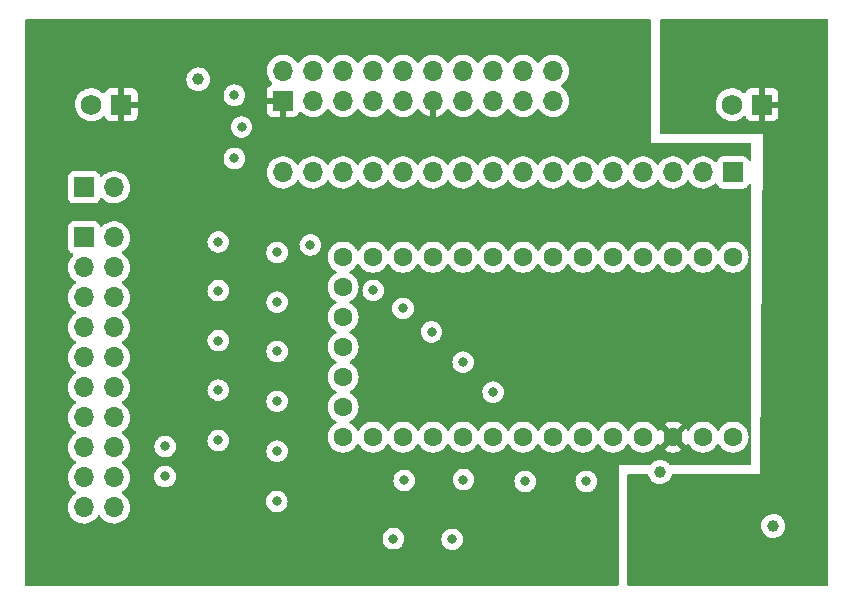
<source format=gbr>
%TF.GenerationSoftware,KiCad,Pcbnew,6.0.11-3.fc37*%
%TF.CreationDate,2024-04-07T15:32:32-04:00*%
%TF.ProjectId,Controller_T4,436f6e74-726f-46c6-9c65-725f54342e6b,rev?*%
%TF.SameCoordinates,Original*%
%TF.FileFunction,Copper,L3,Inr*%
%TF.FilePolarity,Positive*%
%FSLAX46Y46*%
G04 Gerber Fmt 4.6, Leading zero omitted, Abs format (unit mm)*
G04 Created by KiCad (PCBNEW 6.0.11-3.fc37) date 2024-04-07 15:32:32*
%MOMM*%
%LPD*%
G01*
G04 APERTURE LIST*
%TA.AperFunction,ComponentPad*%
%ADD10R,1.700000X1.700000*%
%TD*%
%TA.AperFunction,ComponentPad*%
%ADD11O,1.700000X1.700000*%
%TD*%
%TA.AperFunction,ComponentPad*%
%ADD12C,1.600000*%
%TD*%
%TA.AperFunction,ComponentPad*%
%ADD13R,1.755000X1.755000*%
%TD*%
%TA.AperFunction,ComponentPad*%
%ADD14C,1.755000*%
%TD*%
%TA.AperFunction,ViaPad*%
%ADD15C,0.800000*%
%TD*%
%TA.AperFunction,ViaPad*%
%ADD16C,1.000000*%
%TD*%
G04 APERTURE END LIST*
D10*
%TO.N,Earth*%
%TO.C,J3*%
X160945000Y-94000000D03*
D11*
%TO.N,Net-(J3-Pad2)*%
X158390000Y-94000000D03*
%TO.N,Net-(J3-Pad3)*%
X155850000Y-94000000D03*
%TO.N,Net-(J3-Pad4)*%
X153310000Y-94000000D03*
%TO.N,Net-(J3-Pad5)*%
X150770000Y-94000000D03*
%TO.N,Earth*%
X148230000Y-94000000D03*
%TO.N,CCD:CLK*%
X145690000Y-94000000D03*
%TO.N,CCD:ICG*%
X143150000Y-94000000D03*
%TO.N,CCD:SH*%
X140610000Y-94000000D03*
%TO.N,CCD:SPR*%
X138070000Y-94000000D03*
%TO.N,Net-(J3-Pad11)*%
X135530000Y-94000000D03*
%TO.N,SPI:CS_CNVST*%
X132990000Y-94000000D03*
%TO.N,SPI:SDO*%
X130450000Y-94000000D03*
%TO.N,SPI:CLK*%
X127910000Y-94000000D03*
%TO.N,SPI:SDI*%
X125370000Y-94000000D03*
%TO.N,Earth*%
X122830000Y-94000000D03*
%TD*%
D12*
%TO.N,Earth*%
%TO.C,U1*%
X160945000Y-101160000D03*
%TO.N,Net-(R17-Pad2)*%
X158405000Y-101160000D03*
%TO.N,Net-(R18-Pad2)*%
X155865000Y-101160000D03*
%TO.N,Net-(R22-Pad2)*%
X153325000Y-101160000D03*
%TO.N,Net-(R19-Pad2)*%
X150785000Y-101160000D03*
%TO.N,Net-(R20-Pad2)*%
X148245000Y-101160000D03*
X145705000Y-101160000D03*
%TO.N,Net-(R16-Pad2)*%
X143165000Y-101160000D03*
%TO.N,Net-(R13-Pad2)*%
X140625000Y-101160000D03*
%TO.N,Net-(R21-Pad2)*%
X138085000Y-101160000D03*
%TO.N,Net-(R23-Pad2)*%
X135545000Y-101160000D03*
%TO.N,Net-(R15-Pad2)*%
X133005000Y-101160000D03*
%TO.N,Net-(R12-Pad2)*%
X130465000Y-101160000D03*
%TO.N,SPI:SDO*%
X127925000Y-101160000D03*
%TO.N,unconnected-(U1-Pad15)*%
X127925000Y-103700000D03*
%TO.N,unconnected-(U1-Pad16)*%
X127925000Y-106240000D03*
%TO.N,unconnected-(U1-Pad17)*%
X127925000Y-108780000D03*
%TO.N,unconnected-(U1-Pad18)*%
X127925000Y-111320000D03*
%TO.N,unconnected-(U1-Pad19)*%
X127925000Y-113860000D03*
%TO.N,Net-(R14-Pad2)*%
X127925000Y-116400000D03*
%TO.N,Net-(D2-Pad3)*%
X130465000Y-116400000D03*
%TO.N,Net-(D4-Pad3)*%
X133005000Y-116400000D03*
%TO.N,Net-(D6-Pad3)*%
X135545000Y-116400000D03*
%TO.N,Net-(D8-Pad3)*%
X138085000Y-116400000D03*
%TO.N,Net-(D1-Pad3)*%
X140625000Y-116400000D03*
%TO.N,Net-(D3-Pad3)*%
X143165000Y-116400000D03*
%TO.N,Net-(D5-Pad3)*%
X145705000Y-116400000D03*
%TO.N,Net-(D7-Pad3)*%
X148245000Y-116400000D03*
%TO.N,Net-(D10-Pad3)*%
X150785000Y-116400000D03*
%TO.N,Net-(D9-Pad3)*%
X153325000Y-116400000D03*
%TO.N,+3.3V*%
X155865000Y-116400000D03*
%TO.N,Earth*%
X158405000Y-116400000D03*
%TO.N,Net-(C1-Pad1)*%
X160945000Y-116400000D03*
%TD*%
D10*
%TO.N,Net-(J1-Pad1)*%
%TO.C,J1*%
X106000000Y-99500000D03*
D11*
%TO.N,Earth*%
X108540000Y-99500000D03*
%TO.N,Net-(J1-Pad3)*%
X106000000Y-102040000D03*
%TO.N,Earth*%
X108540000Y-102040000D03*
%TO.N,Net-(J1-Pad5)*%
X106000000Y-104580000D03*
%TO.N,Earth*%
X108540000Y-104580000D03*
%TO.N,Net-(J1-Pad7)*%
X106000000Y-107120000D03*
%TO.N,Earth*%
X108540000Y-107120000D03*
%TO.N,Net-(J1-Pad9)*%
X106000000Y-109660000D03*
%TO.N,Earth*%
X108540000Y-109660000D03*
%TO.N,Net-(J1-Pad11)*%
X106000000Y-112200000D03*
%TO.N,Earth*%
X108540000Y-112200000D03*
%TO.N,Net-(J1-Pad13)*%
X106000000Y-114740000D03*
%TO.N,Earth*%
X108540000Y-114740000D03*
%TO.N,Net-(J1-Pad15)*%
X106000000Y-117280000D03*
%TO.N,Earth*%
X108540000Y-117280000D03*
%TO.N,Net-(J1-Pad17)*%
X106000000Y-119820000D03*
%TO.N,Earth*%
X108540000Y-119820000D03*
%TO.N,Net-(J1-Pad19)*%
X106000000Y-122360000D03*
%TO.N,Earth*%
X108540000Y-122360000D03*
%TD*%
D10*
%TO.N,/Vrefout*%
%TO.C,J6*%
X106000000Y-95250000D03*
D11*
%TO.N,Earth*%
X108540000Y-95250000D03*
%TD*%
D13*
%TO.N,+3.3V*%
%TO.C,J4*%
X109145000Y-88250000D03*
D14*
%TO.N,Earth*%
X106605000Y-88250000D03*
%TD*%
D10*
%TO.N,+3.3V*%
%TO.C,J2*%
X122830000Y-87940000D03*
D11*
%TO.N,Earth*%
X122830000Y-85400000D03*
%TO.N,SPI:SDI*%
X125370000Y-87940000D03*
%TO.N,Earth*%
X125370000Y-85400000D03*
%TO.N,SPI:CLK*%
X127910000Y-87940000D03*
%TO.N,Earth*%
X127910000Y-85400000D03*
%TO.N,SPI:SDO*%
X130450000Y-87940000D03*
%TO.N,Earth*%
X130450000Y-85400000D03*
%TO.N,SPI:CS_CNVST*%
X132990000Y-87940000D03*
%TO.N,Earth*%
X132990000Y-85400000D03*
%TO.N,+3.3V*%
X135530000Y-87940000D03*
%TO.N,Earth*%
X135530000Y-85400000D03*
%TO.N,CCD:SPR*%
X138070000Y-87940000D03*
%TO.N,Earth*%
X138070000Y-85400000D03*
%TO.N,CCD:SH*%
X140610000Y-87940000D03*
%TO.N,Earth*%
X140610000Y-85400000D03*
%TO.N,CCD:ICG*%
X143150000Y-87940000D03*
%TO.N,Earth*%
X143150000Y-85400000D03*
%TO.N,CCD:CLK*%
X145690000Y-87940000D03*
%TO.N,Earth*%
X145690000Y-85400000D03*
%TD*%
D13*
%TO.N,+5V*%
%TO.C,J5*%
X163395000Y-88250000D03*
D14*
%TO.N,Earth*%
X160855000Y-88250000D03*
%TD*%
D15*
%TO.N,Net-(D2-Pad3)*%
X130475000Y-103975000D03*
X117357500Y-99885000D03*
%TO.N,Earth*%
X143341875Y-120157500D03*
D16*
X154760000Y-119350000D03*
D15*
X122337500Y-104970000D03*
X122337500Y-117600000D03*
X148511875Y-120147500D03*
X138111875Y-120007500D03*
X122337500Y-100770000D03*
X118720000Y-87460000D03*
X118720000Y-92810000D03*
X122337500Y-113370000D03*
D16*
X164340000Y-123930000D03*
D15*
X122310000Y-121850000D03*
X133101875Y-120077500D03*
X119330000Y-90150000D03*
X122337500Y-109140000D03*
%TO.N,Net-(D4-Pad3)*%
X133000000Y-105500000D03*
X117357500Y-104010000D03*
%TO.N,Net-(D6-Pad3)*%
X117357500Y-108235000D03*
X135420000Y-107490000D03*
%TO.N,Net-(D8-Pad3)*%
X138085000Y-110055000D03*
X117357500Y-112425000D03*
D16*
%TO.N,+5V*%
X154780000Y-124440000D03*
X115670000Y-86110000D03*
X156500000Y-86000000D03*
D15*
%TO.N,+3.3V*%
X141445625Y-120147500D03*
X146610000Y-120157500D03*
X122337500Y-111510000D03*
X136203750Y-120077500D03*
X122337500Y-103100000D03*
X131181875Y-120017500D03*
X122322500Y-119980000D03*
X122337500Y-98930000D03*
X122337500Y-107290000D03*
X122337500Y-115680000D03*
%TO.N,Net-(D1-Pad3)*%
X140625000Y-112605000D03*
X117357500Y-116690000D03*
%TO.N,Net-(D5-Pad3)*%
X112860000Y-117200000D03*
X132181875Y-125007500D03*
%TO.N,Net-(D7-Pad3)*%
X112850000Y-119740000D03*
X137163750Y-125057500D03*
%TO.N,SPI:CLK*%
X125150000Y-100140000D03*
%TD*%
%TA.AperFunction,Conductor*%
%TO.N,+5V*%
G36*
X168942121Y-81020002D02*
G01*
X168988614Y-81073658D01*
X169000000Y-81126000D01*
X169000000Y-128874000D01*
X168979998Y-128942121D01*
X168926342Y-128988614D01*
X168874000Y-129000000D01*
X152126000Y-129000000D01*
X152057879Y-128979998D01*
X152011386Y-128926342D01*
X152000000Y-128874000D01*
X152000000Y-123915851D01*
X163326719Y-123915851D01*
X163343268Y-124112934D01*
X163397783Y-124303050D01*
X163488187Y-124478956D01*
X163611035Y-124633953D01*
X163761650Y-124762136D01*
X163934294Y-124858624D01*
X164122392Y-124919740D01*
X164318777Y-124943158D01*
X164324912Y-124942686D01*
X164324914Y-124942686D01*
X164509830Y-124928457D01*
X164509834Y-124928456D01*
X164515972Y-124927984D01*
X164706463Y-124874798D01*
X164711967Y-124872018D01*
X164711969Y-124872017D01*
X164877495Y-124788404D01*
X164877497Y-124788403D01*
X164882996Y-124785625D01*
X165038847Y-124663861D01*
X165168078Y-124514145D01*
X165265769Y-124342179D01*
X165328197Y-124154513D01*
X165352985Y-123958295D01*
X165353380Y-123930000D01*
X165334080Y-123733167D01*
X165276916Y-123543831D01*
X165184066Y-123369204D01*
X165113709Y-123282938D01*
X165062960Y-123220713D01*
X165062957Y-123220710D01*
X165059065Y-123215938D01*
X165052724Y-123210692D01*
X164911425Y-123093799D01*
X164911421Y-123093797D01*
X164906675Y-123089870D01*
X164732701Y-122995802D01*
X164543768Y-122937318D01*
X164537643Y-122936674D01*
X164537642Y-122936674D01*
X164353204Y-122917289D01*
X164353202Y-122917289D01*
X164347075Y-122916645D01*
X164264576Y-122924153D01*
X164156251Y-122934011D01*
X164156248Y-122934012D01*
X164150112Y-122934570D01*
X164144206Y-122936308D01*
X164144202Y-122936309D01*
X164039076Y-122967249D01*
X163960381Y-122990410D01*
X163954923Y-122993263D01*
X163954919Y-122993265D01*
X163864147Y-123040720D01*
X163785110Y-123082040D01*
X163630975Y-123205968D01*
X163503846Y-123357474D01*
X163500879Y-123362872D01*
X163500875Y-123362877D01*
X163497397Y-123369204D01*
X163408567Y-123530787D01*
X163406706Y-123536654D01*
X163406705Y-123536656D01*
X163350627Y-123713436D01*
X163348765Y-123719306D01*
X163326719Y-123915851D01*
X152000000Y-123915851D01*
X152000000Y-119626000D01*
X152020002Y-119557879D01*
X152073658Y-119511386D01*
X152126000Y-119500000D01*
X153658877Y-119500000D01*
X153726998Y-119520002D01*
X153773491Y-119573658D01*
X153779994Y-119591265D01*
X153817783Y-119723050D01*
X153908187Y-119898956D01*
X154031035Y-120053953D01*
X154181650Y-120182136D01*
X154354294Y-120278624D01*
X154542392Y-120339740D01*
X154738777Y-120363158D01*
X154744912Y-120362686D01*
X154744914Y-120362686D01*
X154929830Y-120348457D01*
X154929834Y-120348456D01*
X154935972Y-120347984D01*
X155126463Y-120294798D01*
X155131967Y-120292018D01*
X155131969Y-120292017D01*
X155297495Y-120208404D01*
X155297497Y-120208403D01*
X155302996Y-120205625D01*
X155458847Y-120083861D01*
X155588078Y-119934145D01*
X155685769Y-119762179D01*
X155744300Y-119586228D01*
X155784781Y-119527904D01*
X155850369Y-119500724D01*
X155863858Y-119500000D01*
X163250000Y-119500000D01*
X163500000Y-90750000D01*
X154876000Y-90750000D01*
X154807879Y-90729998D01*
X154761386Y-90676342D01*
X154750000Y-90624000D01*
X154750000Y-88216021D01*
X159464665Y-88216021D01*
X159477785Y-88443555D01*
X159478920Y-88448592D01*
X159478921Y-88448598D01*
X159495489Y-88522115D01*
X159527890Y-88665891D01*
X159613636Y-88877058D01*
X159732720Y-89071385D01*
X159881943Y-89243653D01*
X160057299Y-89389236D01*
X160061751Y-89391838D01*
X160061756Y-89391841D01*
X160218140Y-89483224D01*
X160254077Y-89504224D01*
X160466993Y-89585528D01*
X160472061Y-89586559D01*
X160472064Y-89586560D01*
X160581741Y-89608874D01*
X160690330Y-89630967D01*
X160695503Y-89631157D01*
X160695506Y-89631157D01*
X160912925Y-89639129D01*
X160912929Y-89639129D01*
X160918089Y-89639318D01*
X160923209Y-89638662D01*
X160923211Y-89638662D01*
X161139025Y-89611016D01*
X161139026Y-89611016D01*
X161144153Y-89610359D01*
X161149103Y-89608874D01*
X161357497Y-89546353D01*
X161357502Y-89546351D01*
X161362452Y-89544866D01*
X161368548Y-89541880D01*
X161562473Y-89446877D01*
X161562478Y-89446874D01*
X161567124Y-89444598D01*
X161571334Y-89441595D01*
X161571339Y-89441592D01*
X161748458Y-89315254D01*
X161748463Y-89315250D01*
X161752670Y-89312249D01*
X161756332Y-89308600D01*
X161756340Y-89308593D01*
X161826550Y-89238628D01*
X161888921Y-89204712D01*
X161959728Y-89209901D01*
X162016489Y-89252547D01*
X162033471Y-89283649D01*
X162064176Y-89365554D01*
X162072714Y-89381149D01*
X162149215Y-89483224D01*
X162161776Y-89495785D01*
X162263851Y-89572286D01*
X162279446Y-89580824D01*
X162399894Y-89625978D01*
X162415149Y-89629605D01*
X162466014Y-89635131D01*
X162472828Y-89635500D01*
X163122885Y-89635500D01*
X163138124Y-89631025D01*
X163139329Y-89629635D01*
X163141000Y-89621952D01*
X163141000Y-89617384D01*
X163649000Y-89617384D01*
X163653475Y-89632623D01*
X163654865Y-89633828D01*
X163662548Y-89635499D01*
X164317169Y-89635499D01*
X164323990Y-89635129D01*
X164374852Y-89629605D01*
X164390104Y-89625979D01*
X164510554Y-89580824D01*
X164526149Y-89572286D01*
X164628224Y-89495785D01*
X164640785Y-89483224D01*
X164717286Y-89381149D01*
X164725824Y-89365554D01*
X164770978Y-89245106D01*
X164774605Y-89229851D01*
X164780131Y-89178986D01*
X164780500Y-89172172D01*
X164780500Y-88522115D01*
X164776025Y-88506876D01*
X164774635Y-88505671D01*
X164766952Y-88504000D01*
X163667115Y-88504000D01*
X163651876Y-88508475D01*
X163650671Y-88509865D01*
X163649000Y-88517548D01*
X163649000Y-89617384D01*
X163141000Y-89617384D01*
X163141000Y-87977885D01*
X163649000Y-87977885D01*
X163653475Y-87993124D01*
X163654865Y-87994329D01*
X163662548Y-87996000D01*
X164762384Y-87996000D01*
X164777623Y-87991525D01*
X164778828Y-87990135D01*
X164780499Y-87982452D01*
X164780499Y-87327831D01*
X164780129Y-87321010D01*
X164774605Y-87270148D01*
X164770979Y-87254896D01*
X164725824Y-87134446D01*
X164717286Y-87118851D01*
X164640785Y-87016776D01*
X164628224Y-87004215D01*
X164526149Y-86927714D01*
X164510554Y-86919176D01*
X164390106Y-86874022D01*
X164374851Y-86870395D01*
X164323986Y-86864869D01*
X164317172Y-86864500D01*
X163667115Y-86864500D01*
X163651876Y-86868975D01*
X163650671Y-86870365D01*
X163649000Y-86878048D01*
X163649000Y-87977885D01*
X163141000Y-87977885D01*
X163141000Y-86882616D01*
X163136525Y-86867377D01*
X163135135Y-86866172D01*
X163127452Y-86864501D01*
X162472831Y-86864501D01*
X162466010Y-86864871D01*
X162415148Y-86870395D01*
X162399896Y-86874021D01*
X162279446Y-86919176D01*
X162263851Y-86927714D01*
X162161776Y-87004215D01*
X162149215Y-87016776D01*
X162072714Y-87118851D01*
X162064175Y-87134448D01*
X162034369Y-87213955D01*
X161991728Y-87270720D01*
X161925166Y-87295420D01*
X161855817Y-87280213D01*
X161823195Y-87254527D01*
X161803489Y-87232870D01*
X161799438Y-87229671D01*
X161799434Y-87229667D01*
X161628683Y-87094816D01*
X161628678Y-87094813D01*
X161624629Y-87091615D01*
X161620113Y-87089122D01*
X161620110Y-87089120D01*
X161429624Y-86983966D01*
X161429620Y-86983964D01*
X161425100Y-86981469D01*
X161420231Y-86979745D01*
X161420227Y-86979743D01*
X161215136Y-86907116D01*
X161215132Y-86907115D01*
X161210261Y-86905390D01*
X161205168Y-86904483D01*
X161205165Y-86904482D01*
X160990970Y-86866328D01*
X160990964Y-86866327D01*
X160985881Y-86865422D01*
X160910407Y-86864500D01*
X160763156Y-86862701D01*
X160763154Y-86862701D01*
X160757986Y-86862638D01*
X160532697Y-86897112D01*
X160316063Y-86967919D01*
X160311475Y-86970307D01*
X160311471Y-86970309D01*
X160222209Y-87016776D01*
X160113902Y-87073157D01*
X160109769Y-87076260D01*
X160109766Y-87076262D01*
X160032273Y-87134446D01*
X159931645Y-87210000D01*
X159774184Y-87374773D01*
X159645750Y-87563050D01*
X159549791Y-87769777D01*
X159488884Y-87989399D01*
X159464665Y-88216021D01*
X154750000Y-88216021D01*
X154750000Y-81126000D01*
X154770002Y-81057879D01*
X154823658Y-81011386D01*
X154876000Y-81000000D01*
X168874000Y-81000000D01*
X168942121Y-81020002D01*
G37*
%TD.AperFunction*%
%TD*%
%TA.AperFunction,Conductor*%
%TO.N,+3.3V*%
G36*
X153942121Y-81020002D02*
G01*
X153988614Y-81073658D01*
X154000000Y-81126000D01*
X154000000Y-91500000D01*
X162374000Y-91500000D01*
X162442121Y-91520002D01*
X162488614Y-91573658D01*
X162500000Y-91626000D01*
X162500000Y-92886815D01*
X162479998Y-92954936D01*
X162426342Y-93001429D01*
X162356068Y-93011533D01*
X162291488Y-92982039D01*
X162256018Y-92931044D01*
X162248768Y-92911705D01*
X162248767Y-92911704D01*
X162245615Y-92903295D01*
X162158261Y-92786739D01*
X162041705Y-92699385D01*
X161905316Y-92648255D01*
X161843134Y-92641500D01*
X160046866Y-92641500D01*
X159984684Y-92648255D01*
X159848295Y-92699385D01*
X159731739Y-92786739D01*
X159644385Y-92903295D01*
X159641233Y-92911704D01*
X159641232Y-92911705D01*
X159595543Y-93033581D01*
X159552902Y-93090346D01*
X159486340Y-93115046D01*
X159416991Y-93099839D01*
X159384368Y-93074152D01*
X159323152Y-93006876D01*
X159323142Y-93006867D01*
X159319670Y-93003051D01*
X159315619Y-92999852D01*
X159315615Y-92999848D01*
X159148414Y-92867800D01*
X159148410Y-92867798D01*
X159144359Y-92864598D01*
X158948789Y-92756638D01*
X158943920Y-92754914D01*
X158943916Y-92754912D01*
X158743087Y-92683795D01*
X158743083Y-92683794D01*
X158738212Y-92682069D01*
X158733119Y-92681162D01*
X158733116Y-92681161D01*
X158523373Y-92643800D01*
X158523367Y-92643799D01*
X158518284Y-92642894D01*
X158444452Y-92641992D01*
X158300081Y-92640228D01*
X158300079Y-92640228D01*
X158294911Y-92640165D01*
X158074091Y-92673955D01*
X157861756Y-92743357D01*
X157663607Y-92846507D01*
X157659474Y-92849610D01*
X157659471Y-92849612D01*
X157489100Y-92977530D01*
X157484965Y-92980635D01*
X157330629Y-93142138D01*
X157223201Y-93299621D01*
X157168293Y-93344621D01*
X157097768Y-93352792D01*
X157034021Y-93321538D01*
X157013324Y-93297054D01*
X156932822Y-93172617D01*
X156932820Y-93172614D01*
X156930014Y-93168277D01*
X156779670Y-93003051D01*
X156775619Y-92999852D01*
X156775615Y-92999848D01*
X156608414Y-92867800D01*
X156608410Y-92867798D01*
X156604359Y-92864598D01*
X156408789Y-92756638D01*
X156403920Y-92754914D01*
X156403916Y-92754912D01*
X156203087Y-92683795D01*
X156203083Y-92683794D01*
X156198212Y-92682069D01*
X156193119Y-92681162D01*
X156193116Y-92681161D01*
X155983373Y-92643800D01*
X155983367Y-92643799D01*
X155978284Y-92642894D01*
X155904452Y-92641992D01*
X155760081Y-92640228D01*
X155760079Y-92640228D01*
X155754911Y-92640165D01*
X155534091Y-92673955D01*
X155321756Y-92743357D01*
X155123607Y-92846507D01*
X155119474Y-92849610D01*
X155119471Y-92849612D01*
X154949100Y-92977530D01*
X154944965Y-92980635D01*
X154790629Y-93142138D01*
X154683201Y-93299621D01*
X154628293Y-93344621D01*
X154557768Y-93352792D01*
X154494021Y-93321538D01*
X154473324Y-93297054D01*
X154392822Y-93172617D01*
X154392820Y-93172614D01*
X154390014Y-93168277D01*
X154239670Y-93003051D01*
X154235619Y-92999852D01*
X154235615Y-92999848D01*
X154068414Y-92867800D01*
X154068410Y-92867798D01*
X154064359Y-92864598D01*
X153868789Y-92756638D01*
X153863920Y-92754914D01*
X153863916Y-92754912D01*
X153663087Y-92683795D01*
X153663083Y-92683794D01*
X153658212Y-92682069D01*
X153653119Y-92681162D01*
X153653116Y-92681161D01*
X153443373Y-92643800D01*
X153443367Y-92643799D01*
X153438284Y-92642894D01*
X153364452Y-92641992D01*
X153220081Y-92640228D01*
X153220079Y-92640228D01*
X153214911Y-92640165D01*
X152994091Y-92673955D01*
X152781756Y-92743357D01*
X152583607Y-92846507D01*
X152579474Y-92849610D01*
X152579471Y-92849612D01*
X152409100Y-92977530D01*
X152404965Y-92980635D01*
X152250629Y-93142138D01*
X152143201Y-93299621D01*
X152088293Y-93344621D01*
X152017768Y-93352792D01*
X151954021Y-93321538D01*
X151933324Y-93297054D01*
X151852822Y-93172617D01*
X151852820Y-93172614D01*
X151850014Y-93168277D01*
X151699670Y-93003051D01*
X151695619Y-92999852D01*
X151695615Y-92999848D01*
X151528414Y-92867800D01*
X151528410Y-92867798D01*
X151524359Y-92864598D01*
X151328789Y-92756638D01*
X151323920Y-92754914D01*
X151323916Y-92754912D01*
X151123087Y-92683795D01*
X151123083Y-92683794D01*
X151118212Y-92682069D01*
X151113119Y-92681162D01*
X151113116Y-92681161D01*
X150903373Y-92643800D01*
X150903367Y-92643799D01*
X150898284Y-92642894D01*
X150824452Y-92641992D01*
X150680081Y-92640228D01*
X150680079Y-92640228D01*
X150674911Y-92640165D01*
X150454091Y-92673955D01*
X150241756Y-92743357D01*
X150043607Y-92846507D01*
X150039474Y-92849610D01*
X150039471Y-92849612D01*
X149869100Y-92977530D01*
X149864965Y-92980635D01*
X149710629Y-93142138D01*
X149603201Y-93299621D01*
X149548293Y-93344621D01*
X149477768Y-93352792D01*
X149414021Y-93321538D01*
X149393324Y-93297054D01*
X149312822Y-93172617D01*
X149312820Y-93172614D01*
X149310014Y-93168277D01*
X149159670Y-93003051D01*
X149155619Y-92999852D01*
X149155615Y-92999848D01*
X148988414Y-92867800D01*
X148988410Y-92867798D01*
X148984359Y-92864598D01*
X148788789Y-92756638D01*
X148783920Y-92754914D01*
X148783916Y-92754912D01*
X148583087Y-92683795D01*
X148583083Y-92683794D01*
X148578212Y-92682069D01*
X148573119Y-92681162D01*
X148573116Y-92681161D01*
X148363373Y-92643800D01*
X148363367Y-92643799D01*
X148358284Y-92642894D01*
X148284452Y-92641992D01*
X148140081Y-92640228D01*
X148140079Y-92640228D01*
X148134911Y-92640165D01*
X147914091Y-92673955D01*
X147701756Y-92743357D01*
X147503607Y-92846507D01*
X147499474Y-92849610D01*
X147499471Y-92849612D01*
X147329100Y-92977530D01*
X147324965Y-92980635D01*
X147170629Y-93142138D01*
X147063201Y-93299621D01*
X147008293Y-93344621D01*
X146937768Y-93352792D01*
X146874021Y-93321538D01*
X146853324Y-93297054D01*
X146772822Y-93172617D01*
X146772820Y-93172614D01*
X146770014Y-93168277D01*
X146619670Y-93003051D01*
X146615619Y-92999852D01*
X146615615Y-92999848D01*
X146448414Y-92867800D01*
X146448410Y-92867798D01*
X146444359Y-92864598D01*
X146248789Y-92756638D01*
X146243920Y-92754914D01*
X146243916Y-92754912D01*
X146043087Y-92683795D01*
X146043083Y-92683794D01*
X146038212Y-92682069D01*
X146033119Y-92681162D01*
X146033116Y-92681161D01*
X145823373Y-92643800D01*
X145823367Y-92643799D01*
X145818284Y-92642894D01*
X145744452Y-92641992D01*
X145600081Y-92640228D01*
X145600079Y-92640228D01*
X145594911Y-92640165D01*
X145374091Y-92673955D01*
X145161756Y-92743357D01*
X144963607Y-92846507D01*
X144959474Y-92849610D01*
X144959471Y-92849612D01*
X144789100Y-92977530D01*
X144784965Y-92980635D01*
X144630629Y-93142138D01*
X144523201Y-93299621D01*
X144468293Y-93344621D01*
X144397768Y-93352792D01*
X144334021Y-93321538D01*
X144313324Y-93297054D01*
X144232822Y-93172617D01*
X144232820Y-93172614D01*
X144230014Y-93168277D01*
X144079670Y-93003051D01*
X144075619Y-92999852D01*
X144075615Y-92999848D01*
X143908414Y-92867800D01*
X143908410Y-92867798D01*
X143904359Y-92864598D01*
X143708789Y-92756638D01*
X143703920Y-92754914D01*
X143703916Y-92754912D01*
X143503087Y-92683795D01*
X143503083Y-92683794D01*
X143498212Y-92682069D01*
X143493119Y-92681162D01*
X143493116Y-92681161D01*
X143283373Y-92643800D01*
X143283367Y-92643799D01*
X143278284Y-92642894D01*
X143204452Y-92641992D01*
X143060081Y-92640228D01*
X143060079Y-92640228D01*
X143054911Y-92640165D01*
X142834091Y-92673955D01*
X142621756Y-92743357D01*
X142423607Y-92846507D01*
X142419474Y-92849610D01*
X142419471Y-92849612D01*
X142249100Y-92977530D01*
X142244965Y-92980635D01*
X142090629Y-93142138D01*
X141983201Y-93299621D01*
X141928293Y-93344621D01*
X141857768Y-93352792D01*
X141794021Y-93321538D01*
X141773324Y-93297054D01*
X141692822Y-93172617D01*
X141692820Y-93172614D01*
X141690014Y-93168277D01*
X141539670Y-93003051D01*
X141535619Y-92999852D01*
X141535615Y-92999848D01*
X141368414Y-92867800D01*
X141368410Y-92867798D01*
X141364359Y-92864598D01*
X141168789Y-92756638D01*
X141163920Y-92754914D01*
X141163916Y-92754912D01*
X140963087Y-92683795D01*
X140963083Y-92683794D01*
X140958212Y-92682069D01*
X140953119Y-92681162D01*
X140953116Y-92681161D01*
X140743373Y-92643800D01*
X140743367Y-92643799D01*
X140738284Y-92642894D01*
X140664452Y-92641992D01*
X140520081Y-92640228D01*
X140520079Y-92640228D01*
X140514911Y-92640165D01*
X140294091Y-92673955D01*
X140081756Y-92743357D01*
X139883607Y-92846507D01*
X139879474Y-92849610D01*
X139879471Y-92849612D01*
X139709100Y-92977530D01*
X139704965Y-92980635D01*
X139550629Y-93142138D01*
X139443201Y-93299621D01*
X139388293Y-93344621D01*
X139317768Y-93352792D01*
X139254021Y-93321538D01*
X139233324Y-93297054D01*
X139152822Y-93172617D01*
X139152820Y-93172614D01*
X139150014Y-93168277D01*
X138999670Y-93003051D01*
X138995619Y-92999852D01*
X138995615Y-92999848D01*
X138828414Y-92867800D01*
X138828410Y-92867798D01*
X138824359Y-92864598D01*
X138628789Y-92756638D01*
X138623920Y-92754914D01*
X138623916Y-92754912D01*
X138423087Y-92683795D01*
X138423083Y-92683794D01*
X138418212Y-92682069D01*
X138413119Y-92681162D01*
X138413116Y-92681161D01*
X138203373Y-92643800D01*
X138203367Y-92643799D01*
X138198284Y-92642894D01*
X138124452Y-92641992D01*
X137980081Y-92640228D01*
X137980079Y-92640228D01*
X137974911Y-92640165D01*
X137754091Y-92673955D01*
X137541756Y-92743357D01*
X137343607Y-92846507D01*
X137339474Y-92849610D01*
X137339471Y-92849612D01*
X137169100Y-92977530D01*
X137164965Y-92980635D01*
X137010629Y-93142138D01*
X136903201Y-93299621D01*
X136848293Y-93344621D01*
X136777768Y-93352792D01*
X136714021Y-93321538D01*
X136693324Y-93297054D01*
X136612822Y-93172617D01*
X136612820Y-93172614D01*
X136610014Y-93168277D01*
X136459670Y-93003051D01*
X136455619Y-92999852D01*
X136455615Y-92999848D01*
X136288414Y-92867800D01*
X136288410Y-92867798D01*
X136284359Y-92864598D01*
X136088789Y-92756638D01*
X136083920Y-92754914D01*
X136083916Y-92754912D01*
X135883087Y-92683795D01*
X135883083Y-92683794D01*
X135878212Y-92682069D01*
X135873119Y-92681162D01*
X135873116Y-92681161D01*
X135663373Y-92643800D01*
X135663367Y-92643799D01*
X135658284Y-92642894D01*
X135584452Y-92641992D01*
X135440081Y-92640228D01*
X135440079Y-92640228D01*
X135434911Y-92640165D01*
X135214091Y-92673955D01*
X135001756Y-92743357D01*
X134803607Y-92846507D01*
X134799474Y-92849610D01*
X134799471Y-92849612D01*
X134629100Y-92977530D01*
X134624965Y-92980635D01*
X134470629Y-93142138D01*
X134363201Y-93299621D01*
X134308293Y-93344621D01*
X134237768Y-93352792D01*
X134174021Y-93321538D01*
X134153324Y-93297054D01*
X134072822Y-93172617D01*
X134072820Y-93172614D01*
X134070014Y-93168277D01*
X133919670Y-93003051D01*
X133915619Y-92999852D01*
X133915615Y-92999848D01*
X133748414Y-92867800D01*
X133748410Y-92867798D01*
X133744359Y-92864598D01*
X133548789Y-92756638D01*
X133543920Y-92754914D01*
X133543916Y-92754912D01*
X133343087Y-92683795D01*
X133343083Y-92683794D01*
X133338212Y-92682069D01*
X133333119Y-92681162D01*
X133333116Y-92681161D01*
X133123373Y-92643800D01*
X133123367Y-92643799D01*
X133118284Y-92642894D01*
X133044452Y-92641992D01*
X132900081Y-92640228D01*
X132900079Y-92640228D01*
X132894911Y-92640165D01*
X132674091Y-92673955D01*
X132461756Y-92743357D01*
X132263607Y-92846507D01*
X132259474Y-92849610D01*
X132259471Y-92849612D01*
X132089100Y-92977530D01*
X132084965Y-92980635D01*
X131930629Y-93142138D01*
X131823201Y-93299621D01*
X131768293Y-93344621D01*
X131697768Y-93352792D01*
X131634021Y-93321538D01*
X131613324Y-93297054D01*
X131532822Y-93172617D01*
X131532820Y-93172614D01*
X131530014Y-93168277D01*
X131379670Y-93003051D01*
X131375619Y-92999852D01*
X131375615Y-92999848D01*
X131208414Y-92867800D01*
X131208410Y-92867798D01*
X131204359Y-92864598D01*
X131008789Y-92756638D01*
X131003920Y-92754914D01*
X131003916Y-92754912D01*
X130803087Y-92683795D01*
X130803083Y-92683794D01*
X130798212Y-92682069D01*
X130793119Y-92681162D01*
X130793116Y-92681161D01*
X130583373Y-92643800D01*
X130583367Y-92643799D01*
X130578284Y-92642894D01*
X130504452Y-92641992D01*
X130360081Y-92640228D01*
X130360079Y-92640228D01*
X130354911Y-92640165D01*
X130134091Y-92673955D01*
X129921756Y-92743357D01*
X129723607Y-92846507D01*
X129719474Y-92849610D01*
X129719471Y-92849612D01*
X129549100Y-92977530D01*
X129544965Y-92980635D01*
X129390629Y-93142138D01*
X129283201Y-93299621D01*
X129228293Y-93344621D01*
X129157768Y-93352792D01*
X129094021Y-93321538D01*
X129073324Y-93297054D01*
X128992822Y-93172617D01*
X128992820Y-93172614D01*
X128990014Y-93168277D01*
X128839670Y-93003051D01*
X128835619Y-92999852D01*
X128835615Y-92999848D01*
X128668414Y-92867800D01*
X128668410Y-92867798D01*
X128664359Y-92864598D01*
X128468789Y-92756638D01*
X128463920Y-92754914D01*
X128463916Y-92754912D01*
X128263087Y-92683795D01*
X128263083Y-92683794D01*
X128258212Y-92682069D01*
X128253119Y-92681162D01*
X128253116Y-92681161D01*
X128043373Y-92643800D01*
X128043367Y-92643799D01*
X128038284Y-92642894D01*
X127964452Y-92641992D01*
X127820081Y-92640228D01*
X127820079Y-92640228D01*
X127814911Y-92640165D01*
X127594091Y-92673955D01*
X127381756Y-92743357D01*
X127183607Y-92846507D01*
X127179474Y-92849610D01*
X127179471Y-92849612D01*
X127009100Y-92977530D01*
X127004965Y-92980635D01*
X126850629Y-93142138D01*
X126743201Y-93299621D01*
X126688293Y-93344621D01*
X126617768Y-93352792D01*
X126554021Y-93321538D01*
X126533324Y-93297054D01*
X126452822Y-93172617D01*
X126452820Y-93172614D01*
X126450014Y-93168277D01*
X126299670Y-93003051D01*
X126295619Y-92999852D01*
X126295615Y-92999848D01*
X126128414Y-92867800D01*
X126128410Y-92867798D01*
X126124359Y-92864598D01*
X125928789Y-92756638D01*
X125923920Y-92754914D01*
X125923916Y-92754912D01*
X125723087Y-92683795D01*
X125723083Y-92683794D01*
X125718212Y-92682069D01*
X125713119Y-92681162D01*
X125713116Y-92681161D01*
X125503373Y-92643800D01*
X125503367Y-92643799D01*
X125498284Y-92642894D01*
X125424452Y-92641992D01*
X125280081Y-92640228D01*
X125280079Y-92640228D01*
X125274911Y-92640165D01*
X125054091Y-92673955D01*
X124841756Y-92743357D01*
X124643607Y-92846507D01*
X124639474Y-92849610D01*
X124639471Y-92849612D01*
X124469100Y-92977530D01*
X124464965Y-92980635D01*
X124310629Y-93142138D01*
X124203201Y-93299621D01*
X124148293Y-93344621D01*
X124077768Y-93352792D01*
X124014021Y-93321538D01*
X123993324Y-93297054D01*
X123912822Y-93172617D01*
X123912820Y-93172614D01*
X123910014Y-93168277D01*
X123759670Y-93003051D01*
X123755619Y-92999852D01*
X123755615Y-92999848D01*
X123588414Y-92867800D01*
X123588410Y-92867798D01*
X123584359Y-92864598D01*
X123388789Y-92756638D01*
X123383920Y-92754914D01*
X123383916Y-92754912D01*
X123183087Y-92683795D01*
X123183083Y-92683794D01*
X123178212Y-92682069D01*
X123173119Y-92681162D01*
X123173116Y-92681161D01*
X122963373Y-92643800D01*
X122963367Y-92643799D01*
X122958284Y-92642894D01*
X122884452Y-92641992D01*
X122740081Y-92640228D01*
X122740079Y-92640228D01*
X122734911Y-92640165D01*
X122514091Y-92673955D01*
X122301756Y-92743357D01*
X122103607Y-92846507D01*
X122099474Y-92849610D01*
X122099471Y-92849612D01*
X121929100Y-92977530D01*
X121924965Y-92980635D01*
X121770629Y-93142138D01*
X121644743Y-93326680D01*
X121597716Y-93427992D01*
X121567657Y-93492749D01*
X121550688Y-93529305D01*
X121490989Y-93744570D01*
X121467251Y-93966695D01*
X121467548Y-93971848D01*
X121467548Y-93971851D01*
X121474598Y-94094118D01*
X121480110Y-94189715D01*
X121481247Y-94194761D01*
X121481248Y-94194767D01*
X121495244Y-94256870D01*
X121529222Y-94407639D01*
X121613266Y-94614616D01*
X121664942Y-94698944D01*
X121727291Y-94800688D01*
X121729987Y-94805088D01*
X121876250Y-94973938D01*
X122048126Y-95116632D01*
X122241000Y-95229338D01*
X122449692Y-95309030D01*
X122454760Y-95310061D01*
X122454763Y-95310062D01*
X122562017Y-95331883D01*
X122668597Y-95353567D01*
X122673772Y-95353757D01*
X122673774Y-95353757D01*
X122886673Y-95361564D01*
X122886677Y-95361564D01*
X122891837Y-95361753D01*
X122896957Y-95361097D01*
X122896959Y-95361097D01*
X123108288Y-95334025D01*
X123108289Y-95334025D01*
X123113416Y-95333368D01*
X123118366Y-95331883D01*
X123322429Y-95270661D01*
X123322434Y-95270659D01*
X123327384Y-95269174D01*
X123527994Y-95170896D01*
X123709860Y-95041173D01*
X123718542Y-95032522D01*
X123864435Y-94887137D01*
X123868096Y-94883489D01*
X123920399Y-94810702D01*
X123998453Y-94702077D01*
X123999776Y-94703028D01*
X124046645Y-94659857D01*
X124116580Y-94647625D01*
X124182026Y-94675144D01*
X124209875Y-94706994D01*
X124269987Y-94805088D01*
X124416250Y-94973938D01*
X124588126Y-95116632D01*
X124781000Y-95229338D01*
X124989692Y-95309030D01*
X124994760Y-95310061D01*
X124994763Y-95310062D01*
X125102017Y-95331883D01*
X125208597Y-95353567D01*
X125213772Y-95353757D01*
X125213774Y-95353757D01*
X125426673Y-95361564D01*
X125426677Y-95361564D01*
X125431837Y-95361753D01*
X125436957Y-95361097D01*
X125436959Y-95361097D01*
X125648288Y-95334025D01*
X125648289Y-95334025D01*
X125653416Y-95333368D01*
X125658366Y-95331883D01*
X125862429Y-95270661D01*
X125862434Y-95270659D01*
X125867384Y-95269174D01*
X126067994Y-95170896D01*
X126249860Y-95041173D01*
X126258542Y-95032522D01*
X126404435Y-94887137D01*
X126408096Y-94883489D01*
X126460399Y-94810702D01*
X126538453Y-94702077D01*
X126539776Y-94703028D01*
X126586645Y-94659857D01*
X126656580Y-94647625D01*
X126722026Y-94675144D01*
X126749875Y-94706994D01*
X126809987Y-94805088D01*
X126956250Y-94973938D01*
X127128126Y-95116632D01*
X127321000Y-95229338D01*
X127529692Y-95309030D01*
X127534760Y-95310061D01*
X127534763Y-95310062D01*
X127642017Y-95331883D01*
X127748597Y-95353567D01*
X127753772Y-95353757D01*
X127753774Y-95353757D01*
X127966673Y-95361564D01*
X127966677Y-95361564D01*
X127971837Y-95361753D01*
X127976957Y-95361097D01*
X127976959Y-95361097D01*
X128188288Y-95334025D01*
X128188289Y-95334025D01*
X128193416Y-95333368D01*
X128198366Y-95331883D01*
X128402429Y-95270661D01*
X128402434Y-95270659D01*
X128407384Y-95269174D01*
X128607994Y-95170896D01*
X128789860Y-95041173D01*
X128798542Y-95032522D01*
X128944435Y-94887137D01*
X128948096Y-94883489D01*
X129000399Y-94810702D01*
X129078453Y-94702077D01*
X129079776Y-94703028D01*
X129126645Y-94659857D01*
X129196580Y-94647625D01*
X129262026Y-94675144D01*
X129289875Y-94706994D01*
X129349987Y-94805088D01*
X129496250Y-94973938D01*
X129668126Y-95116632D01*
X129861000Y-95229338D01*
X130069692Y-95309030D01*
X130074760Y-95310061D01*
X130074763Y-95310062D01*
X130182017Y-95331883D01*
X130288597Y-95353567D01*
X130293772Y-95353757D01*
X130293774Y-95353757D01*
X130506673Y-95361564D01*
X130506677Y-95361564D01*
X130511837Y-95361753D01*
X130516957Y-95361097D01*
X130516959Y-95361097D01*
X130728288Y-95334025D01*
X130728289Y-95334025D01*
X130733416Y-95333368D01*
X130738366Y-95331883D01*
X130942429Y-95270661D01*
X130942434Y-95270659D01*
X130947384Y-95269174D01*
X131147994Y-95170896D01*
X131329860Y-95041173D01*
X131338542Y-95032522D01*
X131484435Y-94887137D01*
X131488096Y-94883489D01*
X131540399Y-94810702D01*
X131618453Y-94702077D01*
X131619776Y-94703028D01*
X131666645Y-94659857D01*
X131736580Y-94647625D01*
X131802026Y-94675144D01*
X131829875Y-94706994D01*
X131889987Y-94805088D01*
X132036250Y-94973938D01*
X132208126Y-95116632D01*
X132401000Y-95229338D01*
X132609692Y-95309030D01*
X132614760Y-95310061D01*
X132614763Y-95310062D01*
X132722017Y-95331883D01*
X132828597Y-95353567D01*
X132833772Y-95353757D01*
X132833774Y-95353757D01*
X133046673Y-95361564D01*
X133046677Y-95361564D01*
X133051837Y-95361753D01*
X133056957Y-95361097D01*
X133056959Y-95361097D01*
X133268288Y-95334025D01*
X133268289Y-95334025D01*
X133273416Y-95333368D01*
X133278366Y-95331883D01*
X133482429Y-95270661D01*
X133482434Y-95270659D01*
X133487384Y-95269174D01*
X133687994Y-95170896D01*
X133869860Y-95041173D01*
X133878542Y-95032522D01*
X134024435Y-94887137D01*
X134028096Y-94883489D01*
X134080399Y-94810702D01*
X134158453Y-94702077D01*
X134159776Y-94703028D01*
X134206645Y-94659857D01*
X134276580Y-94647625D01*
X134342026Y-94675144D01*
X134369875Y-94706994D01*
X134429987Y-94805088D01*
X134576250Y-94973938D01*
X134748126Y-95116632D01*
X134941000Y-95229338D01*
X135149692Y-95309030D01*
X135154760Y-95310061D01*
X135154763Y-95310062D01*
X135262017Y-95331883D01*
X135368597Y-95353567D01*
X135373772Y-95353757D01*
X135373774Y-95353757D01*
X135586673Y-95361564D01*
X135586677Y-95361564D01*
X135591837Y-95361753D01*
X135596957Y-95361097D01*
X135596959Y-95361097D01*
X135808288Y-95334025D01*
X135808289Y-95334025D01*
X135813416Y-95333368D01*
X135818366Y-95331883D01*
X136022429Y-95270661D01*
X136022434Y-95270659D01*
X136027384Y-95269174D01*
X136227994Y-95170896D01*
X136409860Y-95041173D01*
X136418542Y-95032522D01*
X136564435Y-94887137D01*
X136568096Y-94883489D01*
X136620399Y-94810702D01*
X136698453Y-94702077D01*
X136699776Y-94703028D01*
X136746645Y-94659857D01*
X136816580Y-94647625D01*
X136882026Y-94675144D01*
X136909875Y-94706994D01*
X136969987Y-94805088D01*
X137116250Y-94973938D01*
X137288126Y-95116632D01*
X137481000Y-95229338D01*
X137689692Y-95309030D01*
X137694760Y-95310061D01*
X137694763Y-95310062D01*
X137802017Y-95331883D01*
X137908597Y-95353567D01*
X137913772Y-95353757D01*
X137913774Y-95353757D01*
X138126673Y-95361564D01*
X138126677Y-95361564D01*
X138131837Y-95361753D01*
X138136957Y-95361097D01*
X138136959Y-95361097D01*
X138348288Y-95334025D01*
X138348289Y-95334025D01*
X138353416Y-95333368D01*
X138358366Y-95331883D01*
X138562429Y-95270661D01*
X138562434Y-95270659D01*
X138567384Y-95269174D01*
X138767994Y-95170896D01*
X138949860Y-95041173D01*
X138958542Y-95032522D01*
X139104435Y-94887137D01*
X139108096Y-94883489D01*
X139160399Y-94810702D01*
X139238453Y-94702077D01*
X139239776Y-94703028D01*
X139286645Y-94659857D01*
X139356580Y-94647625D01*
X139422026Y-94675144D01*
X139449875Y-94706994D01*
X139509987Y-94805088D01*
X139656250Y-94973938D01*
X139828126Y-95116632D01*
X140021000Y-95229338D01*
X140229692Y-95309030D01*
X140234760Y-95310061D01*
X140234763Y-95310062D01*
X140342017Y-95331883D01*
X140448597Y-95353567D01*
X140453772Y-95353757D01*
X140453774Y-95353757D01*
X140666673Y-95361564D01*
X140666677Y-95361564D01*
X140671837Y-95361753D01*
X140676957Y-95361097D01*
X140676959Y-95361097D01*
X140888288Y-95334025D01*
X140888289Y-95334025D01*
X140893416Y-95333368D01*
X140898366Y-95331883D01*
X141102429Y-95270661D01*
X141102434Y-95270659D01*
X141107384Y-95269174D01*
X141307994Y-95170896D01*
X141489860Y-95041173D01*
X141498542Y-95032522D01*
X141644435Y-94887137D01*
X141648096Y-94883489D01*
X141700399Y-94810702D01*
X141778453Y-94702077D01*
X141779776Y-94703028D01*
X141826645Y-94659857D01*
X141896580Y-94647625D01*
X141962026Y-94675144D01*
X141989875Y-94706994D01*
X142049987Y-94805088D01*
X142196250Y-94973938D01*
X142368126Y-95116632D01*
X142561000Y-95229338D01*
X142769692Y-95309030D01*
X142774760Y-95310061D01*
X142774763Y-95310062D01*
X142882017Y-95331883D01*
X142988597Y-95353567D01*
X142993772Y-95353757D01*
X142993774Y-95353757D01*
X143206673Y-95361564D01*
X143206677Y-95361564D01*
X143211837Y-95361753D01*
X143216957Y-95361097D01*
X143216959Y-95361097D01*
X143428288Y-95334025D01*
X143428289Y-95334025D01*
X143433416Y-95333368D01*
X143438366Y-95331883D01*
X143642429Y-95270661D01*
X143642434Y-95270659D01*
X143647384Y-95269174D01*
X143847994Y-95170896D01*
X144029860Y-95041173D01*
X144038542Y-95032522D01*
X144184435Y-94887137D01*
X144188096Y-94883489D01*
X144240399Y-94810702D01*
X144318453Y-94702077D01*
X144319776Y-94703028D01*
X144366645Y-94659857D01*
X144436580Y-94647625D01*
X144502026Y-94675144D01*
X144529875Y-94706994D01*
X144589987Y-94805088D01*
X144736250Y-94973938D01*
X144908126Y-95116632D01*
X145101000Y-95229338D01*
X145309692Y-95309030D01*
X145314760Y-95310061D01*
X145314763Y-95310062D01*
X145422017Y-95331883D01*
X145528597Y-95353567D01*
X145533772Y-95353757D01*
X145533774Y-95353757D01*
X145746673Y-95361564D01*
X145746677Y-95361564D01*
X145751837Y-95361753D01*
X145756957Y-95361097D01*
X145756959Y-95361097D01*
X145968288Y-95334025D01*
X145968289Y-95334025D01*
X145973416Y-95333368D01*
X145978366Y-95331883D01*
X146182429Y-95270661D01*
X146182434Y-95270659D01*
X146187384Y-95269174D01*
X146387994Y-95170896D01*
X146569860Y-95041173D01*
X146578542Y-95032522D01*
X146724435Y-94887137D01*
X146728096Y-94883489D01*
X146780399Y-94810702D01*
X146858453Y-94702077D01*
X146859776Y-94703028D01*
X146906645Y-94659857D01*
X146976580Y-94647625D01*
X147042026Y-94675144D01*
X147069875Y-94706994D01*
X147129987Y-94805088D01*
X147276250Y-94973938D01*
X147448126Y-95116632D01*
X147641000Y-95229338D01*
X147849692Y-95309030D01*
X147854760Y-95310061D01*
X147854763Y-95310062D01*
X147962017Y-95331883D01*
X148068597Y-95353567D01*
X148073772Y-95353757D01*
X148073774Y-95353757D01*
X148286673Y-95361564D01*
X148286677Y-95361564D01*
X148291837Y-95361753D01*
X148296957Y-95361097D01*
X148296959Y-95361097D01*
X148508288Y-95334025D01*
X148508289Y-95334025D01*
X148513416Y-95333368D01*
X148518366Y-95331883D01*
X148722429Y-95270661D01*
X148722434Y-95270659D01*
X148727384Y-95269174D01*
X148927994Y-95170896D01*
X149109860Y-95041173D01*
X149118542Y-95032522D01*
X149264435Y-94887137D01*
X149268096Y-94883489D01*
X149320399Y-94810702D01*
X149398453Y-94702077D01*
X149399776Y-94703028D01*
X149446645Y-94659857D01*
X149516580Y-94647625D01*
X149582026Y-94675144D01*
X149609875Y-94706994D01*
X149669987Y-94805088D01*
X149816250Y-94973938D01*
X149988126Y-95116632D01*
X150181000Y-95229338D01*
X150389692Y-95309030D01*
X150394760Y-95310061D01*
X150394763Y-95310062D01*
X150502017Y-95331883D01*
X150608597Y-95353567D01*
X150613772Y-95353757D01*
X150613774Y-95353757D01*
X150826673Y-95361564D01*
X150826677Y-95361564D01*
X150831837Y-95361753D01*
X150836957Y-95361097D01*
X150836959Y-95361097D01*
X151048288Y-95334025D01*
X151048289Y-95334025D01*
X151053416Y-95333368D01*
X151058366Y-95331883D01*
X151262429Y-95270661D01*
X151262434Y-95270659D01*
X151267384Y-95269174D01*
X151467994Y-95170896D01*
X151649860Y-95041173D01*
X151658542Y-95032522D01*
X151804435Y-94887137D01*
X151808096Y-94883489D01*
X151860399Y-94810702D01*
X151938453Y-94702077D01*
X151939776Y-94703028D01*
X151986645Y-94659857D01*
X152056580Y-94647625D01*
X152122026Y-94675144D01*
X152149875Y-94706994D01*
X152209987Y-94805088D01*
X152356250Y-94973938D01*
X152528126Y-95116632D01*
X152721000Y-95229338D01*
X152929692Y-95309030D01*
X152934760Y-95310061D01*
X152934763Y-95310062D01*
X153042017Y-95331883D01*
X153148597Y-95353567D01*
X153153772Y-95353757D01*
X153153774Y-95353757D01*
X153366673Y-95361564D01*
X153366677Y-95361564D01*
X153371837Y-95361753D01*
X153376957Y-95361097D01*
X153376959Y-95361097D01*
X153588288Y-95334025D01*
X153588289Y-95334025D01*
X153593416Y-95333368D01*
X153598366Y-95331883D01*
X153802429Y-95270661D01*
X153802434Y-95270659D01*
X153807384Y-95269174D01*
X154007994Y-95170896D01*
X154189860Y-95041173D01*
X154198542Y-95032522D01*
X154344435Y-94887137D01*
X154348096Y-94883489D01*
X154400399Y-94810702D01*
X154478453Y-94702077D01*
X154479776Y-94703028D01*
X154526645Y-94659857D01*
X154596580Y-94647625D01*
X154662026Y-94675144D01*
X154689875Y-94706994D01*
X154749987Y-94805088D01*
X154896250Y-94973938D01*
X155068126Y-95116632D01*
X155261000Y-95229338D01*
X155469692Y-95309030D01*
X155474760Y-95310061D01*
X155474763Y-95310062D01*
X155582017Y-95331883D01*
X155688597Y-95353567D01*
X155693772Y-95353757D01*
X155693774Y-95353757D01*
X155906673Y-95361564D01*
X155906677Y-95361564D01*
X155911837Y-95361753D01*
X155916957Y-95361097D01*
X155916959Y-95361097D01*
X156128288Y-95334025D01*
X156128289Y-95334025D01*
X156133416Y-95333368D01*
X156138366Y-95331883D01*
X156342429Y-95270661D01*
X156342434Y-95270659D01*
X156347384Y-95269174D01*
X156547994Y-95170896D01*
X156729860Y-95041173D01*
X156738542Y-95032522D01*
X156884435Y-94887137D01*
X156888096Y-94883489D01*
X156940399Y-94810702D01*
X157018453Y-94702077D01*
X157019776Y-94703028D01*
X157066645Y-94659857D01*
X157136580Y-94647625D01*
X157202026Y-94675144D01*
X157229875Y-94706994D01*
X157289987Y-94805088D01*
X157436250Y-94973938D01*
X157608126Y-95116632D01*
X157801000Y-95229338D01*
X158009692Y-95309030D01*
X158014760Y-95310061D01*
X158014763Y-95310062D01*
X158122017Y-95331883D01*
X158228597Y-95353567D01*
X158233772Y-95353757D01*
X158233774Y-95353757D01*
X158446673Y-95361564D01*
X158446677Y-95361564D01*
X158451837Y-95361753D01*
X158456957Y-95361097D01*
X158456959Y-95361097D01*
X158668288Y-95334025D01*
X158668289Y-95334025D01*
X158673416Y-95333368D01*
X158678366Y-95331883D01*
X158882429Y-95270661D01*
X158882434Y-95270659D01*
X158887384Y-95269174D01*
X159087994Y-95170896D01*
X159269860Y-95041173D01*
X159273517Y-95037529D01*
X159389011Y-94922438D01*
X159451383Y-94888522D01*
X159522190Y-94893711D01*
X159578951Y-94936357D01*
X159595933Y-94967460D01*
X159616508Y-95022342D01*
X159644385Y-95096705D01*
X159731739Y-95213261D01*
X159848295Y-95300615D01*
X159984684Y-95351745D01*
X160046866Y-95358500D01*
X161843134Y-95358500D01*
X161905316Y-95351745D01*
X162041705Y-95300615D01*
X162158261Y-95213261D01*
X162245615Y-95096705D01*
X162256018Y-95068956D01*
X162298659Y-95012191D01*
X162365221Y-94987491D01*
X162434570Y-95002698D01*
X162484688Y-95052984D01*
X162500000Y-95113185D01*
X162500000Y-101034500D01*
X162479998Y-101102621D01*
X162426342Y-101149114D01*
X162356068Y-101159218D01*
X162291488Y-101129724D01*
X162253104Y-101069998D01*
X162248479Y-101045482D01*
X162246305Y-101020635D01*
X162238543Y-100931913D01*
X162230556Y-100902104D01*
X162180707Y-100716067D01*
X162180706Y-100716065D01*
X162179284Y-100710757D01*
X162172177Y-100695516D01*
X162084849Y-100508238D01*
X162084846Y-100508233D01*
X162082523Y-100503251D01*
X161995726Y-100379292D01*
X161954357Y-100320211D01*
X161954355Y-100320208D01*
X161951198Y-100315700D01*
X161789300Y-100153802D01*
X161784792Y-100150645D01*
X161784789Y-100150643D01*
X161685622Y-100081206D01*
X161601749Y-100022477D01*
X161596767Y-100020154D01*
X161596762Y-100020151D01*
X161399225Y-99928039D01*
X161399224Y-99928039D01*
X161394243Y-99925716D01*
X161388935Y-99924294D01*
X161388933Y-99924293D01*
X161178402Y-99867881D01*
X161178400Y-99867881D01*
X161173087Y-99866457D01*
X160945000Y-99846502D01*
X160716913Y-99866457D01*
X160711600Y-99867881D01*
X160711598Y-99867881D01*
X160501067Y-99924293D01*
X160501065Y-99924294D01*
X160495757Y-99925716D01*
X160490776Y-99928039D01*
X160490775Y-99928039D01*
X160293238Y-100020151D01*
X160293233Y-100020154D01*
X160288251Y-100022477D01*
X160204378Y-100081206D01*
X160105211Y-100150643D01*
X160105208Y-100150645D01*
X160100700Y-100153802D01*
X159938802Y-100315700D01*
X159935645Y-100320208D01*
X159935643Y-100320211D01*
X159894274Y-100379292D01*
X159807477Y-100503251D01*
X159805154Y-100508233D01*
X159805151Y-100508238D01*
X159789195Y-100542457D01*
X159742278Y-100595742D01*
X159674001Y-100615203D01*
X159606041Y-100594661D01*
X159560805Y-100542457D01*
X159544849Y-100508238D01*
X159544846Y-100508233D01*
X159542523Y-100503251D01*
X159455726Y-100379292D01*
X159414357Y-100320211D01*
X159414355Y-100320208D01*
X159411198Y-100315700D01*
X159249300Y-100153802D01*
X159244792Y-100150645D01*
X159244789Y-100150643D01*
X159145622Y-100081206D01*
X159061749Y-100022477D01*
X159056767Y-100020154D01*
X159056762Y-100020151D01*
X158859225Y-99928039D01*
X158859224Y-99928039D01*
X158854243Y-99925716D01*
X158848935Y-99924294D01*
X158848933Y-99924293D01*
X158638402Y-99867881D01*
X158638400Y-99867881D01*
X158633087Y-99866457D01*
X158405000Y-99846502D01*
X158176913Y-99866457D01*
X158171600Y-99867881D01*
X158171598Y-99867881D01*
X157961067Y-99924293D01*
X157961065Y-99924294D01*
X157955757Y-99925716D01*
X157950776Y-99928039D01*
X157950775Y-99928039D01*
X157753238Y-100020151D01*
X157753233Y-100020154D01*
X157748251Y-100022477D01*
X157664378Y-100081206D01*
X157565211Y-100150643D01*
X157565208Y-100150645D01*
X157560700Y-100153802D01*
X157398802Y-100315700D01*
X157395645Y-100320208D01*
X157395643Y-100320211D01*
X157354274Y-100379292D01*
X157267477Y-100503251D01*
X157265154Y-100508233D01*
X157265151Y-100508238D01*
X157249195Y-100542457D01*
X157202278Y-100595742D01*
X157134001Y-100615203D01*
X157066041Y-100594661D01*
X157020805Y-100542457D01*
X157004849Y-100508238D01*
X157004846Y-100508233D01*
X157002523Y-100503251D01*
X156915726Y-100379292D01*
X156874357Y-100320211D01*
X156874355Y-100320208D01*
X156871198Y-100315700D01*
X156709300Y-100153802D01*
X156704792Y-100150645D01*
X156704789Y-100150643D01*
X156605622Y-100081206D01*
X156521749Y-100022477D01*
X156516767Y-100020154D01*
X156516762Y-100020151D01*
X156319225Y-99928039D01*
X156319224Y-99928039D01*
X156314243Y-99925716D01*
X156308935Y-99924294D01*
X156308933Y-99924293D01*
X156098402Y-99867881D01*
X156098400Y-99867881D01*
X156093087Y-99866457D01*
X155865000Y-99846502D01*
X155636913Y-99866457D01*
X155631600Y-99867881D01*
X155631598Y-99867881D01*
X155421067Y-99924293D01*
X155421065Y-99924294D01*
X155415757Y-99925716D01*
X155410776Y-99928039D01*
X155410775Y-99928039D01*
X155213238Y-100020151D01*
X155213233Y-100020154D01*
X155208251Y-100022477D01*
X155124378Y-100081206D01*
X155025211Y-100150643D01*
X155025208Y-100150645D01*
X155020700Y-100153802D01*
X154858802Y-100315700D01*
X154855645Y-100320208D01*
X154855643Y-100320211D01*
X154814274Y-100379292D01*
X154727477Y-100503251D01*
X154725154Y-100508233D01*
X154725151Y-100508238D01*
X154709195Y-100542457D01*
X154662278Y-100595742D01*
X154594001Y-100615203D01*
X154526041Y-100594661D01*
X154480805Y-100542457D01*
X154464849Y-100508238D01*
X154464846Y-100508233D01*
X154462523Y-100503251D01*
X154375726Y-100379292D01*
X154334357Y-100320211D01*
X154334355Y-100320208D01*
X154331198Y-100315700D01*
X154169300Y-100153802D01*
X154164792Y-100150645D01*
X154164789Y-100150643D01*
X154065622Y-100081206D01*
X153981749Y-100022477D01*
X153976767Y-100020154D01*
X153976762Y-100020151D01*
X153779225Y-99928039D01*
X153779224Y-99928039D01*
X153774243Y-99925716D01*
X153768935Y-99924294D01*
X153768933Y-99924293D01*
X153558402Y-99867881D01*
X153558400Y-99867881D01*
X153553087Y-99866457D01*
X153325000Y-99846502D01*
X153096913Y-99866457D01*
X153091600Y-99867881D01*
X153091598Y-99867881D01*
X152881067Y-99924293D01*
X152881065Y-99924294D01*
X152875757Y-99925716D01*
X152870776Y-99928039D01*
X152870775Y-99928039D01*
X152673238Y-100020151D01*
X152673233Y-100020154D01*
X152668251Y-100022477D01*
X152584378Y-100081206D01*
X152485211Y-100150643D01*
X152485208Y-100150645D01*
X152480700Y-100153802D01*
X152318802Y-100315700D01*
X152315645Y-100320208D01*
X152315643Y-100320211D01*
X152274274Y-100379292D01*
X152187477Y-100503251D01*
X152185154Y-100508233D01*
X152185151Y-100508238D01*
X152169195Y-100542457D01*
X152122278Y-100595742D01*
X152054001Y-100615203D01*
X151986041Y-100594661D01*
X151940805Y-100542457D01*
X151924849Y-100508238D01*
X151924846Y-100508233D01*
X151922523Y-100503251D01*
X151835726Y-100379292D01*
X151794357Y-100320211D01*
X151794355Y-100320208D01*
X151791198Y-100315700D01*
X151629300Y-100153802D01*
X151624792Y-100150645D01*
X151624789Y-100150643D01*
X151525622Y-100081206D01*
X151441749Y-100022477D01*
X151436767Y-100020154D01*
X151436762Y-100020151D01*
X151239225Y-99928039D01*
X151239224Y-99928039D01*
X151234243Y-99925716D01*
X151228935Y-99924294D01*
X151228933Y-99924293D01*
X151018402Y-99867881D01*
X151018400Y-99867881D01*
X151013087Y-99866457D01*
X150785000Y-99846502D01*
X150556913Y-99866457D01*
X150551600Y-99867881D01*
X150551598Y-99867881D01*
X150341067Y-99924293D01*
X150341065Y-99924294D01*
X150335757Y-99925716D01*
X150330776Y-99928039D01*
X150330775Y-99928039D01*
X150133238Y-100020151D01*
X150133233Y-100020154D01*
X150128251Y-100022477D01*
X150044378Y-100081206D01*
X149945211Y-100150643D01*
X149945208Y-100150645D01*
X149940700Y-100153802D01*
X149778802Y-100315700D01*
X149775645Y-100320208D01*
X149775643Y-100320211D01*
X149734274Y-100379292D01*
X149647477Y-100503251D01*
X149645154Y-100508233D01*
X149645151Y-100508238D01*
X149629195Y-100542457D01*
X149582278Y-100595742D01*
X149514001Y-100615203D01*
X149446041Y-100594661D01*
X149400805Y-100542457D01*
X149384849Y-100508238D01*
X149384846Y-100508233D01*
X149382523Y-100503251D01*
X149295726Y-100379292D01*
X149254357Y-100320211D01*
X149254355Y-100320208D01*
X149251198Y-100315700D01*
X149089300Y-100153802D01*
X149084792Y-100150645D01*
X149084789Y-100150643D01*
X148985622Y-100081206D01*
X148901749Y-100022477D01*
X148896767Y-100020154D01*
X148896762Y-100020151D01*
X148699225Y-99928039D01*
X148699224Y-99928039D01*
X148694243Y-99925716D01*
X148688935Y-99924294D01*
X148688933Y-99924293D01*
X148478402Y-99867881D01*
X148478400Y-99867881D01*
X148473087Y-99866457D01*
X148245000Y-99846502D01*
X148016913Y-99866457D01*
X148011600Y-99867881D01*
X148011598Y-99867881D01*
X147801067Y-99924293D01*
X147801065Y-99924294D01*
X147795757Y-99925716D01*
X147790776Y-99928039D01*
X147790775Y-99928039D01*
X147593238Y-100020151D01*
X147593233Y-100020154D01*
X147588251Y-100022477D01*
X147504378Y-100081206D01*
X147405211Y-100150643D01*
X147405208Y-100150645D01*
X147400700Y-100153802D01*
X147238802Y-100315700D01*
X147235645Y-100320208D01*
X147235643Y-100320211D01*
X147194274Y-100379292D01*
X147107477Y-100503251D01*
X147105154Y-100508233D01*
X147105151Y-100508238D01*
X147089195Y-100542457D01*
X147042278Y-100595742D01*
X146974001Y-100615203D01*
X146906041Y-100594661D01*
X146860805Y-100542457D01*
X146844849Y-100508238D01*
X146844846Y-100508233D01*
X146842523Y-100503251D01*
X146755726Y-100379292D01*
X146714357Y-100320211D01*
X146714355Y-100320208D01*
X146711198Y-100315700D01*
X146549300Y-100153802D01*
X146544792Y-100150645D01*
X146544789Y-100150643D01*
X146445622Y-100081206D01*
X146361749Y-100022477D01*
X146356767Y-100020154D01*
X146356762Y-100020151D01*
X146159225Y-99928039D01*
X146159224Y-99928039D01*
X146154243Y-99925716D01*
X146148935Y-99924294D01*
X146148933Y-99924293D01*
X145938402Y-99867881D01*
X145938400Y-99867881D01*
X145933087Y-99866457D01*
X145705000Y-99846502D01*
X145476913Y-99866457D01*
X145471600Y-99867881D01*
X145471598Y-99867881D01*
X145261067Y-99924293D01*
X145261065Y-99924294D01*
X145255757Y-99925716D01*
X145250776Y-99928039D01*
X145250775Y-99928039D01*
X145053238Y-100020151D01*
X145053233Y-100020154D01*
X145048251Y-100022477D01*
X144964378Y-100081206D01*
X144865211Y-100150643D01*
X144865208Y-100150645D01*
X144860700Y-100153802D01*
X144698802Y-100315700D01*
X144695645Y-100320208D01*
X144695643Y-100320211D01*
X144654274Y-100379292D01*
X144567477Y-100503251D01*
X144565154Y-100508233D01*
X144565151Y-100508238D01*
X144549195Y-100542457D01*
X144502278Y-100595742D01*
X144434001Y-100615203D01*
X144366041Y-100594661D01*
X144320805Y-100542457D01*
X144304849Y-100508238D01*
X144304846Y-100508233D01*
X144302523Y-100503251D01*
X144215726Y-100379292D01*
X144174357Y-100320211D01*
X144174355Y-100320208D01*
X144171198Y-100315700D01*
X144009300Y-100153802D01*
X144004792Y-100150645D01*
X144004789Y-100150643D01*
X143905622Y-100081206D01*
X143821749Y-100022477D01*
X143816767Y-100020154D01*
X143816762Y-100020151D01*
X143619225Y-99928039D01*
X143619224Y-99928039D01*
X143614243Y-99925716D01*
X143608935Y-99924294D01*
X143608933Y-99924293D01*
X143398402Y-99867881D01*
X143398400Y-99867881D01*
X143393087Y-99866457D01*
X143165000Y-99846502D01*
X142936913Y-99866457D01*
X142931600Y-99867881D01*
X142931598Y-99867881D01*
X142721067Y-99924293D01*
X142721065Y-99924294D01*
X142715757Y-99925716D01*
X142710776Y-99928039D01*
X142710775Y-99928039D01*
X142513238Y-100020151D01*
X142513233Y-100020154D01*
X142508251Y-100022477D01*
X142424378Y-100081206D01*
X142325211Y-100150643D01*
X142325208Y-100150645D01*
X142320700Y-100153802D01*
X142158802Y-100315700D01*
X142155645Y-100320208D01*
X142155643Y-100320211D01*
X142114274Y-100379292D01*
X142027477Y-100503251D01*
X142025154Y-100508233D01*
X142025151Y-100508238D01*
X142009195Y-100542457D01*
X141962278Y-100595742D01*
X141894001Y-100615203D01*
X141826041Y-100594661D01*
X141780805Y-100542457D01*
X141764849Y-100508238D01*
X141764846Y-100508233D01*
X141762523Y-100503251D01*
X141675726Y-100379292D01*
X141634357Y-100320211D01*
X141634355Y-100320208D01*
X141631198Y-100315700D01*
X141469300Y-100153802D01*
X141464792Y-100150645D01*
X141464789Y-100150643D01*
X141365622Y-100081206D01*
X141281749Y-100022477D01*
X141276767Y-100020154D01*
X141276762Y-100020151D01*
X141079225Y-99928039D01*
X141079224Y-99928039D01*
X141074243Y-99925716D01*
X141068935Y-99924294D01*
X141068933Y-99924293D01*
X140858402Y-99867881D01*
X140858400Y-99867881D01*
X140853087Y-99866457D01*
X140625000Y-99846502D01*
X140396913Y-99866457D01*
X140391600Y-99867881D01*
X140391598Y-99867881D01*
X140181067Y-99924293D01*
X140181065Y-99924294D01*
X140175757Y-99925716D01*
X140170776Y-99928039D01*
X140170775Y-99928039D01*
X139973238Y-100020151D01*
X139973233Y-100020154D01*
X139968251Y-100022477D01*
X139884378Y-100081206D01*
X139785211Y-100150643D01*
X139785208Y-100150645D01*
X139780700Y-100153802D01*
X139618802Y-100315700D01*
X139615645Y-100320208D01*
X139615643Y-100320211D01*
X139574274Y-100379292D01*
X139487477Y-100503251D01*
X139485154Y-100508233D01*
X139485151Y-100508238D01*
X139469195Y-100542457D01*
X139422278Y-100595742D01*
X139354001Y-100615203D01*
X139286041Y-100594661D01*
X139240805Y-100542457D01*
X139224849Y-100508238D01*
X139224846Y-100508233D01*
X139222523Y-100503251D01*
X139135726Y-100379292D01*
X139094357Y-100320211D01*
X139094355Y-100320208D01*
X139091198Y-100315700D01*
X138929300Y-100153802D01*
X138924792Y-100150645D01*
X138924789Y-100150643D01*
X138825622Y-100081206D01*
X138741749Y-100022477D01*
X138736767Y-100020154D01*
X138736762Y-100020151D01*
X138539225Y-99928039D01*
X138539224Y-99928039D01*
X138534243Y-99925716D01*
X138528935Y-99924294D01*
X138528933Y-99924293D01*
X138318402Y-99867881D01*
X138318400Y-99867881D01*
X138313087Y-99866457D01*
X138085000Y-99846502D01*
X137856913Y-99866457D01*
X137851600Y-99867881D01*
X137851598Y-99867881D01*
X137641067Y-99924293D01*
X137641065Y-99924294D01*
X137635757Y-99925716D01*
X137630776Y-99928039D01*
X137630775Y-99928039D01*
X137433238Y-100020151D01*
X137433233Y-100020154D01*
X137428251Y-100022477D01*
X137344378Y-100081206D01*
X137245211Y-100150643D01*
X137245208Y-100150645D01*
X137240700Y-100153802D01*
X137078802Y-100315700D01*
X137075645Y-100320208D01*
X137075643Y-100320211D01*
X137034274Y-100379292D01*
X136947477Y-100503251D01*
X136945154Y-100508233D01*
X136945151Y-100508238D01*
X136929195Y-100542457D01*
X136882278Y-100595742D01*
X136814001Y-100615203D01*
X136746041Y-100594661D01*
X136700805Y-100542457D01*
X136684849Y-100508238D01*
X136684846Y-100508233D01*
X136682523Y-100503251D01*
X136595726Y-100379292D01*
X136554357Y-100320211D01*
X136554355Y-100320208D01*
X136551198Y-100315700D01*
X136389300Y-100153802D01*
X136384792Y-100150645D01*
X136384789Y-100150643D01*
X136285622Y-100081206D01*
X136201749Y-100022477D01*
X136196767Y-100020154D01*
X136196762Y-100020151D01*
X135999225Y-99928039D01*
X135999224Y-99928039D01*
X135994243Y-99925716D01*
X135988935Y-99924294D01*
X135988933Y-99924293D01*
X135778402Y-99867881D01*
X135778400Y-99867881D01*
X135773087Y-99866457D01*
X135545000Y-99846502D01*
X135316913Y-99866457D01*
X135311600Y-99867881D01*
X135311598Y-99867881D01*
X135101067Y-99924293D01*
X135101065Y-99924294D01*
X135095757Y-99925716D01*
X135090776Y-99928039D01*
X135090775Y-99928039D01*
X134893238Y-100020151D01*
X134893233Y-100020154D01*
X134888251Y-100022477D01*
X134804378Y-100081206D01*
X134705211Y-100150643D01*
X134705208Y-100150645D01*
X134700700Y-100153802D01*
X134538802Y-100315700D01*
X134535645Y-100320208D01*
X134535643Y-100320211D01*
X134494274Y-100379292D01*
X134407477Y-100503251D01*
X134405154Y-100508233D01*
X134405151Y-100508238D01*
X134389195Y-100542457D01*
X134342278Y-100595742D01*
X134274001Y-100615203D01*
X134206041Y-100594661D01*
X134160805Y-100542457D01*
X134144849Y-100508238D01*
X134144846Y-100508233D01*
X134142523Y-100503251D01*
X134055726Y-100379292D01*
X134014357Y-100320211D01*
X134014355Y-100320208D01*
X134011198Y-100315700D01*
X133849300Y-100153802D01*
X133844792Y-100150645D01*
X133844789Y-100150643D01*
X133745622Y-100081206D01*
X133661749Y-100022477D01*
X133656767Y-100020154D01*
X133656762Y-100020151D01*
X133459225Y-99928039D01*
X133459224Y-99928039D01*
X133454243Y-99925716D01*
X133448935Y-99924294D01*
X133448933Y-99924293D01*
X133238402Y-99867881D01*
X133238400Y-99867881D01*
X133233087Y-99866457D01*
X133005000Y-99846502D01*
X132776913Y-99866457D01*
X132771600Y-99867881D01*
X132771598Y-99867881D01*
X132561067Y-99924293D01*
X132561065Y-99924294D01*
X132555757Y-99925716D01*
X132550776Y-99928039D01*
X132550775Y-99928039D01*
X132353238Y-100020151D01*
X132353233Y-100020154D01*
X132348251Y-100022477D01*
X132264378Y-100081206D01*
X132165211Y-100150643D01*
X132165208Y-100150645D01*
X132160700Y-100153802D01*
X131998802Y-100315700D01*
X131995645Y-100320208D01*
X131995643Y-100320211D01*
X131954274Y-100379292D01*
X131867477Y-100503251D01*
X131865154Y-100508233D01*
X131865151Y-100508238D01*
X131849195Y-100542457D01*
X131802278Y-100595742D01*
X131734001Y-100615203D01*
X131666041Y-100594661D01*
X131620805Y-100542457D01*
X131604849Y-100508238D01*
X131604846Y-100508233D01*
X131602523Y-100503251D01*
X131515726Y-100379292D01*
X131474357Y-100320211D01*
X131474355Y-100320208D01*
X131471198Y-100315700D01*
X131309300Y-100153802D01*
X131304792Y-100150645D01*
X131304789Y-100150643D01*
X131205622Y-100081206D01*
X131121749Y-100022477D01*
X131116767Y-100020154D01*
X131116762Y-100020151D01*
X130919225Y-99928039D01*
X130919224Y-99928039D01*
X130914243Y-99925716D01*
X130908935Y-99924294D01*
X130908933Y-99924293D01*
X130698402Y-99867881D01*
X130698400Y-99867881D01*
X130693087Y-99866457D01*
X130465000Y-99846502D01*
X130236913Y-99866457D01*
X130231600Y-99867881D01*
X130231598Y-99867881D01*
X130021067Y-99924293D01*
X130021065Y-99924294D01*
X130015757Y-99925716D01*
X130010776Y-99928039D01*
X130010775Y-99928039D01*
X129813238Y-100020151D01*
X129813233Y-100020154D01*
X129808251Y-100022477D01*
X129724378Y-100081206D01*
X129625211Y-100150643D01*
X129625208Y-100150645D01*
X129620700Y-100153802D01*
X129458802Y-100315700D01*
X129455645Y-100320208D01*
X129455643Y-100320211D01*
X129414274Y-100379292D01*
X129327477Y-100503251D01*
X129325154Y-100508233D01*
X129325151Y-100508238D01*
X129309195Y-100542457D01*
X129262278Y-100595742D01*
X129194001Y-100615203D01*
X129126041Y-100594661D01*
X129080805Y-100542457D01*
X129064849Y-100508238D01*
X129064846Y-100508233D01*
X129062523Y-100503251D01*
X128975726Y-100379292D01*
X128934357Y-100320211D01*
X128934355Y-100320208D01*
X128931198Y-100315700D01*
X128769300Y-100153802D01*
X128764792Y-100150645D01*
X128764789Y-100150643D01*
X128665622Y-100081206D01*
X128581749Y-100022477D01*
X128576767Y-100020154D01*
X128576762Y-100020151D01*
X128379225Y-99928039D01*
X128379224Y-99928039D01*
X128374243Y-99925716D01*
X128368935Y-99924294D01*
X128368933Y-99924293D01*
X128158402Y-99867881D01*
X128158400Y-99867881D01*
X128153087Y-99866457D01*
X127925000Y-99846502D01*
X127696913Y-99866457D01*
X127691600Y-99867881D01*
X127691598Y-99867881D01*
X127481067Y-99924293D01*
X127481065Y-99924294D01*
X127475757Y-99925716D01*
X127470776Y-99928039D01*
X127470775Y-99928039D01*
X127273238Y-100020151D01*
X127273233Y-100020154D01*
X127268251Y-100022477D01*
X127184378Y-100081206D01*
X127085211Y-100150643D01*
X127085208Y-100150645D01*
X127080700Y-100153802D01*
X126918802Y-100315700D01*
X126915645Y-100320208D01*
X126915643Y-100320211D01*
X126874274Y-100379292D01*
X126787477Y-100503251D01*
X126785154Y-100508233D01*
X126785151Y-100508238D01*
X126697823Y-100695516D01*
X126690716Y-100710757D01*
X126689294Y-100716065D01*
X126689293Y-100716067D01*
X126639444Y-100902104D01*
X126631457Y-100931913D01*
X126611502Y-101160000D01*
X126631457Y-101388087D01*
X126632881Y-101393400D01*
X126632881Y-101393402D01*
X126680015Y-101569305D01*
X126690716Y-101609243D01*
X126693039Y-101614224D01*
X126693039Y-101614225D01*
X126785151Y-101811762D01*
X126785154Y-101811767D01*
X126787477Y-101816749D01*
X126918802Y-102004300D01*
X127080700Y-102166198D01*
X127085208Y-102169355D01*
X127085211Y-102169357D01*
X127163389Y-102224098D01*
X127268251Y-102297523D01*
X127273233Y-102299846D01*
X127273238Y-102299849D01*
X127307457Y-102315805D01*
X127360742Y-102362722D01*
X127380203Y-102430999D01*
X127359661Y-102498959D01*
X127307457Y-102544195D01*
X127273238Y-102560151D01*
X127273233Y-102560154D01*
X127268251Y-102562477D01*
X127163389Y-102635902D01*
X127085211Y-102690643D01*
X127085208Y-102690645D01*
X127080700Y-102693802D01*
X126918802Y-102855700D01*
X126787477Y-103043251D01*
X126785154Y-103048233D01*
X126785151Y-103048238D01*
X126710230Y-103208909D01*
X126690716Y-103250757D01*
X126689294Y-103256065D01*
X126689293Y-103256067D01*
X126641844Y-103433148D01*
X126631457Y-103471913D01*
X126611502Y-103700000D01*
X126631457Y-103928087D01*
X126632881Y-103933400D01*
X126632881Y-103933402D01*
X126680015Y-104109305D01*
X126690716Y-104149243D01*
X126693039Y-104154224D01*
X126693039Y-104154225D01*
X126785151Y-104351762D01*
X126785154Y-104351767D01*
X126787477Y-104356749D01*
X126837471Y-104428148D01*
X126899583Y-104516852D01*
X126918802Y-104544300D01*
X127080700Y-104706198D01*
X127085208Y-104709355D01*
X127085211Y-104709357D01*
X127160732Y-104762237D01*
X127268251Y-104837523D01*
X127273233Y-104839846D01*
X127273238Y-104839849D01*
X127307457Y-104855805D01*
X127360742Y-104902722D01*
X127380203Y-104970999D01*
X127359661Y-105038959D01*
X127307457Y-105084195D01*
X127273238Y-105100151D01*
X127273233Y-105100154D01*
X127268251Y-105102477D01*
X127222191Y-105134729D01*
X127085211Y-105230643D01*
X127085208Y-105230645D01*
X127080700Y-105233802D01*
X126918802Y-105395700D01*
X126787477Y-105583251D01*
X126785154Y-105588233D01*
X126785151Y-105588238D01*
X126704537Y-105761118D01*
X126690716Y-105790757D01*
X126689294Y-105796065D01*
X126689293Y-105796067D01*
X126639444Y-105982104D01*
X126631457Y-106011913D01*
X126611502Y-106240000D01*
X126631457Y-106468087D01*
X126632881Y-106473400D01*
X126632881Y-106473402D01*
X126680015Y-106649305D01*
X126690716Y-106689243D01*
X126693039Y-106694224D01*
X126693039Y-106694225D01*
X126785151Y-106891762D01*
X126785154Y-106891767D01*
X126787477Y-106896749D01*
X126918802Y-107084300D01*
X127080700Y-107246198D01*
X127085208Y-107249355D01*
X127085211Y-107249357D01*
X127148674Y-107293794D01*
X127268251Y-107377523D01*
X127273233Y-107379846D01*
X127273238Y-107379849D01*
X127307457Y-107395805D01*
X127360742Y-107442722D01*
X127380203Y-107510999D01*
X127359661Y-107578959D01*
X127307457Y-107624195D01*
X127273238Y-107640151D01*
X127273233Y-107640154D01*
X127268251Y-107642477D01*
X127214766Y-107679928D01*
X127085211Y-107770643D01*
X127085208Y-107770645D01*
X127080700Y-107773802D01*
X126918802Y-107935700D01*
X126787477Y-108123251D01*
X126785154Y-108128233D01*
X126785151Y-108128238D01*
X126713863Y-108281118D01*
X126690716Y-108330757D01*
X126689294Y-108336065D01*
X126689293Y-108336067D01*
X126639444Y-108522104D01*
X126631457Y-108551913D01*
X126611502Y-108780000D01*
X126631457Y-109008087D01*
X126632881Y-109013400D01*
X126632881Y-109013402D01*
X126680015Y-109189305D01*
X126690716Y-109229243D01*
X126693039Y-109234224D01*
X126693039Y-109234225D01*
X126785151Y-109431762D01*
X126785154Y-109431767D01*
X126787477Y-109436749D01*
X126918802Y-109624300D01*
X127080700Y-109786198D01*
X127085208Y-109789355D01*
X127085211Y-109789357D01*
X127132900Y-109822749D01*
X127268251Y-109917523D01*
X127273233Y-109919846D01*
X127273238Y-109919849D01*
X127307457Y-109935805D01*
X127360742Y-109982722D01*
X127380203Y-110050999D01*
X127359661Y-110118959D01*
X127307457Y-110164195D01*
X127273238Y-110180151D01*
X127273233Y-110180154D01*
X127268251Y-110182477D01*
X127188435Y-110238365D01*
X127085211Y-110310643D01*
X127085208Y-110310645D01*
X127080700Y-110313802D01*
X126918802Y-110475700D01*
X126787477Y-110663251D01*
X126785154Y-110668233D01*
X126785151Y-110668238D01*
X126710230Y-110828909D01*
X126690716Y-110870757D01*
X126689294Y-110876065D01*
X126689293Y-110876067D01*
X126639444Y-111062104D01*
X126631457Y-111091913D01*
X126611502Y-111320000D01*
X126631457Y-111548087D01*
X126632881Y-111553400D01*
X126632881Y-111553402D01*
X126680015Y-111729305D01*
X126690716Y-111769243D01*
X126693039Y-111774224D01*
X126693039Y-111774225D01*
X126785151Y-111971762D01*
X126785154Y-111971767D01*
X126787477Y-111976749D01*
X126918802Y-112164300D01*
X127080700Y-112326198D01*
X127085208Y-112329355D01*
X127085211Y-112329357D01*
X127163389Y-112384098D01*
X127268251Y-112457523D01*
X127273233Y-112459846D01*
X127273238Y-112459849D01*
X127307457Y-112475805D01*
X127360742Y-112522722D01*
X127380203Y-112590999D01*
X127359661Y-112658959D01*
X127307457Y-112704195D01*
X127273238Y-112720151D01*
X127273233Y-112720154D01*
X127268251Y-112722477D01*
X127171431Y-112790271D01*
X127085211Y-112850643D01*
X127085208Y-112850645D01*
X127080700Y-112853802D01*
X126918802Y-113015700D01*
X126787477Y-113203251D01*
X126785154Y-113208233D01*
X126785151Y-113208238D01*
X126712782Y-113363435D01*
X126690716Y-113410757D01*
X126689294Y-113416065D01*
X126689293Y-113416067D01*
X126639444Y-113602104D01*
X126631457Y-113631913D01*
X126611502Y-113860000D01*
X126631457Y-114088087D01*
X126632881Y-114093400D01*
X126632881Y-114093402D01*
X126680015Y-114269305D01*
X126690716Y-114309243D01*
X126693039Y-114314224D01*
X126693039Y-114314225D01*
X126785151Y-114511762D01*
X126785154Y-114511767D01*
X126787477Y-114516749D01*
X126918802Y-114704300D01*
X127080700Y-114866198D01*
X127085208Y-114869355D01*
X127085211Y-114869357D01*
X127163389Y-114924098D01*
X127268251Y-114997523D01*
X127273233Y-114999846D01*
X127273238Y-114999849D01*
X127307457Y-115015805D01*
X127360742Y-115062722D01*
X127380203Y-115130999D01*
X127359661Y-115198959D01*
X127307457Y-115244195D01*
X127273238Y-115260151D01*
X127273233Y-115260154D01*
X127268251Y-115262477D01*
X127211080Y-115302509D01*
X127085211Y-115390643D01*
X127085208Y-115390645D01*
X127080700Y-115393802D01*
X126918802Y-115555700D01*
X126787477Y-115743251D01*
X126785154Y-115748233D01*
X126785151Y-115748238D01*
X126713096Y-115902763D01*
X126690716Y-115950757D01*
X126689294Y-115956065D01*
X126689293Y-115956067D01*
X126632881Y-116166598D01*
X126631457Y-116171913D01*
X126611502Y-116400000D01*
X126631457Y-116628087D01*
X126632881Y-116633400D01*
X126632881Y-116633402D01*
X126680015Y-116809305D01*
X126690716Y-116849243D01*
X126693039Y-116854224D01*
X126693039Y-116854225D01*
X126785151Y-117051762D01*
X126785154Y-117051767D01*
X126787477Y-117056749D01*
X126795897Y-117068774D01*
X126910086Y-117231852D01*
X126918802Y-117244300D01*
X127080700Y-117406198D01*
X127085208Y-117409355D01*
X127085211Y-117409357D01*
X127163389Y-117464098D01*
X127268251Y-117537523D01*
X127273233Y-117539846D01*
X127273238Y-117539849D01*
X127388155Y-117593435D01*
X127475757Y-117634284D01*
X127481065Y-117635706D01*
X127481067Y-117635707D01*
X127691598Y-117692119D01*
X127691600Y-117692119D01*
X127696913Y-117693543D01*
X127925000Y-117713498D01*
X128153087Y-117693543D01*
X128158400Y-117692119D01*
X128158402Y-117692119D01*
X128368933Y-117635707D01*
X128368935Y-117635706D01*
X128374243Y-117634284D01*
X128461845Y-117593435D01*
X128576762Y-117539849D01*
X128576767Y-117539846D01*
X128581749Y-117537523D01*
X128686611Y-117464098D01*
X128764789Y-117409357D01*
X128764792Y-117409355D01*
X128769300Y-117406198D01*
X128931198Y-117244300D01*
X128939915Y-117231852D01*
X129054103Y-117068774D01*
X129062523Y-117056749D01*
X129064846Y-117051767D01*
X129064849Y-117051762D01*
X129080805Y-117017543D01*
X129127722Y-116964258D01*
X129195999Y-116944797D01*
X129263959Y-116965339D01*
X129309195Y-117017543D01*
X129325151Y-117051762D01*
X129325154Y-117051767D01*
X129327477Y-117056749D01*
X129335897Y-117068774D01*
X129450086Y-117231852D01*
X129458802Y-117244300D01*
X129620700Y-117406198D01*
X129625208Y-117409355D01*
X129625211Y-117409357D01*
X129703389Y-117464098D01*
X129808251Y-117537523D01*
X129813233Y-117539846D01*
X129813238Y-117539849D01*
X129928155Y-117593435D01*
X130015757Y-117634284D01*
X130021065Y-117635706D01*
X130021067Y-117635707D01*
X130231598Y-117692119D01*
X130231600Y-117692119D01*
X130236913Y-117693543D01*
X130465000Y-117713498D01*
X130693087Y-117693543D01*
X130698400Y-117692119D01*
X130698402Y-117692119D01*
X130908933Y-117635707D01*
X130908935Y-117635706D01*
X130914243Y-117634284D01*
X131001845Y-117593435D01*
X131116762Y-117539849D01*
X131116767Y-117539846D01*
X131121749Y-117537523D01*
X131226611Y-117464098D01*
X131304789Y-117409357D01*
X131304792Y-117409355D01*
X131309300Y-117406198D01*
X131471198Y-117244300D01*
X131479915Y-117231852D01*
X131594103Y-117068774D01*
X131602523Y-117056749D01*
X131604846Y-117051767D01*
X131604849Y-117051762D01*
X131620805Y-117017543D01*
X131667722Y-116964258D01*
X131735999Y-116944797D01*
X131803959Y-116965339D01*
X131849195Y-117017543D01*
X131865151Y-117051762D01*
X131865154Y-117051767D01*
X131867477Y-117056749D01*
X131875897Y-117068774D01*
X131990086Y-117231852D01*
X131998802Y-117244300D01*
X132160700Y-117406198D01*
X132165208Y-117409355D01*
X132165211Y-117409357D01*
X132243389Y-117464098D01*
X132348251Y-117537523D01*
X132353233Y-117539846D01*
X132353238Y-117539849D01*
X132468155Y-117593435D01*
X132555757Y-117634284D01*
X132561065Y-117635706D01*
X132561067Y-117635707D01*
X132771598Y-117692119D01*
X132771600Y-117692119D01*
X132776913Y-117693543D01*
X133005000Y-117713498D01*
X133233087Y-117693543D01*
X133238400Y-117692119D01*
X133238402Y-117692119D01*
X133448933Y-117635707D01*
X133448935Y-117635706D01*
X133454243Y-117634284D01*
X133541845Y-117593435D01*
X133656762Y-117539849D01*
X133656767Y-117539846D01*
X133661749Y-117537523D01*
X133766611Y-117464098D01*
X133844789Y-117409357D01*
X133844792Y-117409355D01*
X133849300Y-117406198D01*
X134011198Y-117244300D01*
X134019915Y-117231852D01*
X134134103Y-117068774D01*
X134142523Y-117056749D01*
X134144846Y-117051767D01*
X134144849Y-117051762D01*
X134160805Y-117017543D01*
X134207722Y-116964258D01*
X134275999Y-116944797D01*
X134343959Y-116965339D01*
X134389195Y-117017543D01*
X134405151Y-117051762D01*
X134405154Y-117051767D01*
X134407477Y-117056749D01*
X134415897Y-117068774D01*
X134530086Y-117231852D01*
X134538802Y-117244300D01*
X134700700Y-117406198D01*
X134705208Y-117409355D01*
X134705211Y-117409357D01*
X134783389Y-117464098D01*
X134888251Y-117537523D01*
X134893233Y-117539846D01*
X134893238Y-117539849D01*
X135008155Y-117593435D01*
X135095757Y-117634284D01*
X135101065Y-117635706D01*
X135101067Y-117635707D01*
X135311598Y-117692119D01*
X135311600Y-117692119D01*
X135316913Y-117693543D01*
X135545000Y-117713498D01*
X135773087Y-117693543D01*
X135778400Y-117692119D01*
X135778402Y-117692119D01*
X135988933Y-117635707D01*
X135988935Y-117635706D01*
X135994243Y-117634284D01*
X136081845Y-117593435D01*
X136196762Y-117539849D01*
X136196767Y-117539846D01*
X136201749Y-117537523D01*
X136306611Y-117464098D01*
X136384789Y-117409357D01*
X136384792Y-117409355D01*
X136389300Y-117406198D01*
X136551198Y-117244300D01*
X136559915Y-117231852D01*
X136674103Y-117068774D01*
X136682523Y-117056749D01*
X136684846Y-117051767D01*
X136684849Y-117051762D01*
X136700805Y-117017543D01*
X136747722Y-116964258D01*
X136815999Y-116944797D01*
X136883959Y-116965339D01*
X136929195Y-117017543D01*
X136945151Y-117051762D01*
X136945154Y-117051767D01*
X136947477Y-117056749D01*
X136955897Y-117068774D01*
X137070086Y-117231852D01*
X137078802Y-117244300D01*
X137240700Y-117406198D01*
X137245208Y-117409355D01*
X137245211Y-117409357D01*
X137323389Y-117464098D01*
X137428251Y-117537523D01*
X137433233Y-117539846D01*
X137433238Y-117539849D01*
X137548155Y-117593435D01*
X137635757Y-117634284D01*
X137641065Y-117635706D01*
X137641067Y-117635707D01*
X137851598Y-117692119D01*
X137851600Y-117692119D01*
X137856913Y-117693543D01*
X138085000Y-117713498D01*
X138313087Y-117693543D01*
X138318400Y-117692119D01*
X138318402Y-117692119D01*
X138528933Y-117635707D01*
X138528935Y-117635706D01*
X138534243Y-117634284D01*
X138621845Y-117593435D01*
X138736762Y-117539849D01*
X138736767Y-117539846D01*
X138741749Y-117537523D01*
X138846611Y-117464098D01*
X138924789Y-117409357D01*
X138924792Y-117409355D01*
X138929300Y-117406198D01*
X139091198Y-117244300D01*
X139099915Y-117231852D01*
X139214103Y-117068774D01*
X139222523Y-117056749D01*
X139224846Y-117051767D01*
X139224849Y-117051762D01*
X139240805Y-117017543D01*
X139287722Y-116964258D01*
X139355999Y-116944797D01*
X139423959Y-116965339D01*
X139469195Y-117017543D01*
X139485151Y-117051762D01*
X139485154Y-117051767D01*
X139487477Y-117056749D01*
X139495897Y-117068774D01*
X139610086Y-117231852D01*
X139618802Y-117244300D01*
X139780700Y-117406198D01*
X139785208Y-117409355D01*
X139785211Y-117409357D01*
X139863389Y-117464098D01*
X139968251Y-117537523D01*
X139973233Y-117539846D01*
X139973238Y-117539849D01*
X140088155Y-117593435D01*
X140175757Y-117634284D01*
X140181065Y-117635706D01*
X140181067Y-117635707D01*
X140391598Y-117692119D01*
X140391600Y-117692119D01*
X140396913Y-117693543D01*
X140625000Y-117713498D01*
X140853087Y-117693543D01*
X140858400Y-117692119D01*
X140858402Y-117692119D01*
X141068933Y-117635707D01*
X141068935Y-117635706D01*
X141074243Y-117634284D01*
X141161845Y-117593435D01*
X141276762Y-117539849D01*
X141276767Y-117539846D01*
X141281749Y-117537523D01*
X141386611Y-117464098D01*
X141464789Y-117409357D01*
X141464792Y-117409355D01*
X141469300Y-117406198D01*
X141631198Y-117244300D01*
X141639915Y-117231852D01*
X141754103Y-117068774D01*
X141762523Y-117056749D01*
X141764846Y-117051767D01*
X141764849Y-117051762D01*
X141780805Y-117017543D01*
X141827722Y-116964258D01*
X141895999Y-116944797D01*
X141963959Y-116965339D01*
X142009195Y-117017543D01*
X142025151Y-117051762D01*
X142025154Y-117051767D01*
X142027477Y-117056749D01*
X142035897Y-117068774D01*
X142150086Y-117231852D01*
X142158802Y-117244300D01*
X142320700Y-117406198D01*
X142325208Y-117409355D01*
X142325211Y-117409357D01*
X142403389Y-117464098D01*
X142508251Y-117537523D01*
X142513233Y-117539846D01*
X142513238Y-117539849D01*
X142628155Y-117593435D01*
X142715757Y-117634284D01*
X142721065Y-117635706D01*
X142721067Y-117635707D01*
X142931598Y-117692119D01*
X142931600Y-117692119D01*
X142936913Y-117693543D01*
X143165000Y-117713498D01*
X143393087Y-117693543D01*
X143398400Y-117692119D01*
X143398402Y-117692119D01*
X143608933Y-117635707D01*
X143608935Y-117635706D01*
X143614243Y-117634284D01*
X143701845Y-117593435D01*
X143816762Y-117539849D01*
X143816767Y-117539846D01*
X143821749Y-117537523D01*
X143926611Y-117464098D01*
X144004789Y-117409357D01*
X144004792Y-117409355D01*
X144009300Y-117406198D01*
X144171198Y-117244300D01*
X144179915Y-117231852D01*
X144294103Y-117068774D01*
X144302523Y-117056749D01*
X144304846Y-117051767D01*
X144304849Y-117051762D01*
X144320805Y-117017543D01*
X144367722Y-116964258D01*
X144435999Y-116944797D01*
X144503959Y-116965339D01*
X144549195Y-117017543D01*
X144565151Y-117051762D01*
X144565154Y-117051767D01*
X144567477Y-117056749D01*
X144575897Y-117068774D01*
X144690086Y-117231852D01*
X144698802Y-117244300D01*
X144860700Y-117406198D01*
X144865208Y-117409355D01*
X144865211Y-117409357D01*
X144943389Y-117464098D01*
X145048251Y-117537523D01*
X145053233Y-117539846D01*
X145053238Y-117539849D01*
X145168155Y-117593435D01*
X145255757Y-117634284D01*
X145261065Y-117635706D01*
X145261067Y-117635707D01*
X145471598Y-117692119D01*
X145471600Y-117692119D01*
X145476913Y-117693543D01*
X145705000Y-117713498D01*
X145933087Y-117693543D01*
X145938400Y-117692119D01*
X145938402Y-117692119D01*
X146148933Y-117635707D01*
X146148935Y-117635706D01*
X146154243Y-117634284D01*
X146241845Y-117593435D01*
X146356762Y-117539849D01*
X146356767Y-117539846D01*
X146361749Y-117537523D01*
X146466611Y-117464098D01*
X146544789Y-117409357D01*
X146544792Y-117409355D01*
X146549300Y-117406198D01*
X146711198Y-117244300D01*
X146719915Y-117231852D01*
X146834103Y-117068774D01*
X146842523Y-117056749D01*
X146844846Y-117051767D01*
X146844849Y-117051762D01*
X146860805Y-117017543D01*
X146907722Y-116964258D01*
X146975999Y-116944797D01*
X147043959Y-116965339D01*
X147089195Y-117017543D01*
X147105151Y-117051762D01*
X147105154Y-117051767D01*
X147107477Y-117056749D01*
X147115897Y-117068774D01*
X147230086Y-117231852D01*
X147238802Y-117244300D01*
X147400700Y-117406198D01*
X147405208Y-117409355D01*
X147405211Y-117409357D01*
X147483389Y-117464098D01*
X147588251Y-117537523D01*
X147593233Y-117539846D01*
X147593238Y-117539849D01*
X147708155Y-117593435D01*
X147795757Y-117634284D01*
X147801065Y-117635706D01*
X147801067Y-117635707D01*
X148011598Y-117692119D01*
X148011600Y-117692119D01*
X148016913Y-117693543D01*
X148245000Y-117713498D01*
X148473087Y-117693543D01*
X148478400Y-117692119D01*
X148478402Y-117692119D01*
X148688933Y-117635707D01*
X148688935Y-117635706D01*
X148694243Y-117634284D01*
X148781845Y-117593435D01*
X148896762Y-117539849D01*
X148896767Y-117539846D01*
X148901749Y-117537523D01*
X149006611Y-117464098D01*
X149084789Y-117409357D01*
X149084792Y-117409355D01*
X149089300Y-117406198D01*
X149251198Y-117244300D01*
X149259915Y-117231852D01*
X149374103Y-117068774D01*
X149382523Y-117056749D01*
X149384846Y-117051767D01*
X149384849Y-117051762D01*
X149400805Y-117017543D01*
X149447722Y-116964258D01*
X149515999Y-116944797D01*
X149583959Y-116965339D01*
X149629195Y-117017543D01*
X149645151Y-117051762D01*
X149645154Y-117051767D01*
X149647477Y-117056749D01*
X149655897Y-117068774D01*
X149770086Y-117231852D01*
X149778802Y-117244300D01*
X149940700Y-117406198D01*
X149945208Y-117409355D01*
X149945211Y-117409357D01*
X150023389Y-117464098D01*
X150128251Y-117537523D01*
X150133233Y-117539846D01*
X150133238Y-117539849D01*
X150248155Y-117593435D01*
X150335757Y-117634284D01*
X150341065Y-117635706D01*
X150341067Y-117635707D01*
X150551598Y-117692119D01*
X150551600Y-117692119D01*
X150556913Y-117693543D01*
X150785000Y-117713498D01*
X151013087Y-117693543D01*
X151018400Y-117692119D01*
X151018402Y-117692119D01*
X151228933Y-117635707D01*
X151228935Y-117635706D01*
X151234243Y-117634284D01*
X151321845Y-117593435D01*
X151436762Y-117539849D01*
X151436767Y-117539846D01*
X151441749Y-117537523D01*
X151546611Y-117464098D01*
X151624789Y-117409357D01*
X151624792Y-117409355D01*
X151629300Y-117406198D01*
X151791198Y-117244300D01*
X151799915Y-117231852D01*
X151914103Y-117068774D01*
X151922523Y-117056749D01*
X151924846Y-117051767D01*
X151924849Y-117051762D01*
X151940805Y-117017543D01*
X151987722Y-116964258D01*
X152055999Y-116944797D01*
X152123959Y-116965339D01*
X152169195Y-117017543D01*
X152185151Y-117051762D01*
X152185154Y-117051767D01*
X152187477Y-117056749D01*
X152195897Y-117068774D01*
X152310086Y-117231852D01*
X152318802Y-117244300D01*
X152480700Y-117406198D01*
X152485208Y-117409355D01*
X152485211Y-117409357D01*
X152563389Y-117464098D01*
X152668251Y-117537523D01*
X152673233Y-117539846D01*
X152673238Y-117539849D01*
X152788155Y-117593435D01*
X152875757Y-117634284D01*
X152881065Y-117635706D01*
X152881067Y-117635707D01*
X153091598Y-117692119D01*
X153091600Y-117692119D01*
X153096913Y-117693543D01*
X153325000Y-117713498D01*
X153553087Y-117693543D01*
X153558400Y-117692119D01*
X153558402Y-117692119D01*
X153768933Y-117635707D01*
X153768935Y-117635706D01*
X153774243Y-117634284D01*
X153861845Y-117593435D01*
X153976762Y-117539849D01*
X153976767Y-117539846D01*
X153981749Y-117537523D01*
X154055243Y-117486062D01*
X155143493Y-117486062D01*
X155152789Y-117498077D01*
X155203994Y-117533931D01*
X155213489Y-117539414D01*
X155410947Y-117631490D01*
X155421239Y-117635236D01*
X155631688Y-117691625D01*
X155642481Y-117693528D01*
X155859525Y-117712517D01*
X155870475Y-117712517D01*
X156087519Y-117693528D01*
X156098312Y-117691625D01*
X156308761Y-117635236D01*
X156319053Y-117631490D01*
X156516511Y-117539414D01*
X156526006Y-117533931D01*
X156578048Y-117497491D01*
X156586424Y-117487012D01*
X156579356Y-117473566D01*
X155877812Y-116772022D01*
X155863868Y-116764408D01*
X155862035Y-116764539D01*
X155855420Y-116768790D01*
X155149923Y-117474287D01*
X155143493Y-117486062D01*
X154055243Y-117486062D01*
X154086611Y-117464098D01*
X154164789Y-117409357D01*
X154164792Y-117409355D01*
X154169300Y-117406198D01*
X154331198Y-117244300D01*
X154339915Y-117231852D01*
X154454103Y-117068774D01*
X154462523Y-117056749D01*
X154464846Y-117051767D01*
X154464849Y-117051762D01*
X154481081Y-117016951D01*
X154527998Y-116963666D01*
X154596275Y-116944205D01*
X154664235Y-116964747D01*
X154709471Y-117016951D01*
X154725586Y-117051511D01*
X154731069Y-117061006D01*
X154767509Y-117113048D01*
X154777988Y-117121424D01*
X154791434Y-117114356D01*
X155492978Y-116412812D01*
X155500592Y-116398868D01*
X155500461Y-116397035D01*
X155496210Y-116390420D01*
X154790713Y-115684923D01*
X154778938Y-115678493D01*
X154766923Y-115687789D01*
X154731069Y-115738994D01*
X154725586Y-115748489D01*
X154709471Y-115783049D01*
X154662554Y-115836334D01*
X154594277Y-115855795D01*
X154526317Y-115835253D01*
X154481081Y-115783049D01*
X154464849Y-115748238D01*
X154464846Y-115748233D01*
X154462523Y-115743251D01*
X154331198Y-115555700D01*
X154169300Y-115393802D01*
X154164792Y-115390645D01*
X154164789Y-115390643D01*
X154053886Y-115312988D01*
X155143576Y-115312988D01*
X155150644Y-115326434D01*
X155852188Y-116027978D01*
X155866132Y-116035592D01*
X155867965Y-116035461D01*
X155874580Y-116031210D01*
X156580077Y-115325713D01*
X156586507Y-115313938D01*
X156577211Y-115301923D01*
X156526006Y-115266069D01*
X156516511Y-115260586D01*
X156319053Y-115168510D01*
X156308761Y-115164764D01*
X156098312Y-115108375D01*
X156087519Y-115106472D01*
X155870475Y-115087483D01*
X155859525Y-115087483D01*
X155642481Y-115106472D01*
X155631688Y-115108375D01*
X155421239Y-115164764D01*
X155410947Y-115168510D01*
X155213489Y-115260586D01*
X155203994Y-115266069D01*
X155151952Y-115302509D01*
X155143576Y-115312988D01*
X154053886Y-115312988D01*
X154038920Y-115302509D01*
X153981749Y-115262477D01*
X153976767Y-115260154D01*
X153976762Y-115260151D01*
X153779225Y-115168039D01*
X153779224Y-115168039D01*
X153774243Y-115165716D01*
X153768935Y-115164294D01*
X153768933Y-115164293D01*
X153558402Y-115107881D01*
X153558400Y-115107881D01*
X153553087Y-115106457D01*
X153325000Y-115086502D01*
X153096913Y-115106457D01*
X153091600Y-115107881D01*
X153091598Y-115107881D01*
X152881067Y-115164293D01*
X152881065Y-115164294D01*
X152875757Y-115165716D01*
X152870776Y-115168039D01*
X152870775Y-115168039D01*
X152673238Y-115260151D01*
X152673233Y-115260154D01*
X152668251Y-115262477D01*
X152611080Y-115302509D01*
X152485211Y-115390643D01*
X152485208Y-115390645D01*
X152480700Y-115393802D01*
X152318802Y-115555700D01*
X152187477Y-115743251D01*
X152185154Y-115748233D01*
X152185151Y-115748238D01*
X152169195Y-115782457D01*
X152122278Y-115835742D01*
X152054001Y-115855203D01*
X151986041Y-115834661D01*
X151940805Y-115782457D01*
X151924849Y-115748238D01*
X151924846Y-115748233D01*
X151922523Y-115743251D01*
X151791198Y-115555700D01*
X151629300Y-115393802D01*
X151624792Y-115390645D01*
X151624789Y-115390643D01*
X151498920Y-115302509D01*
X151441749Y-115262477D01*
X151436767Y-115260154D01*
X151436762Y-115260151D01*
X151239225Y-115168039D01*
X151239224Y-115168039D01*
X151234243Y-115165716D01*
X151228935Y-115164294D01*
X151228933Y-115164293D01*
X151018402Y-115107881D01*
X151018400Y-115107881D01*
X151013087Y-115106457D01*
X150785000Y-115086502D01*
X150556913Y-115106457D01*
X150551600Y-115107881D01*
X150551598Y-115107881D01*
X150341067Y-115164293D01*
X150341065Y-115164294D01*
X150335757Y-115165716D01*
X150330776Y-115168039D01*
X150330775Y-115168039D01*
X150133238Y-115260151D01*
X150133233Y-115260154D01*
X150128251Y-115262477D01*
X150071080Y-115302509D01*
X149945211Y-115390643D01*
X149945208Y-115390645D01*
X149940700Y-115393802D01*
X149778802Y-115555700D01*
X149647477Y-115743251D01*
X149645154Y-115748233D01*
X149645151Y-115748238D01*
X149629195Y-115782457D01*
X149582278Y-115835742D01*
X149514001Y-115855203D01*
X149446041Y-115834661D01*
X149400805Y-115782457D01*
X149384849Y-115748238D01*
X149384846Y-115748233D01*
X149382523Y-115743251D01*
X149251198Y-115555700D01*
X149089300Y-115393802D01*
X149084792Y-115390645D01*
X149084789Y-115390643D01*
X148958920Y-115302509D01*
X148901749Y-115262477D01*
X148896767Y-115260154D01*
X148896762Y-115260151D01*
X148699225Y-115168039D01*
X148699224Y-115168039D01*
X148694243Y-115165716D01*
X148688935Y-115164294D01*
X148688933Y-115164293D01*
X148478402Y-115107881D01*
X148478400Y-115107881D01*
X148473087Y-115106457D01*
X148245000Y-115086502D01*
X148016913Y-115106457D01*
X148011600Y-115107881D01*
X148011598Y-115107881D01*
X147801067Y-115164293D01*
X147801065Y-115164294D01*
X147795757Y-115165716D01*
X147790776Y-115168039D01*
X147790775Y-115168039D01*
X147593238Y-115260151D01*
X147593233Y-115260154D01*
X147588251Y-115262477D01*
X147531080Y-115302509D01*
X147405211Y-115390643D01*
X147405208Y-115390645D01*
X147400700Y-115393802D01*
X147238802Y-115555700D01*
X147107477Y-115743251D01*
X147105154Y-115748233D01*
X147105151Y-115748238D01*
X147089195Y-115782457D01*
X147042278Y-115835742D01*
X146974001Y-115855203D01*
X146906041Y-115834661D01*
X146860805Y-115782457D01*
X146844849Y-115748238D01*
X146844846Y-115748233D01*
X146842523Y-115743251D01*
X146711198Y-115555700D01*
X146549300Y-115393802D01*
X146544792Y-115390645D01*
X146544789Y-115390643D01*
X146418920Y-115302509D01*
X146361749Y-115262477D01*
X146356767Y-115260154D01*
X146356762Y-115260151D01*
X146159225Y-115168039D01*
X146159224Y-115168039D01*
X146154243Y-115165716D01*
X146148935Y-115164294D01*
X146148933Y-115164293D01*
X145938402Y-115107881D01*
X145938400Y-115107881D01*
X145933087Y-115106457D01*
X145705000Y-115086502D01*
X145476913Y-115106457D01*
X145471600Y-115107881D01*
X145471598Y-115107881D01*
X145261067Y-115164293D01*
X145261065Y-115164294D01*
X145255757Y-115165716D01*
X145250776Y-115168039D01*
X145250775Y-115168039D01*
X145053238Y-115260151D01*
X145053233Y-115260154D01*
X145048251Y-115262477D01*
X144991080Y-115302509D01*
X144865211Y-115390643D01*
X144865208Y-115390645D01*
X144860700Y-115393802D01*
X144698802Y-115555700D01*
X144567477Y-115743251D01*
X144565154Y-115748233D01*
X144565151Y-115748238D01*
X144549195Y-115782457D01*
X144502278Y-115835742D01*
X144434001Y-115855203D01*
X144366041Y-115834661D01*
X144320805Y-115782457D01*
X144304849Y-115748238D01*
X144304846Y-115748233D01*
X144302523Y-115743251D01*
X144171198Y-115555700D01*
X144009300Y-115393802D01*
X144004792Y-115390645D01*
X144004789Y-115390643D01*
X143878920Y-115302509D01*
X143821749Y-115262477D01*
X143816767Y-115260154D01*
X143816762Y-115260151D01*
X143619225Y-115168039D01*
X143619224Y-115168039D01*
X143614243Y-115165716D01*
X143608935Y-115164294D01*
X143608933Y-115164293D01*
X143398402Y-115107881D01*
X143398400Y-115107881D01*
X143393087Y-115106457D01*
X143165000Y-115086502D01*
X142936913Y-115106457D01*
X142931600Y-115107881D01*
X142931598Y-115107881D01*
X142721067Y-115164293D01*
X142721065Y-115164294D01*
X142715757Y-115165716D01*
X142710776Y-115168039D01*
X142710775Y-115168039D01*
X142513238Y-115260151D01*
X142513233Y-115260154D01*
X142508251Y-115262477D01*
X142451080Y-115302509D01*
X142325211Y-115390643D01*
X142325208Y-115390645D01*
X142320700Y-115393802D01*
X142158802Y-115555700D01*
X142027477Y-115743251D01*
X142025154Y-115748233D01*
X142025151Y-115748238D01*
X142009195Y-115782457D01*
X141962278Y-115835742D01*
X141894001Y-115855203D01*
X141826041Y-115834661D01*
X141780805Y-115782457D01*
X141764849Y-115748238D01*
X141764846Y-115748233D01*
X141762523Y-115743251D01*
X141631198Y-115555700D01*
X141469300Y-115393802D01*
X141464792Y-115390645D01*
X141464789Y-115390643D01*
X141338920Y-115302509D01*
X141281749Y-115262477D01*
X141276767Y-115260154D01*
X141276762Y-115260151D01*
X141079225Y-115168039D01*
X141079224Y-115168039D01*
X141074243Y-115165716D01*
X141068935Y-115164294D01*
X141068933Y-115164293D01*
X140858402Y-115107881D01*
X140858400Y-115107881D01*
X140853087Y-115106457D01*
X140625000Y-115086502D01*
X140396913Y-115106457D01*
X140391600Y-115107881D01*
X140391598Y-115107881D01*
X140181067Y-115164293D01*
X140181065Y-115164294D01*
X140175757Y-115165716D01*
X140170776Y-115168039D01*
X140170775Y-115168039D01*
X139973238Y-115260151D01*
X139973233Y-115260154D01*
X139968251Y-115262477D01*
X139911080Y-115302509D01*
X139785211Y-115390643D01*
X139785208Y-115390645D01*
X139780700Y-115393802D01*
X139618802Y-115555700D01*
X139487477Y-115743251D01*
X139485154Y-115748233D01*
X139485151Y-115748238D01*
X139469195Y-115782457D01*
X139422278Y-115835742D01*
X139354001Y-115855203D01*
X139286041Y-115834661D01*
X139240805Y-115782457D01*
X139224849Y-115748238D01*
X139224846Y-115748233D01*
X139222523Y-115743251D01*
X139091198Y-115555700D01*
X138929300Y-115393802D01*
X138924792Y-115390645D01*
X138924789Y-115390643D01*
X138798920Y-115302509D01*
X138741749Y-115262477D01*
X138736767Y-115260154D01*
X138736762Y-115260151D01*
X138539225Y-115168039D01*
X138539224Y-115168039D01*
X138534243Y-115165716D01*
X138528935Y-115164294D01*
X138528933Y-115164293D01*
X138318402Y-115107881D01*
X138318400Y-115107881D01*
X138313087Y-115106457D01*
X138085000Y-115086502D01*
X137856913Y-115106457D01*
X137851600Y-115107881D01*
X137851598Y-115107881D01*
X137641067Y-115164293D01*
X137641065Y-115164294D01*
X137635757Y-115165716D01*
X137630776Y-115168039D01*
X137630775Y-115168039D01*
X137433238Y-115260151D01*
X137433233Y-115260154D01*
X137428251Y-115262477D01*
X137371080Y-115302509D01*
X137245211Y-115390643D01*
X137245208Y-115390645D01*
X137240700Y-115393802D01*
X137078802Y-115555700D01*
X136947477Y-115743251D01*
X136945154Y-115748233D01*
X136945151Y-115748238D01*
X136929195Y-115782457D01*
X136882278Y-115835742D01*
X136814001Y-115855203D01*
X136746041Y-115834661D01*
X136700805Y-115782457D01*
X136684849Y-115748238D01*
X136684846Y-115748233D01*
X136682523Y-115743251D01*
X136551198Y-115555700D01*
X136389300Y-115393802D01*
X136384792Y-115390645D01*
X136384789Y-115390643D01*
X136258920Y-115302509D01*
X136201749Y-115262477D01*
X136196767Y-115260154D01*
X136196762Y-115260151D01*
X135999225Y-115168039D01*
X135999224Y-115168039D01*
X135994243Y-115165716D01*
X135988935Y-115164294D01*
X135988933Y-115164293D01*
X135778402Y-115107881D01*
X135778400Y-115107881D01*
X135773087Y-115106457D01*
X135545000Y-115086502D01*
X135316913Y-115106457D01*
X135311600Y-115107881D01*
X135311598Y-115107881D01*
X135101067Y-115164293D01*
X135101065Y-115164294D01*
X135095757Y-115165716D01*
X135090776Y-115168039D01*
X135090775Y-115168039D01*
X134893238Y-115260151D01*
X134893233Y-115260154D01*
X134888251Y-115262477D01*
X134831080Y-115302509D01*
X134705211Y-115390643D01*
X134705208Y-115390645D01*
X134700700Y-115393802D01*
X134538802Y-115555700D01*
X134407477Y-115743251D01*
X134405154Y-115748233D01*
X134405151Y-115748238D01*
X134389195Y-115782457D01*
X134342278Y-115835742D01*
X134274001Y-115855203D01*
X134206041Y-115834661D01*
X134160805Y-115782457D01*
X134144849Y-115748238D01*
X134144846Y-115748233D01*
X134142523Y-115743251D01*
X134011198Y-115555700D01*
X133849300Y-115393802D01*
X133844792Y-115390645D01*
X133844789Y-115390643D01*
X133718920Y-115302509D01*
X133661749Y-115262477D01*
X133656767Y-115260154D01*
X133656762Y-115260151D01*
X133459225Y-115168039D01*
X133459224Y-115168039D01*
X133454243Y-115165716D01*
X133448935Y-115164294D01*
X133448933Y-115164293D01*
X133238402Y-115107881D01*
X133238400Y-115107881D01*
X133233087Y-115106457D01*
X133005000Y-115086502D01*
X132776913Y-115106457D01*
X132771600Y-115107881D01*
X132771598Y-115107881D01*
X132561067Y-115164293D01*
X132561065Y-115164294D01*
X132555757Y-115165716D01*
X132550776Y-115168039D01*
X132550775Y-115168039D01*
X132353238Y-115260151D01*
X132353233Y-115260154D01*
X132348251Y-115262477D01*
X132291080Y-115302509D01*
X132165211Y-115390643D01*
X132165208Y-115390645D01*
X132160700Y-115393802D01*
X131998802Y-115555700D01*
X131867477Y-115743251D01*
X131865154Y-115748233D01*
X131865151Y-115748238D01*
X131849195Y-115782457D01*
X131802278Y-115835742D01*
X131734001Y-115855203D01*
X131666041Y-115834661D01*
X131620805Y-115782457D01*
X131604849Y-115748238D01*
X131604846Y-115748233D01*
X131602523Y-115743251D01*
X131471198Y-115555700D01*
X131309300Y-115393802D01*
X131304792Y-115390645D01*
X131304789Y-115390643D01*
X131178920Y-115302509D01*
X131121749Y-115262477D01*
X131116767Y-115260154D01*
X131116762Y-115260151D01*
X130919225Y-115168039D01*
X130919224Y-115168039D01*
X130914243Y-115165716D01*
X130908935Y-115164294D01*
X130908933Y-115164293D01*
X130698402Y-115107881D01*
X130698400Y-115107881D01*
X130693087Y-115106457D01*
X130465000Y-115086502D01*
X130236913Y-115106457D01*
X130231600Y-115107881D01*
X130231598Y-115107881D01*
X130021067Y-115164293D01*
X130021065Y-115164294D01*
X130015757Y-115165716D01*
X130010776Y-115168039D01*
X130010775Y-115168039D01*
X129813238Y-115260151D01*
X129813233Y-115260154D01*
X129808251Y-115262477D01*
X129751080Y-115302509D01*
X129625211Y-115390643D01*
X129625208Y-115390645D01*
X129620700Y-115393802D01*
X129458802Y-115555700D01*
X129327477Y-115743251D01*
X129325154Y-115748233D01*
X129325151Y-115748238D01*
X129309195Y-115782457D01*
X129262278Y-115835742D01*
X129194001Y-115855203D01*
X129126041Y-115834661D01*
X129080805Y-115782457D01*
X129064849Y-115748238D01*
X129064846Y-115748233D01*
X129062523Y-115743251D01*
X128931198Y-115555700D01*
X128769300Y-115393802D01*
X128764792Y-115390645D01*
X128764789Y-115390643D01*
X128638920Y-115302509D01*
X128581749Y-115262477D01*
X128576767Y-115260154D01*
X128576762Y-115260151D01*
X128542543Y-115244195D01*
X128489258Y-115197278D01*
X128469797Y-115129001D01*
X128490339Y-115061041D01*
X128542543Y-115015805D01*
X128576762Y-114999849D01*
X128576767Y-114999846D01*
X128581749Y-114997523D01*
X128686611Y-114924098D01*
X128764789Y-114869357D01*
X128764792Y-114869355D01*
X128769300Y-114866198D01*
X128931198Y-114704300D01*
X129062523Y-114516749D01*
X129064846Y-114511767D01*
X129064849Y-114511762D01*
X129156961Y-114314225D01*
X129156961Y-114314224D01*
X129159284Y-114309243D01*
X129169986Y-114269305D01*
X129217119Y-114093402D01*
X129217119Y-114093400D01*
X129218543Y-114088087D01*
X129238498Y-113860000D01*
X129218543Y-113631913D01*
X129210556Y-113602104D01*
X129160707Y-113416067D01*
X129160706Y-113416065D01*
X129159284Y-113410757D01*
X129137218Y-113363435D01*
X129064849Y-113208238D01*
X129064846Y-113208233D01*
X129062523Y-113203251D01*
X128931198Y-113015700D01*
X128769300Y-112853802D01*
X128764792Y-112850645D01*
X128764789Y-112850643D01*
X128678569Y-112790271D01*
X128581749Y-112722477D01*
X128576767Y-112720154D01*
X128576762Y-112720151D01*
X128542543Y-112704195D01*
X128489258Y-112657278D01*
X128474357Y-112605000D01*
X139711496Y-112605000D01*
X139731458Y-112794928D01*
X139790473Y-112976556D01*
X139885960Y-113141944D01*
X139890378Y-113146851D01*
X139890379Y-113146852D01*
X140009325Y-113278955D01*
X140013747Y-113283866D01*
X140168248Y-113396118D01*
X140174276Y-113398802D01*
X140174278Y-113398803D01*
X140332268Y-113469144D01*
X140342712Y-113473794D01*
X140436112Y-113493647D01*
X140523056Y-113512128D01*
X140523061Y-113512128D01*
X140529513Y-113513500D01*
X140720487Y-113513500D01*
X140726939Y-113512128D01*
X140726944Y-113512128D01*
X140813888Y-113493647D01*
X140907288Y-113473794D01*
X140917732Y-113469144D01*
X141075722Y-113398803D01*
X141075724Y-113398802D01*
X141081752Y-113396118D01*
X141236253Y-113283866D01*
X141240675Y-113278955D01*
X141359621Y-113146852D01*
X141359622Y-113146851D01*
X141364040Y-113141944D01*
X141459527Y-112976556D01*
X141518542Y-112794928D01*
X141538504Y-112605000D01*
X141522672Y-112454366D01*
X141519232Y-112421635D01*
X141519232Y-112421633D01*
X141518542Y-112415072D01*
X141459527Y-112233444D01*
X141364040Y-112068056D01*
X141356543Y-112059729D01*
X141240675Y-111931045D01*
X141240674Y-111931044D01*
X141236253Y-111926134D01*
X141081752Y-111813882D01*
X141075724Y-111811198D01*
X141075722Y-111811197D01*
X140913319Y-111738891D01*
X140913318Y-111738891D01*
X140907288Y-111736206D01*
X140790614Y-111711406D01*
X140726944Y-111697872D01*
X140726939Y-111697872D01*
X140720487Y-111696500D01*
X140529513Y-111696500D01*
X140523061Y-111697872D01*
X140523056Y-111697872D01*
X140459386Y-111711406D01*
X140342712Y-111736206D01*
X140336682Y-111738891D01*
X140336681Y-111738891D01*
X140174278Y-111811197D01*
X140174276Y-111811198D01*
X140168248Y-111813882D01*
X140013747Y-111926134D01*
X140009326Y-111931044D01*
X140009325Y-111931045D01*
X139893458Y-112059729D01*
X139885960Y-112068056D01*
X139790473Y-112233444D01*
X139731458Y-112415072D01*
X139730768Y-112421633D01*
X139730768Y-112421635D01*
X139727328Y-112454366D01*
X139711496Y-112605000D01*
X128474357Y-112605000D01*
X128469797Y-112589001D01*
X128490339Y-112521041D01*
X128542543Y-112475805D01*
X128576762Y-112459849D01*
X128576767Y-112459846D01*
X128581749Y-112457523D01*
X128686611Y-112384098D01*
X128764789Y-112329357D01*
X128764792Y-112329355D01*
X128769300Y-112326198D01*
X128931198Y-112164300D01*
X129062523Y-111976749D01*
X129064846Y-111971767D01*
X129064849Y-111971762D01*
X129156961Y-111774225D01*
X129156961Y-111774224D01*
X129159284Y-111769243D01*
X129169986Y-111729305D01*
X129217119Y-111553402D01*
X129217119Y-111553400D01*
X129218543Y-111548087D01*
X129238498Y-111320000D01*
X129218543Y-111091913D01*
X129210556Y-111062104D01*
X129160707Y-110876067D01*
X129160706Y-110876065D01*
X129159284Y-110870757D01*
X129139770Y-110828909D01*
X129064849Y-110668238D01*
X129064846Y-110668233D01*
X129062523Y-110663251D01*
X128931198Y-110475700D01*
X128769300Y-110313802D01*
X128764792Y-110310645D01*
X128764789Y-110310643D01*
X128661565Y-110238365D01*
X128581749Y-110182477D01*
X128576767Y-110180154D01*
X128576762Y-110180151D01*
X128542543Y-110164195D01*
X128489258Y-110117278D01*
X128471507Y-110055000D01*
X137171496Y-110055000D01*
X137191458Y-110244928D01*
X137250473Y-110426556D01*
X137253776Y-110432278D01*
X137253777Y-110432279D01*
X137274972Y-110468990D01*
X137345960Y-110591944D01*
X137350378Y-110596851D01*
X137350379Y-110596852D01*
X137469325Y-110728955D01*
X137473747Y-110733866D01*
X137572843Y-110805864D01*
X137591579Y-110819476D01*
X137628248Y-110846118D01*
X137634276Y-110848802D01*
X137634278Y-110848803D01*
X137725322Y-110889338D01*
X137802712Y-110923794D01*
X137883175Y-110940897D01*
X137983056Y-110962128D01*
X137983061Y-110962128D01*
X137989513Y-110963500D01*
X138180487Y-110963500D01*
X138186939Y-110962128D01*
X138186944Y-110962128D01*
X138286825Y-110940897D01*
X138367288Y-110923794D01*
X138444678Y-110889338D01*
X138535722Y-110848803D01*
X138535724Y-110848802D01*
X138541752Y-110846118D01*
X138578422Y-110819476D01*
X138597157Y-110805864D01*
X138696253Y-110733866D01*
X138700675Y-110728955D01*
X138819621Y-110596852D01*
X138819622Y-110596851D01*
X138824040Y-110591944D01*
X138895028Y-110468990D01*
X138916223Y-110432279D01*
X138916224Y-110432278D01*
X138919527Y-110426556D01*
X138978542Y-110244928D01*
X138998504Y-110055000D01*
X138978542Y-109865072D01*
X138919527Y-109683444D01*
X138824040Y-109518056D01*
X138818188Y-109511556D01*
X138700675Y-109381045D01*
X138700674Y-109381044D01*
X138696253Y-109376134D01*
X138541752Y-109263882D01*
X138535724Y-109261198D01*
X138535722Y-109261197D01*
X138373319Y-109188891D01*
X138373318Y-109188891D01*
X138367288Y-109186206D01*
X138273888Y-109166353D01*
X138186944Y-109147872D01*
X138186939Y-109147872D01*
X138180487Y-109146500D01*
X137989513Y-109146500D01*
X137983061Y-109147872D01*
X137983056Y-109147872D01*
X137896112Y-109166353D01*
X137802712Y-109186206D01*
X137796682Y-109188891D01*
X137796681Y-109188891D01*
X137634278Y-109261197D01*
X137634276Y-109261198D01*
X137628248Y-109263882D01*
X137473747Y-109376134D01*
X137469326Y-109381044D01*
X137469325Y-109381045D01*
X137351813Y-109511556D01*
X137345960Y-109518056D01*
X137250473Y-109683444D01*
X137191458Y-109865072D01*
X137171496Y-110055000D01*
X128471507Y-110055000D01*
X128469797Y-110049001D01*
X128490339Y-109981041D01*
X128542543Y-109935805D01*
X128576762Y-109919849D01*
X128576767Y-109919846D01*
X128581749Y-109917523D01*
X128717100Y-109822749D01*
X128764789Y-109789357D01*
X128764792Y-109789355D01*
X128769300Y-109786198D01*
X128931198Y-109624300D01*
X129062523Y-109436749D01*
X129064846Y-109431767D01*
X129064849Y-109431762D01*
X129156961Y-109234225D01*
X129156961Y-109234224D01*
X129159284Y-109229243D01*
X129169986Y-109189305D01*
X129217119Y-109013402D01*
X129217119Y-109013400D01*
X129218543Y-109008087D01*
X129238498Y-108780000D01*
X129218543Y-108551913D01*
X129210556Y-108522104D01*
X129160707Y-108336067D01*
X129160706Y-108336065D01*
X129159284Y-108330757D01*
X129136137Y-108281118D01*
X129064849Y-108128238D01*
X129064846Y-108128233D01*
X129062523Y-108123251D01*
X128931198Y-107935700D01*
X128769300Y-107773802D01*
X128764792Y-107770645D01*
X128764789Y-107770643D01*
X128635234Y-107679928D01*
X128581749Y-107642477D01*
X128576767Y-107640154D01*
X128576762Y-107640151D01*
X128542543Y-107624195D01*
X128489258Y-107577278D01*
X128469797Y-107509001D01*
X128475540Y-107490000D01*
X134506496Y-107490000D01*
X134507186Y-107496565D01*
X134522854Y-107645634D01*
X134526458Y-107679928D01*
X134585473Y-107861556D01*
X134680960Y-108026944D01*
X134685378Y-108031851D01*
X134685379Y-108031852D01*
X134744255Y-108097240D01*
X134808747Y-108168866D01*
X134963248Y-108281118D01*
X134969276Y-108283802D01*
X134969278Y-108283803D01*
X135115449Y-108348882D01*
X135137712Y-108358794D01*
X135231113Y-108378647D01*
X135318056Y-108397128D01*
X135318061Y-108397128D01*
X135324513Y-108398500D01*
X135515487Y-108398500D01*
X135521939Y-108397128D01*
X135521944Y-108397128D01*
X135608887Y-108378647D01*
X135702288Y-108358794D01*
X135724551Y-108348882D01*
X135870722Y-108283803D01*
X135870724Y-108283802D01*
X135876752Y-108281118D01*
X136031253Y-108168866D01*
X136095745Y-108097240D01*
X136154621Y-108031852D01*
X136154622Y-108031851D01*
X136159040Y-108026944D01*
X136254527Y-107861556D01*
X136313542Y-107679928D01*
X136317147Y-107645634D01*
X136332814Y-107496565D01*
X136333504Y-107490000D01*
X136328358Y-107441041D01*
X136314232Y-107306635D01*
X136314232Y-107306633D01*
X136313542Y-107300072D01*
X136254527Y-107118444D01*
X136239174Y-107091851D01*
X136162341Y-106958774D01*
X136159040Y-106953056D01*
X136031253Y-106811134D01*
X135876752Y-106698882D01*
X135870724Y-106696198D01*
X135870722Y-106696197D01*
X135708319Y-106623891D01*
X135708318Y-106623891D01*
X135702288Y-106621206D01*
X135608888Y-106601353D01*
X135521944Y-106582872D01*
X135521939Y-106582872D01*
X135515487Y-106581500D01*
X135324513Y-106581500D01*
X135318061Y-106582872D01*
X135318056Y-106582872D01*
X135231112Y-106601353D01*
X135137712Y-106621206D01*
X135131682Y-106623891D01*
X135131681Y-106623891D01*
X134969278Y-106696197D01*
X134969276Y-106696198D01*
X134963248Y-106698882D01*
X134808747Y-106811134D01*
X134680960Y-106953056D01*
X134677659Y-106958774D01*
X134600827Y-107091851D01*
X134585473Y-107118444D01*
X134526458Y-107300072D01*
X134525768Y-107306633D01*
X134525768Y-107306635D01*
X134511642Y-107441041D01*
X134506496Y-107490000D01*
X128475540Y-107490000D01*
X128490339Y-107441041D01*
X128542543Y-107395805D01*
X128576762Y-107379849D01*
X128576767Y-107379846D01*
X128581749Y-107377523D01*
X128701326Y-107293794D01*
X128764789Y-107249357D01*
X128764792Y-107249355D01*
X128769300Y-107246198D01*
X128931198Y-107084300D01*
X129062523Y-106896749D01*
X129064846Y-106891767D01*
X129064849Y-106891762D01*
X129156961Y-106694225D01*
X129156961Y-106694224D01*
X129159284Y-106689243D01*
X129169986Y-106649305D01*
X129217119Y-106473402D01*
X129217119Y-106473400D01*
X129218543Y-106468087D01*
X129238498Y-106240000D01*
X129218543Y-106011913D01*
X129210556Y-105982104D01*
X129160707Y-105796067D01*
X129160706Y-105796065D01*
X129159284Y-105790757D01*
X129145463Y-105761118D01*
X129064849Y-105588238D01*
X129064846Y-105588233D01*
X129062523Y-105583251D01*
X129004230Y-105500000D01*
X132086496Y-105500000D01*
X132106458Y-105689928D01*
X132165473Y-105871556D01*
X132260960Y-106036944D01*
X132265378Y-106041851D01*
X132265379Y-106041852D01*
X132321673Y-106104373D01*
X132388747Y-106178866D01*
X132543248Y-106291118D01*
X132549276Y-106293802D01*
X132549278Y-106293803D01*
X132711681Y-106366109D01*
X132717712Y-106368794D01*
X132811113Y-106388647D01*
X132898056Y-106407128D01*
X132898061Y-106407128D01*
X132904513Y-106408500D01*
X133095487Y-106408500D01*
X133101939Y-106407128D01*
X133101944Y-106407128D01*
X133188887Y-106388647D01*
X133282288Y-106368794D01*
X133288319Y-106366109D01*
X133450722Y-106293803D01*
X133450724Y-106293802D01*
X133456752Y-106291118D01*
X133611253Y-106178866D01*
X133678327Y-106104373D01*
X133734621Y-106041852D01*
X133734622Y-106041851D01*
X133739040Y-106036944D01*
X133834527Y-105871556D01*
X133893542Y-105689928D01*
X133913504Y-105500000D01*
X133909667Y-105463489D01*
X133894232Y-105316635D01*
X133894232Y-105316633D01*
X133893542Y-105310072D01*
X133834527Y-105128444D01*
X133810284Y-105086453D01*
X133742341Y-104968774D01*
X133739040Y-104963056D01*
X133653514Y-104868069D01*
X133615675Y-104826045D01*
X133615674Y-104826044D01*
X133611253Y-104821134D01*
X133456752Y-104708882D01*
X133450724Y-104706198D01*
X133450722Y-104706197D01*
X133288319Y-104633891D01*
X133288318Y-104633891D01*
X133282288Y-104631206D01*
X133188888Y-104611353D01*
X133101944Y-104592872D01*
X133101939Y-104592872D01*
X133095487Y-104591500D01*
X132904513Y-104591500D01*
X132898061Y-104592872D01*
X132898056Y-104592872D01*
X132811112Y-104611353D01*
X132717712Y-104631206D01*
X132711682Y-104633891D01*
X132711681Y-104633891D01*
X132549278Y-104706197D01*
X132549276Y-104706198D01*
X132543248Y-104708882D01*
X132388747Y-104821134D01*
X132384326Y-104826044D01*
X132384325Y-104826045D01*
X132346487Y-104868069D01*
X132260960Y-104963056D01*
X132257659Y-104968774D01*
X132189717Y-105086453D01*
X132165473Y-105128444D01*
X132106458Y-105310072D01*
X132105768Y-105316633D01*
X132105768Y-105316635D01*
X132090333Y-105463489D01*
X132086496Y-105500000D01*
X129004230Y-105500000D01*
X128931198Y-105395700D01*
X128769300Y-105233802D01*
X128764792Y-105230645D01*
X128764789Y-105230643D01*
X128627809Y-105134729D01*
X128581749Y-105102477D01*
X128576767Y-105100154D01*
X128576762Y-105100151D01*
X128542543Y-105084195D01*
X128489258Y-105037278D01*
X128469797Y-104969001D01*
X128490339Y-104901041D01*
X128542543Y-104855805D01*
X128576762Y-104839849D01*
X128576767Y-104839846D01*
X128581749Y-104837523D01*
X128689268Y-104762237D01*
X128764789Y-104709357D01*
X128764792Y-104709355D01*
X128769300Y-104706198D01*
X128931198Y-104544300D01*
X128950418Y-104516852D01*
X129012529Y-104428148D01*
X129062523Y-104356749D01*
X129064846Y-104351767D01*
X129064849Y-104351762D01*
X129156961Y-104154225D01*
X129156961Y-104154224D01*
X129159284Y-104149243D01*
X129169986Y-104109305D01*
X129205973Y-103975000D01*
X129561496Y-103975000D01*
X129562186Y-103981565D01*
X129576137Y-104114297D01*
X129581458Y-104164928D01*
X129640473Y-104346556D01*
X129643776Y-104352278D01*
X129643777Y-104352279D01*
X129649691Y-104362522D01*
X129735960Y-104511944D01*
X129740378Y-104516851D01*
X129740379Y-104516852D01*
X129843344Y-104631206D01*
X129863747Y-104653866D01*
X130018248Y-104766118D01*
X130024276Y-104768802D01*
X130024278Y-104768803D01*
X130171536Y-104834366D01*
X130192712Y-104843794D01*
X130282782Y-104862939D01*
X130373056Y-104882128D01*
X130373061Y-104882128D01*
X130379513Y-104883500D01*
X130570487Y-104883500D01*
X130576939Y-104882128D01*
X130576944Y-104882128D01*
X130667218Y-104862939D01*
X130757288Y-104843794D01*
X130778464Y-104834366D01*
X130925722Y-104768803D01*
X130925724Y-104768802D01*
X130931752Y-104766118D01*
X131086253Y-104653866D01*
X131106656Y-104631206D01*
X131209621Y-104516852D01*
X131209622Y-104516851D01*
X131214040Y-104511944D01*
X131300309Y-104362522D01*
X131306223Y-104352279D01*
X131306224Y-104352278D01*
X131309527Y-104346556D01*
X131368542Y-104164928D01*
X131373864Y-104114297D01*
X131387814Y-103981565D01*
X131388504Y-103975000D01*
X131378210Y-103877054D01*
X131369232Y-103791635D01*
X131369232Y-103791633D01*
X131368542Y-103785072D01*
X131309527Y-103603444D01*
X131283019Y-103557530D01*
X131272314Y-103538990D01*
X131214040Y-103438056D01*
X131199401Y-103421797D01*
X131090675Y-103301045D01*
X131090674Y-103301044D01*
X131086253Y-103296134D01*
X130976230Y-103216197D01*
X130937094Y-103187763D01*
X130937093Y-103187762D01*
X130931752Y-103183882D01*
X130925724Y-103181198D01*
X130925722Y-103181197D01*
X130763319Y-103108891D01*
X130763318Y-103108891D01*
X130757288Y-103106206D01*
X130639518Y-103081173D01*
X130576944Y-103067872D01*
X130576939Y-103067872D01*
X130570487Y-103066500D01*
X130379513Y-103066500D01*
X130373061Y-103067872D01*
X130373056Y-103067872D01*
X130310482Y-103081173D01*
X130192712Y-103106206D01*
X130186682Y-103108891D01*
X130186681Y-103108891D01*
X130024278Y-103181197D01*
X130024276Y-103181198D01*
X130018248Y-103183882D01*
X130012907Y-103187762D01*
X130012906Y-103187763D01*
X129973770Y-103216197D01*
X129863747Y-103296134D01*
X129859326Y-103301044D01*
X129859325Y-103301045D01*
X129750600Y-103421797D01*
X129735960Y-103438056D01*
X129677686Y-103538990D01*
X129666982Y-103557530D01*
X129640473Y-103603444D01*
X129581458Y-103785072D01*
X129580768Y-103791633D01*
X129580768Y-103791635D01*
X129571790Y-103877054D01*
X129561496Y-103975000D01*
X129205973Y-103975000D01*
X129217119Y-103933402D01*
X129217119Y-103933400D01*
X129218543Y-103928087D01*
X129238498Y-103700000D01*
X129218543Y-103471913D01*
X129208156Y-103433148D01*
X129160707Y-103256067D01*
X129160706Y-103256065D01*
X129159284Y-103250757D01*
X129139770Y-103208909D01*
X129064849Y-103048238D01*
X129064846Y-103048233D01*
X129062523Y-103043251D01*
X128931198Y-102855700D01*
X128769300Y-102693802D01*
X128764792Y-102690645D01*
X128764789Y-102690643D01*
X128686611Y-102635902D01*
X128581749Y-102562477D01*
X128576767Y-102560154D01*
X128576762Y-102560151D01*
X128542543Y-102544195D01*
X128489258Y-102497278D01*
X128469797Y-102429001D01*
X128490339Y-102361041D01*
X128542543Y-102315805D01*
X128576762Y-102299849D01*
X128576767Y-102299846D01*
X128581749Y-102297523D01*
X128686611Y-102224098D01*
X128764789Y-102169357D01*
X128764792Y-102169355D01*
X128769300Y-102166198D01*
X128931198Y-102004300D01*
X129062523Y-101816749D01*
X129064846Y-101811767D01*
X129064849Y-101811762D01*
X129080805Y-101777543D01*
X129127722Y-101724258D01*
X129195999Y-101704797D01*
X129263959Y-101725339D01*
X129309195Y-101777543D01*
X129325151Y-101811762D01*
X129325154Y-101811767D01*
X129327477Y-101816749D01*
X129458802Y-102004300D01*
X129620700Y-102166198D01*
X129625208Y-102169355D01*
X129625211Y-102169357D01*
X129703389Y-102224098D01*
X129808251Y-102297523D01*
X129813233Y-102299846D01*
X129813238Y-102299849D01*
X130010775Y-102391961D01*
X130015757Y-102394284D01*
X130021065Y-102395706D01*
X130021067Y-102395707D01*
X130231598Y-102452119D01*
X130231600Y-102452119D01*
X130236913Y-102453543D01*
X130465000Y-102473498D01*
X130693087Y-102453543D01*
X130698400Y-102452119D01*
X130698402Y-102452119D01*
X130908933Y-102395707D01*
X130908935Y-102395706D01*
X130914243Y-102394284D01*
X130919225Y-102391961D01*
X131116762Y-102299849D01*
X131116767Y-102299846D01*
X131121749Y-102297523D01*
X131226611Y-102224098D01*
X131304789Y-102169357D01*
X131304792Y-102169355D01*
X131309300Y-102166198D01*
X131471198Y-102004300D01*
X131602523Y-101816749D01*
X131604846Y-101811767D01*
X131604849Y-101811762D01*
X131620805Y-101777543D01*
X131667722Y-101724258D01*
X131735999Y-101704797D01*
X131803959Y-101725339D01*
X131849195Y-101777543D01*
X131865151Y-101811762D01*
X131865154Y-101811767D01*
X131867477Y-101816749D01*
X131998802Y-102004300D01*
X132160700Y-102166198D01*
X132165208Y-102169355D01*
X132165211Y-102169357D01*
X132243389Y-102224098D01*
X132348251Y-102297523D01*
X132353233Y-102299846D01*
X132353238Y-102299849D01*
X132550775Y-102391961D01*
X132555757Y-102394284D01*
X132561065Y-102395706D01*
X132561067Y-102395707D01*
X132771598Y-102452119D01*
X132771600Y-102452119D01*
X132776913Y-102453543D01*
X133005000Y-102473498D01*
X133233087Y-102453543D01*
X133238400Y-102452119D01*
X133238402Y-102452119D01*
X133448933Y-102395707D01*
X133448935Y-102395706D01*
X133454243Y-102394284D01*
X133459225Y-102391961D01*
X133656762Y-102299849D01*
X133656767Y-102299846D01*
X133661749Y-102297523D01*
X133766611Y-102224098D01*
X133844789Y-102169357D01*
X133844792Y-102169355D01*
X133849300Y-102166198D01*
X134011198Y-102004300D01*
X134142523Y-101816749D01*
X134144846Y-101811767D01*
X134144849Y-101811762D01*
X134160805Y-101777543D01*
X134207722Y-101724258D01*
X134275999Y-101704797D01*
X134343959Y-101725339D01*
X134389195Y-101777543D01*
X134405151Y-101811762D01*
X134405154Y-101811767D01*
X134407477Y-101816749D01*
X134538802Y-102004300D01*
X134700700Y-102166198D01*
X134705208Y-102169355D01*
X134705211Y-102169357D01*
X134783389Y-102224098D01*
X134888251Y-102297523D01*
X134893233Y-102299846D01*
X134893238Y-102299849D01*
X135090775Y-102391961D01*
X135095757Y-102394284D01*
X135101065Y-102395706D01*
X135101067Y-102395707D01*
X135311598Y-102452119D01*
X135311600Y-102452119D01*
X135316913Y-102453543D01*
X135545000Y-102473498D01*
X135773087Y-102453543D01*
X135778400Y-102452119D01*
X135778402Y-102452119D01*
X135988933Y-102395707D01*
X135988935Y-102395706D01*
X135994243Y-102394284D01*
X135999225Y-102391961D01*
X136196762Y-102299849D01*
X136196767Y-102299846D01*
X136201749Y-102297523D01*
X136306611Y-102224098D01*
X136384789Y-102169357D01*
X136384792Y-102169355D01*
X136389300Y-102166198D01*
X136551198Y-102004300D01*
X136682523Y-101816749D01*
X136684846Y-101811767D01*
X136684849Y-101811762D01*
X136700805Y-101777543D01*
X136747722Y-101724258D01*
X136815999Y-101704797D01*
X136883959Y-101725339D01*
X136929195Y-101777543D01*
X136945151Y-101811762D01*
X136945154Y-101811767D01*
X136947477Y-101816749D01*
X137078802Y-102004300D01*
X137240700Y-102166198D01*
X137245208Y-102169355D01*
X137245211Y-102169357D01*
X137323389Y-102224098D01*
X137428251Y-102297523D01*
X137433233Y-102299846D01*
X137433238Y-102299849D01*
X137630775Y-102391961D01*
X137635757Y-102394284D01*
X137641065Y-102395706D01*
X137641067Y-102395707D01*
X137851598Y-102452119D01*
X137851600Y-102452119D01*
X137856913Y-102453543D01*
X138085000Y-102473498D01*
X138313087Y-102453543D01*
X138318400Y-102452119D01*
X138318402Y-102452119D01*
X138528933Y-102395707D01*
X138528935Y-102395706D01*
X138534243Y-102394284D01*
X138539225Y-102391961D01*
X138736762Y-102299849D01*
X138736767Y-102299846D01*
X138741749Y-102297523D01*
X138846611Y-102224098D01*
X138924789Y-102169357D01*
X138924792Y-102169355D01*
X138929300Y-102166198D01*
X139091198Y-102004300D01*
X139222523Y-101816749D01*
X139224846Y-101811767D01*
X139224849Y-101811762D01*
X139240805Y-101777543D01*
X139287722Y-101724258D01*
X139355999Y-101704797D01*
X139423959Y-101725339D01*
X139469195Y-101777543D01*
X139485151Y-101811762D01*
X139485154Y-101811767D01*
X139487477Y-101816749D01*
X139618802Y-102004300D01*
X139780700Y-102166198D01*
X139785208Y-102169355D01*
X139785211Y-102169357D01*
X139863389Y-102224098D01*
X139968251Y-102297523D01*
X139973233Y-102299846D01*
X139973238Y-102299849D01*
X140170775Y-102391961D01*
X140175757Y-102394284D01*
X140181065Y-102395706D01*
X140181067Y-102395707D01*
X140391598Y-102452119D01*
X140391600Y-102452119D01*
X140396913Y-102453543D01*
X140625000Y-102473498D01*
X140853087Y-102453543D01*
X140858400Y-102452119D01*
X140858402Y-102452119D01*
X141068933Y-102395707D01*
X141068935Y-102395706D01*
X141074243Y-102394284D01*
X141079225Y-102391961D01*
X141276762Y-102299849D01*
X141276767Y-102299846D01*
X141281749Y-102297523D01*
X141386611Y-102224098D01*
X141464789Y-102169357D01*
X141464792Y-102169355D01*
X141469300Y-102166198D01*
X141631198Y-102004300D01*
X141762523Y-101816749D01*
X141764846Y-101811767D01*
X141764849Y-101811762D01*
X141780805Y-101777543D01*
X141827722Y-101724258D01*
X141895999Y-101704797D01*
X141963959Y-101725339D01*
X142009195Y-101777543D01*
X142025151Y-101811762D01*
X142025154Y-101811767D01*
X142027477Y-101816749D01*
X142158802Y-102004300D01*
X142320700Y-102166198D01*
X142325208Y-102169355D01*
X142325211Y-102169357D01*
X142403389Y-102224098D01*
X142508251Y-102297523D01*
X142513233Y-102299846D01*
X142513238Y-102299849D01*
X142710775Y-102391961D01*
X142715757Y-102394284D01*
X142721065Y-102395706D01*
X142721067Y-102395707D01*
X142931598Y-102452119D01*
X142931600Y-102452119D01*
X142936913Y-102453543D01*
X143165000Y-102473498D01*
X143393087Y-102453543D01*
X143398400Y-102452119D01*
X143398402Y-102452119D01*
X143608933Y-102395707D01*
X143608935Y-102395706D01*
X143614243Y-102394284D01*
X143619225Y-102391961D01*
X143816762Y-102299849D01*
X143816767Y-102299846D01*
X143821749Y-102297523D01*
X143926611Y-102224098D01*
X144004789Y-102169357D01*
X144004792Y-102169355D01*
X144009300Y-102166198D01*
X144171198Y-102004300D01*
X144302523Y-101816749D01*
X144304846Y-101811767D01*
X144304849Y-101811762D01*
X144320805Y-101777543D01*
X144367722Y-101724258D01*
X144435999Y-101704797D01*
X144503959Y-101725339D01*
X144549195Y-101777543D01*
X144565151Y-101811762D01*
X144565154Y-101811767D01*
X144567477Y-101816749D01*
X144698802Y-102004300D01*
X144860700Y-102166198D01*
X144865208Y-102169355D01*
X144865211Y-102169357D01*
X144943389Y-102224098D01*
X145048251Y-102297523D01*
X145053233Y-102299846D01*
X145053238Y-102299849D01*
X145250775Y-102391961D01*
X145255757Y-102394284D01*
X145261065Y-102395706D01*
X145261067Y-102395707D01*
X145471598Y-102452119D01*
X145471600Y-102452119D01*
X145476913Y-102453543D01*
X145705000Y-102473498D01*
X145933087Y-102453543D01*
X145938400Y-102452119D01*
X145938402Y-102452119D01*
X146148933Y-102395707D01*
X146148935Y-102395706D01*
X146154243Y-102394284D01*
X146159225Y-102391961D01*
X146356762Y-102299849D01*
X146356767Y-102299846D01*
X146361749Y-102297523D01*
X146466611Y-102224098D01*
X146544789Y-102169357D01*
X146544792Y-102169355D01*
X146549300Y-102166198D01*
X146711198Y-102004300D01*
X146842523Y-101816749D01*
X146844846Y-101811767D01*
X146844849Y-101811762D01*
X146860805Y-101777543D01*
X146907722Y-101724258D01*
X146975999Y-101704797D01*
X147043959Y-101725339D01*
X147089195Y-101777543D01*
X147105151Y-101811762D01*
X147105154Y-101811767D01*
X147107477Y-101816749D01*
X147238802Y-102004300D01*
X147400700Y-102166198D01*
X147405208Y-102169355D01*
X147405211Y-102169357D01*
X147483389Y-102224098D01*
X147588251Y-102297523D01*
X147593233Y-102299846D01*
X147593238Y-102299849D01*
X147790775Y-102391961D01*
X147795757Y-102394284D01*
X147801065Y-102395706D01*
X147801067Y-102395707D01*
X148011598Y-102452119D01*
X148011600Y-102452119D01*
X148016913Y-102453543D01*
X148245000Y-102473498D01*
X148473087Y-102453543D01*
X148478400Y-102452119D01*
X148478402Y-102452119D01*
X148688933Y-102395707D01*
X148688935Y-102395706D01*
X148694243Y-102394284D01*
X148699225Y-102391961D01*
X148896762Y-102299849D01*
X148896767Y-102299846D01*
X148901749Y-102297523D01*
X149006611Y-102224098D01*
X149084789Y-102169357D01*
X149084792Y-102169355D01*
X149089300Y-102166198D01*
X149251198Y-102004300D01*
X149382523Y-101816749D01*
X149384846Y-101811767D01*
X149384849Y-101811762D01*
X149400805Y-101777543D01*
X149447722Y-101724258D01*
X149515999Y-101704797D01*
X149583959Y-101725339D01*
X149629195Y-101777543D01*
X149645151Y-101811762D01*
X149645154Y-101811767D01*
X149647477Y-101816749D01*
X149778802Y-102004300D01*
X149940700Y-102166198D01*
X149945208Y-102169355D01*
X149945211Y-102169357D01*
X150023389Y-102224098D01*
X150128251Y-102297523D01*
X150133233Y-102299846D01*
X150133238Y-102299849D01*
X150330775Y-102391961D01*
X150335757Y-102394284D01*
X150341065Y-102395706D01*
X150341067Y-102395707D01*
X150551598Y-102452119D01*
X150551600Y-102452119D01*
X150556913Y-102453543D01*
X150785000Y-102473498D01*
X151013087Y-102453543D01*
X151018400Y-102452119D01*
X151018402Y-102452119D01*
X151228933Y-102395707D01*
X151228935Y-102395706D01*
X151234243Y-102394284D01*
X151239225Y-102391961D01*
X151436762Y-102299849D01*
X151436767Y-102299846D01*
X151441749Y-102297523D01*
X151546611Y-102224098D01*
X151624789Y-102169357D01*
X151624792Y-102169355D01*
X151629300Y-102166198D01*
X151791198Y-102004300D01*
X151922523Y-101816749D01*
X151924846Y-101811767D01*
X151924849Y-101811762D01*
X151940805Y-101777543D01*
X151987722Y-101724258D01*
X152055999Y-101704797D01*
X152123959Y-101725339D01*
X152169195Y-101777543D01*
X152185151Y-101811762D01*
X152185154Y-101811767D01*
X152187477Y-101816749D01*
X152318802Y-102004300D01*
X152480700Y-102166198D01*
X152485208Y-102169355D01*
X152485211Y-102169357D01*
X152563389Y-102224098D01*
X152668251Y-102297523D01*
X152673233Y-102299846D01*
X152673238Y-102299849D01*
X152870775Y-102391961D01*
X152875757Y-102394284D01*
X152881065Y-102395706D01*
X152881067Y-102395707D01*
X153091598Y-102452119D01*
X153091600Y-102452119D01*
X153096913Y-102453543D01*
X153325000Y-102473498D01*
X153553087Y-102453543D01*
X153558400Y-102452119D01*
X153558402Y-102452119D01*
X153768933Y-102395707D01*
X153768935Y-102395706D01*
X153774243Y-102394284D01*
X153779225Y-102391961D01*
X153976762Y-102299849D01*
X153976767Y-102299846D01*
X153981749Y-102297523D01*
X154086611Y-102224098D01*
X154164789Y-102169357D01*
X154164792Y-102169355D01*
X154169300Y-102166198D01*
X154331198Y-102004300D01*
X154462523Y-101816749D01*
X154464846Y-101811767D01*
X154464849Y-101811762D01*
X154480805Y-101777543D01*
X154527722Y-101724258D01*
X154595999Y-101704797D01*
X154663959Y-101725339D01*
X154709195Y-101777543D01*
X154725151Y-101811762D01*
X154725154Y-101811767D01*
X154727477Y-101816749D01*
X154858802Y-102004300D01*
X155020700Y-102166198D01*
X155025208Y-102169355D01*
X155025211Y-102169357D01*
X155103389Y-102224098D01*
X155208251Y-102297523D01*
X155213233Y-102299846D01*
X155213238Y-102299849D01*
X155410775Y-102391961D01*
X155415757Y-102394284D01*
X155421065Y-102395706D01*
X155421067Y-102395707D01*
X155631598Y-102452119D01*
X155631600Y-102452119D01*
X155636913Y-102453543D01*
X155865000Y-102473498D01*
X156093087Y-102453543D01*
X156098400Y-102452119D01*
X156098402Y-102452119D01*
X156308933Y-102395707D01*
X156308935Y-102395706D01*
X156314243Y-102394284D01*
X156319225Y-102391961D01*
X156516762Y-102299849D01*
X156516767Y-102299846D01*
X156521749Y-102297523D01*
X156626611Y-102224098D01*
X156704789Y-102169357D01*
X156704792Y-102169355D01*
X156709300Y-102166198D01*
X156871198Y-102004300D01*
X157002523Y-101816749D01*
X157004846Y-101811767D01*
X157004849Y-101811762D01*
X157020805Y-101777543D01*
X157067722Y-101724258D01*
X157135999Y-101704797D01*
X157203959Y-101725339D01*
X157249195Y-101777543D01*
X157265151Y-101811762D01*
X157265154Y-101811767D01*
X157267477Y-101816749D01*
X157398802Y-102004300D01*
X157560700Y-102166198D01*
X157565208Y-102169355D01*
X157565211Y-102169357D01*
X157643389Y-102224098D01*
X157748251Y-102297523D01*
X157753233Y-102299846D01*
X157753238Y-102299849D01*
X157950775Y-102391961D01*
X157955757Y-102394284D01*
X157961065Y-102395706D01*
X157961067Y-102395707D01*
X158171598Y-102452119D01*
X158171600Y-102452119D01*
X158176913Y-102453543D01*
X158405000Y-102473498D01*
X158633087Y-102453543D01*
X158638400Y-102452119D01*
X158638402Y-102452119D01*
X158848933Y-102395707D01*
X158848935Y-102395706D01*
X158854243Y-102394284D01*
X158859225Y-102391961D01*
X159056762Y-102299849D01*
X159056767Y-102299846D01*
X159061749Y-102297523D01*
X159166611Y-102224098D01*
X159244789Y-102169357D01*
X159244792Y-102169355D01*
X159249300Y-102166198D01*
X159411198Y-102004300D01*
X159542523Y-101816749D01*
X159544846Y-101811767D01*
X159544849Y-101811762D01*
X159560805Y-101777543D01*
X159607722Y-101724258D01*
X159675999Y-101704797D01*
X159743959Y-101725339D01*
X159789195Y-101777543D01*
X159805151Y-101811762D01*
X159805154Y-101811767D01*
X159807477Y-101816749D01*
X159938802Y-102004300D01*
X160100700Y-102166198D01*
X160105208Y-102169355D01*
X160105211Y-102169357D01*
X160183389Y-102224098D01*
X160288251Y-102297523D01*
X160293233Y-102299846D01*
X160293238Y-102299849D01*
X160490775Y-102391961D01*
X160495757Y-102394284D01*
X160501065Y-102395706D01*
X160501067Y-102395707D01*
X160711598Y-102452119D01*
X160711600Y-102452119D01*
X160716913Y-102453543D01*
X160945000Y-102473498D01*
X161173087Y-102453543D01*
X161178400Y-102452119D01*
X161178402Y-102452119D01*
X161388933Y-102395707D01*
X161388935Y-102395706D01*
X161394243Y-102394284D01*
X161399225Y-102391961D01*
X161596762Y-102299849D01*
X161596767Y-102299846D01*
X161601749Y-102297523D01*
X161706611Y-102224098D01*
X161784789Y-102169357D01*
X161784792Y-102169355D01*
X161789300Y-102166198D01*
X161951198Y-102004300D01*
X162082523Y-101816749D01*
X162084846Y-101811767D01*
X162084849Y-101811762D01*
X162176961Y-101614225D01*
X162176961Y-101614224D01*
X162179284Y-101609243D01*
X162189986Y-101569305D01*
X162237119Y-101393402D01*
X162237119Y-101393400D01*
X162238543Y-101388087D01*
X162248479Y-101274518D01*
X162274343Y-101208400D01*
X162331846Y-101166761D01*
X162402733Y-101162820D01*
X162464498Y-101197829D01*
X162497530Y-101260674D01*
X162500000Y-101285500D01*
X162500000Y-116274500D01*
X162479998Y-116342621D01*
X162426342Y-116389114D01*
X162356068Y-116399218D01*
X162291488Y-116369724D01*
X162253104Y-116309998D01*
X162248479Y-116285482D01*
X162246305Y-116260635D01*
X162238543Y-116171913D01*
X162237119Y-116166598D01*
X162180707Y-115956067D01*
X162180706Y-115956065D01*
X162179284Y-115950757D01*
X162156904Y-115902763D01*
X162084849Y-115748238D01*
X162084846Y-115748233D01*
X162082523Y-115743251D01*
X161951198Y-115555700D01*
X161789300Y-115393802D01*
X161784792Y-115390645D01*
X161784789Y-115390643D01*
X161658920Y-115302509D01*
X161601749Y-115262477D01*
X161596767Y-115260154D01*
X161596762Y-115260151D01*
X161399225Y-115168039D01*
X161399224Y-115168039D01*
X161394243Y-115165716D01*
X161388935Y-115164294D01*
X161388933Y-115164293D01*
X161178402Y-115107881D01*
X161178400Y-115107881D01*
X161173087Y-115106457D01*
X160945000Y-115086502D01*
X160716913Y-115106457D01*
X160711600Y-115107881D01*
X160711598Y-115107881D01*
X160501067Y-115164293D01*
X160501065Y-115164294D01*
X160495757Y-115165716D01*
X160490776Y-115168039D01*
X160490775Y-115168039D01*
X160293238Y-115260151D01*
X160293233Y-115260154D01*
X160288251Y-115262477D01*
X160231080Y-115302509D01*
X160105211Y-115390643D01*
X160105208Y-115390645D01*
X160100700Y-115393802D01*
X159938802Y-115555700D01*
X159807477Y-115743251D01*
X159805154Y-115748233D01*
X159805151Y-115748238D01*
X159789195Y-115782457D01*
X159742278Y-115835742D01*
X159674001Y-115855203D01*
X159606041Y-115834661D01*
X159560805Y-115782457D01*
X159544849Y-115748238D01*
X159544846Y-115748233D01*
X159542523Y-115743251D01*
X159411198Y-115555700D01*
X159249300Y-115393802D01*
X159244792Y-115390645D01*
X159244789Y-115390643D01*
X159118920Y-115302509D01*
X159061749Y-115262477D01*
X159056767Y-115260154D01*
X159056762Y-115260151D01*
X158859225Y-115168039D01*
X158859224Y-115168039D01*
X158854243Y-115165716D01*
X158848935Y-115164294D01*
X158848933Y-115164293D01*
X158638402Y-115107881D01*
X158638400Y-115107881D01*
X158633087Y-115106457D01*
X158405000Y-115086502D01*
X158176913Y-115106457D01*
X158171600Y-115107881D01*
X158171598Y-115107881D01*
X157961067Y-115164293D01*
X157961065Y-115164294D01*
X157955757Y-115165716D01*
X157950776Y-115168039D01*
X157950775Y-115168039D01*
X157753238Y-115260151D01*
X157753233Y-115260154D01*
X157748251Y-115262477D01*
X157691080Y-115302509D01*
X157565211Y-115390643D01*
X157565208Y-115390645D01*
X157560700Y-115393802D01*
X157398802Y-115555700D01*
X157267477Y-115743251D01*
X157265154Y-115748233D01*
X157265151Y-115748238D01*
X157248919Y-115783049D01*
X157202002Y-115836334D01*
X157133725Y-115855795D01*
X157065765Y-115835253D01*
X157020529Y-115783049D01*
X157004414Y-115748489D01*
X156998931Y-115738994D01*
X156962491Y-115686952D01*
X156952012Y-115678576D01*
X156938566Y-115685644D01*
X156237022Y-116387188D01*
X156229408Y-116401132D01*
X156229539Y-116402965D01*
X156233790Y-116409580D01*
X156939287Y-117115077D01*
X156951062Y-117121507D01*
X156963077Y-117112211D01*
X156998931Y-117061006D01*
X157004414Y-117051511D01*
X157020529Y-117016951D01*
X157067446Y-116963666D01*
X157135723Y-116944205D01*
X157203683Y-116964747D01*
X157248919Y-117016951D01*
X157265151Y-117051762D01*
X157265154Y-117051767D01*
X157267477Y-117056749D01*
X157275897Y-117068774D01*
X157390086Y-117231852D01*
X157398802Y-117244300D01*
X157560700Y-117406198D01*
X157565208Y-117409355D01*
X157565211Y-117409357D01*
X157643389Y-117464098D01*
X157748251Y-117537523D01*
X157753233Y-117539846D01*
X157753238Y-117539849D01*
X157868155Y-117593435D01*
X157955757Y-117634284D01*
X157961065Y-117635706D01*
X157961067Y-117635707D01*
X158171598Y-117692119D01*
X158171600Y-117692119D01*
X158176913Y-117693543D01*
X158405000Y-117713498D01*
X158633087Y-117693543D01*
X158638400Y-117692119D01*
X158638402Y-117692119D01*
X158848933Y-117635707D01*
X158848935Y-117635706D01*
X158854243Y-117634284D01*
X158941845Y-117593435D01*
X159056762Y-117539849D01*
X159056767Y-117539846D01*
X159061749Y-117537523D01*
X159166611Y-117464098D01*
X159244789Y-117409357D01*
X159244792Y-117409355D01*
X159249300Y-117406198D01*
X159411198Y-117244300D01*
X159419915Y-117231852D01*
X159534103Y-117068774D01*
X159542523Y-117056749D01*
X159544846Y-117051767D01*
X159544849Y-117051762D01*
X159560805Y-117017543D01*
X159607722Y-116964258D01*
X159675999Y-116944797D01*
X159743959Y-116965339D01*
X159789195Y-117017543D01*
X159805151Y-117051762D01*
X159805154Y-117051767D01*
X159807477Y-117056749D01*
X159815897Y-117068774D01*
X159930086Y-117231852D01*
X159938802Y-117244300D01*
X160100700Y-117406198D01*
X160105208Y-117409355D01*
X160105211Y-117409357D01*
X160183389Y-117464098D01*
X160288251Y-117537523D01*
X160293233Y-117539846D01*
X160293238Y-117539849D01*
X160408155Y-117593435D01*
X160495757Y-117634284D01*
X160501065Y-117635706D01*
X160501067Y-117635707D01*
X160711598Y-117692119D01*
X160711600Y-117692119D01*
X160716913Y-117693543D01*
X160945000Y-117713498D01*
X161173087Y-117693543D01*
X161178400Y-117692119D01*
X161178402Y-117692119D01*
X161388933Y-117635707D01*
X161388935Y-117635706D01*
X161394243Y-117634284D01*
X161481845Y-117593435D01*
X161596762Y-117539849D01*
X161596767Y-117539846D01*
X161601749Y-117537523D01*
X161706611Y-117464098D01*
X161784789Y-117409357D01*
X161784792Y-117409355D01*
X161789300Y-117406198D01*
X161951198Y-117244300D01*
X161959915Y-117231852D01*
X162074103Y-117068774D01*
X162082523Y-117056749D01*
X162084846Y-117051767D01*
X162084849Y-117051762D01*
X162176961Y-116854225D01*
X162176961Y-116854224D01*
X162179284Y-116849243D01*
X162189986Y-116809305D01*
X162237119Y-116633402D01*
X162237119Y-116633400D01*
X162238543Y-116628087D01*
X162248479Y-116514518D01*
X162274343Y-116448400D01*
X162331846Y-116406761D01*
X162402733Y-116402820D01*
X162464498Y-116437829D01*
X162497530Y-116500674D01*
X162500000Y-116525500D01*
X162500000Y-118624000D01*
X162479998Y-118692121D01*
X162426342Y-118738614D01*
X162374000Y-118750000D01*
X155631921Y-118750000D01*
X155563800Y-118729998D01*
X155534278Y-118703636D01*
X155482960Y-118640713D01*
X155482957Y-118640710D01*
X155479065Y-118635938D01*
X155467861Y-118626669D01*
X155331425Y-118513799D01*
X155331421Y-118513797D01*
X155326675Y-118509870D01*
X155152701Y-118415802D01*
X154963768Y-118357318D01*
X154957643Y-118356674D01*
X154957642Y-118356674D01*
X154773204Y-118337289D01*
X154773202Y-118337289D01*
X154767075Y-118336645D01*
X154684576Y-118344153D01*
X154576251Y-118354011D01*
X154576248Y-118354012D01*
X154570112Y-118354570D01*
X154564206Y-118356308D01*
X154564202Y-118356309D01*
X154459117Y-118387237D01*
X154380381Y-118410410D01*
X154374923Y-118413263D01*
X154374919Y-118413265D01*
X154302939Y-118450896D01*
X154205110Y-118502040D01*
X154050975Y-118625968D01*
X154026148Y-118655555D01*
X153984665Y-118704992D01*
X153925555Y-118744318D01*
X153888144Y-118750000D01*
X151250000Y-118750000D01*
X151250000Y-128874000D01*
X151229998Y-128942121D01*
X151176342Y-128988614D01*
X151124000Y-129000000D01*
X101126000Y-129000000D01*
X101057879Y-128979998D01*
X101011386Y-128926342D01*
X101000000Y-128874000D01*
X101000000Y-125007500D01*
X131268371Y-125007500D01*
X131269061Y-125014065D01*
X131282713Y-125143953D01*
X131288333Y-125197428D01*
X131347348Y-125379056D01*
X131442835Y-125544444D01*
X131447253Y-125549351D01*
X131447254Y-125549352D01*
X131487855Y-125594444D01*
X131570622Y-125686366D01*
X131725123Y-125798618D01*
X131731151Y-125801302D01*
X131731153Y-125801303D01*
X131828708Y-125844737D01*
X131899587Y-125876294D01*
X131992987Y-125896147D01*
X132079931Y-125914628D01*
X132079936Y-125914628D01*
X132086388Y-125916000D01*
X132277362Y-125916000D01*
X132283814Y-125914628D01*
X132283819Y-125914628D01*
X132370763Y-125896147D01*
X132464163Y-125876294D01*
X132535042Y-125844737D01*
X132632597Y-125801303D01*
X132632599Y-125801302D01*
X132638627Y-125798618D01*
X132793128Y-125686366D01*
X132875895Y-125594444D01*
X132916496Y-125549352D01*
X132916497Y-125549351D01*
X132920915Y-125544444D01*
X133016402Y-125379056D01*
X133075417Y-125197428D01*
X133081038Y-125143953D01*
X133090124Y-125057500D01*
X136250246Y-125057500D01*
X136270208Y-125247428D01*
X136329223Y-125429056D01*
X136332526Y-125434778D01*
X136332527Y-125434779D01*
X136343138Y-125453158D01*
X136424710Y-125594444D01*
X136552497Y-125736366D01*
X136706998Y-125848618D01*
X136713026Y-125851302D01*
X136713028Y-125851303D01*
X136858341Y-125916000D01*
X136881462Y-125926294D01*
X136974863Y-125946147D01*
X137061806Y-125964628D01*
X137061811Y-125964628D01*
X137068263Y-125966000D01*
X137259237Y-125966000D01*
X137265689Y-125964628D01*
X137265694Y-125964628D01*
X137352637Y-125946147D01*
X137446038Y-125926294D01*
X137469159Y-125916000D01*
X137614472Y-125851303D01*
X137614474Y-125851302D01*
X137620502Y-125848618D01*
X137775003Y-125736366D01*
X137902790Y-125594444D01*
X137984362Y-125453158D01*
X137994973Y-125434779D01*
X137994974Y-125434778D01*
X137998277Y-125429056D01*
X138057292Y-125247428D01*
X138077254Y-125057500D01*
X138057292Y-124867572D01*
X137998277Y-124685944D01*
X137902790Y-124520556D01*
X137862919Y-124476274D01*
X137779425Y-124383545D01*
X137779424Y-124383544D01*
X137775003Y-124378634D01*
X137620502Y-124266382D01*
X137614474Y-124263698D01*
X137614472Y-124263697D01*
X137452069Y-124191391D01*
X137452068Y-124191391D01*
X137446038Y-124188706D01*
X137352638Y-124168853D01*
X137265694Y-124150372D01*
X137265689Y-124150372D01*
X137259237Y-124149000D01*
X137068263Y-124149000D01*
X137061811Y-124150372D01*
X137061806Y-124150372D01*
X136974862Y-124168853D01*
X136881462Y-124188706D01*
X136875432Y-124191391D01*
X136875431Y-124191391D01*
X136713028Y-124263697D01*
X136713026Y-124263698D01*
X136706998Y-124266382D01*
X136552497Y-124378634D01*
X136548076Y-124383544D01*
X136548075Y-124383545D01*
X136464582Y-124476274D01*
X136424710Y-124520556D01*
X136329223Y-124685944D01*
X136270208Y-124867572D01*
X136250246Y-125057500D01*
X133090124Y-125057500D01*
X133094689Y-125014065D01*
X133095379Y-125007500D01*
X133075417Y-124817572D01*
X133016402Y-124635944D01*
X132920915Y-124470556D01*
X132880663Y-124425851D01*
X132797550Y-124333545D01*
X132797549Y-124333544D01*
X132793128Y-124328634D01*
X132675493Y-124243167D01*
X132643969Y-124220263D01*
X132643968Y-124220262D01*
X132638627Y-124216382D01*
X132632599Y-124213698D01*
X132632597Y-124213697D01*
X132470194Y-124141391D01*
X132470193Y-124141391D01*
X132464163Y-124138706D01*
X132370763Y-124118853D01*
X132283819Y-124100372D01*
X132283814Y-124100372D01*
X132277362Y-124099000D01*
X132086388Y-124099000D01*
X132079936Y-124100372D01*
X132079931Y-124100372D01*
X131992987Y-124118853D01*
X131899587Y-124138706D01*
X131893557Y-124141391D01*
X131893556Y-124141391D01*
X131731153Y-124213697D01*
X131731151Y-124213698D01*
X131725123Y-124216382D01*
X131719782Y-124220262D01*
X131719781Y-124220263D01*
X131688257Y-124243167D01*
X131570622Y-124328634D01*
X131566201Y-124333544D01*
X131566200Y-124333545D01*
X131483088Y-124425851D01*
X131442835Y-124470556D01*
X131347348Y-124635944D01*
X131288333Y-124817572D01*
X131268371Y-125007500D01*
X101000000Y-125007500D01*
X101000000Y-122326695D01*
X104637251Y-122326695D01*
X104637548Y-122331848D01*
X104637548Y-122331851D01*
X104643011Y-122426590D01*
X104650110Y-122549715D01*
X104651247Y-122554761D01*
X104651248Y-122554767D01*
X104669834Y-122637237D01*
X104699222Y-122767639D01*
X104783266Y-122974616D01*
X104834019Y-123057438D01*
X104897291Y-123160688D01*
X104899987Y-123165088D01*
X105046250Y-123333938D01*
X105218126Y-123476632D01*
X105411000Y-123589338D01*
X105619692Y-123669030D01*
X105624760Y-123670061D01*
X105624763Y-123670062D01*
X105732017Y-123691883D01*
X105838597Y-123713567D01*
X105843772Y-123713757D01*
X105843774Y-123713757D01*
X106056673Y-123721564D01*
X106056677Y-123721564D01*
X106061837Y-123721753D01*
X106066957Y-123721097D01*
X106066959Y-123721097D01*
X106278288Y-123694025D01*
X106278289Y-123694025D01*
X106283416Y-123693368D01*
X106288366Y-123691883D01*
X106492429Y-123630661D01*
X106492434Y-123630659D01*
X106497384Y-123629174D01*
X106697994Y-123530896D01*
X106879860Y-123401173D01*
X107038096Y-123243489D01*
X107097594Y-123160689D01*
X107168453Y-123062077D01*
X107169776Y-123063028D01*
X107216645Y-123019857D01*
X107286580Y-123007625D01*
X107352026Y-123035144D01*
X107379875Y-123066994D01*
X107439987Y-123165088D01*
X107586250Y-123333938D01*
X107758126Y-123476632D01*
X107951000Y-123589338D01*
X108159692Y-123669030D01*
X108164760Y-123670061D01*
X108164763Y-123670062D01*
X108272017Y-123691883D01*
X108378597Y-123713567D01*
X108383772Y-123713757D01*
X108383774Y-123713757D01*
X108596673Y-123721564D01*
X108596677Y-123721564D01*
X108601837Y-123721753D01*
X108606957Y-123721097D01*
X108606959Y-123721097D01*
X108818288Y-123694025D01*
X108818289Y-123694025D01*
X108823416Y-123693368D01*
X108828366Y-123691883D01*
X109032429Y-123630661D01*
X109032434Y-123630659D01*
X109037384Y-123629174D01*
X109237994Y-123530896D01*
X109419860Y-123401173D01*
X109578096Y-123243489D01*
X109637594Y-123160689D01*
X109705435Y-123066277D01*
X109708453Y-123062077D01*
X109729320Y-123019857D01*
X109805136Y-122866453D01*
X109805137Y-122866451D01*
X109807430Y-122861811D01*
X109872370Y-122648069D01*
X109901529Y-122426590D01*
X109902498Y-122386944D01*
X109903074Y-122363365D01*
X109903074Y-122363361D01*
X109903156Y-122360000D01*
X109884852Y-122137361D01*
X109830431Y-121920702D01*
X109799689Y-121850000D01*
X121396496Y-121850000D01*
X121416458Y-122039928D01*
X121475473Y-122221556D01*
X121570960Y-122386944D01*
X121698747Y-122528866D01*
X121853248Y-122641118D01*
X121859276Y-122643802D01*
X121859278Y-122643803D01*
X121868860Y-122648069D01*
X122027712Y-122718794D01*
X122121112Y-122738647D01*
X122208056Y-122757128D01*
X122208061Y-122757128D01*
X122214513Y-122758500D01*
X122405487Y-122758500D01*
X122411939Y-122757128D01*
X122411944Y-122757128D01*
X122498888Y-122738647D01*
X122592288Y-122718794D01*
X122751140Y-122648069D01*
X122760722Y-122643803D01*
X122760724Y-122643802D01*
X122766752Y-122641118D01*
X122921253Y-122528866D01*
X123049040Y-122386944D01*
X123144527Y-122221556D01*
X123203542Y-122039928D01*
X123223504Y-121850000D01*
X123209903Y-121720590D01*
X123204232Y-121666635D01*
X123204232Y-121666633D01*
X123203542Y-121660072D01*
X123144527Y-121478444D01*
X123049040Y-121313056D01*
X122921253Y-121171134D01*
X122766752Y-121058882D01*
X122760724Y-121056198D01*
X122760722Y-121056197D01*
X122598319Y-120983891D01*
X122598318Y-120983891D01*
X122592288Y-120981206D01*
X122498887Y-120961353D01*
X122411944Y-120942872D01*
X122411939Y-120942872D01*
X122405487Y-120941500D01*
X122214513Y-120941500D01*
X122208061Y-120942872D01*
X122208056Y-120942872D01*
X122121113Y-120961353D01*
X122027712Y-120981206D01*
X122021682Y-120983891D01*
X122021681Y-120983891D01*
X121859278Y-121056197D01*
X121859276Y-121056198D01*
X121853248Y-121058882D01*
X121698747Y-121171134D01*
X121570960Y-121313056D01*
X121475473Y-121478444D01*
X121416458Y-121660072D01*
X121415768Y-121666633D01*
X121415768Y-121666635D01*
X121410097Y-121720590D01*
X121396496Y-121850000D01*
X109799689Y-121850000D01*
X109741354Y-121715840D01*
X109620014Y-121528277D01*
X109469670Y-121363051D01*
X109465619Y-121359852D01*
X109465615Y-121359848D01*
X109298414Y-121227800D01*
X109298410Y-121227798D01*
X109294359Y-121224598D01*
X109253053Y-121201796D01*
X109203084Y-121151364D01*
X109188312Y-121081921D01*
X109213428Y-121015516D01*
X109240780Y-120988909D01*
X109297266Y-120948618D01*
X109419860Y-120861173D01*
X109578096Y-120703489D01*
X109584596Y-120694444D01*
X109705435Y-120526277D01*
X109708453Y-120522077D01*
X109713053Y-120512771D01*
X109805136Y-120326453D01*
X109805137Y-120326451D01*
X109807430Y-120321811D01*
X109872370Y-120108069D01*
X109901529Y-119886590D01*
X109901611Y-119883240D01*
X109903074Y-119823365D01*
X109903074Y-119823361D01*
X109903156Y-119820000D01*
X109896579Y-119740000D01*
X111936496Y-119740000D01*
X111956458Y-119929928D01*
X112015473Y-120111556D01*
X112018776Y-120117278D01*
X112018777Y-120117279D01*
X112040016Y-120154065D01*
X112110960Y-120276944D01*
X112115378Y-120281851D01*
X112115379Y-120281852D01*
X112180077Y-120353706D01*
X112238747Y-120418866D01*
X112280300Y-120449056D01*
X112367996Y-120512771D01*
X112393248Y-120531118D01*
X112399276Y-120533802D01*
X112399278Y-120533803D01*
X112434202Y-120549352D01*
X112567712Y-120608794D01*
X112644369Y-120625088D01*
X112748056Y-120647128D01*
X112748061Y-120647128D01*
X112754513Y-120648500D01*
X112945487Y-120648500D01*
X112951939Y-120647128D01*
X112951944Y-120647128D01*
X113055631Y-120625088D01*
X113132288Y-120608794D01*
X113265798Y-120549352D01*
X113300722Y-120533803D01*
X113300724Y-120533802D01*
X113306752Y-120531118D01*
X113332005Y-120512771D01*
X113419700Y-120449056D01*
X113461253Y-120418866D01*
X113519923Y-120353706D01*
X113584621Y-120281852D01*
X113584622Y-120281851D01*
X113589040Y-120276944D01*
X113659984Y-120154065D01*
X113681223Y-120117279D01*
X113681224Y-120117278D01*
X113684527Y-120111556D01*
X113695593Y-120077500D01*
X132188371Y-120077500D01*
X132189061Y-120084065D01*
X132201636Y-120203706D01*
X132208333Y-120267428D01*
X132267348Y-120449056D01*
X132362835Y-120614444D01*
X132490622Y-120756366D01*
X132536958Y-120790031D01*
X132606077Y-120840249D01*
X132645123Y-120868618D01*
X132651151Y-120871302D01*
X132651153Y-120871303D01*
X132808377Y-120941303D01*
X132819587Y-120946294D01*
X132912987Y-120966147D01*
X132999931Y-120984628D01*
X132999936Y-120984628D01*
X133006388Y-120986000D01*
X133197362Y-120986000D01*
X133203814Y-120984628D01*
X133203819Y-120984628D01*
X133290763Y-120966147D01*
X133384163Y-120946294D01*
X133395373Y-120941303D01*
X133552597Y-120871303D01*
X133552599Y-120871302D01*
X133558627Y-120868618D01*
X133597674Y-120840249D01*
X133666792Y-120790031D01*
X133713128Y-120756366D01*
X133840915Y-120614444D01*
X133936402Y-120449056D01*
X133995417Y-120267428D01*
X134002115Y-120203706D01*
X134014689Y-120084065D01*
X134015379Y-120077500D01*
X134008022Y-120007500D01*
X137198371Y-120007500D01*
X137199061Y-120014065D01*
X137209308Y-120111556D01*
X137218333Y-120197428D01*
X137277348Y-120379056D01*
X137372835Y-120544444D01*
X137500622Y-120686366D01*
X137518496Y-120699352D01*
X137648682Y-120793938D01*
X137655123Y-120798618D01*
X137661151Y-120801302D01*
X137661153Y-120801303D01*
X137802358Y-120864171D01*
X137829587Y-120876294D01*
X137922987Y-120896147D01*
X138009931Y-120914628D01*
X138009936Y-120914628D01*
X138016388Y-120916000D01*
X138207362Y-120916000D01*
X138213814Y-120914628D01*
X138213819Y-120914628D01*
X138300763Y-120896147D01*
X138394163Y-120876294D01*
X138421392Y-120864171D01*
X138562597Y-120801303D01*
X138562599Y-120801302D01*
X138568627Y-120798618D01*
X138575069Y-120793938D01*
X138705254Y-120699352D01*
X138723128Y-120686366D01*
X138850915Y-120544444D01*
X138946402Y-120379056D01*
X139005417Y-120197428D01*
X139009614Y-120157500D01*
X142428371Y-120157500D01*
X142429061Y-120164065D01*
X142445641Y-120321811D01*
X142448333Y-120347428D01*
X142507348Y-120529056D01*
X142602835Y-120694444D01*
X142607253Y-120699351D01*
X142607254Y-120699352D01*
X142699051Y-120801303D01*
X142730622Y-120836366D01*
X142829718Y-120908364D01*
X142878229Y-120943609D01*
X142885123Y-120948618D01*
X142891151Y-120951302D01*
X142891153Y-120951303D01*
X143040208Y-121017666D01*
X143059587Y-121026294D01*
X143152988Y-121046147D01*
X143239931Y-121064628D01*
X143239936Y-121064628D01*
X143246388Y-121066000D01*
X143437362Y-121066000D01*
X143443814Y-121064628D01*
X143443819Y-121064628D01*
X143530762Y-121046147D01*
X143624163Y-121026294D01*
X143643542Y-121017666D01*
X143792597Y-120951303D01*
X143792599Y-120951302D01*
X143798627Y-120948618D01*
X143805522Y-120943609D01*
X143854032Y-120908364D01*
X143953128Y-120836366D01*
X143984699Y-120801303D01*
X144076496Y-120699352D01*
X144076497Y-120699351D01*
X144080915Y-120694444D01*
X144176402Y-120529056D01*
X144235417Y-120347428D01*
X144238110Y-120321811D01*
X144254689Y-120164065D01*
X144255379Y-120157500D01*
X144254328Y-120147500D01*
X147598371Y-120147500D01*
X147599061Y-120154065D01*
X147616692Y-120321811D01*
X147618333Y-120337428D01*
X147677348Y-120519056D01*
X147680651Y-120524778D01*
X147680652Y-120524779D01*
X147692006Y-120544444D01*
X147772835Y-120684444D01*
X147777253Y-120689351D01*
X147777254Y-120689352D01*
X147878055Y-120801303D01*
X147900622Y-120826366D01*
X147943514Y-120857529D01*
X148047841Y-120933327D01*
X148055123Y-120938618D01*
X148061151Y-120941302D01*
X148061153Y-120941303D01*
X148223556Y-121013609D01*
X148229587Y-121016294D01*
X148322988Y-121036147D01*
X148409931Y-121054628D01*
X148409936Y-121054628D01*
X148416388Y-121056000D01*
X148607362Y-121056000D01*
X148613814Y-121054628D01*
X148613819Y-121054628D01*
X148700762Y-121036147D01*
X148794163Y-121016294D01*
X148800194Y-121013609D01*
X148962597Y-120941303D01*
X148962599Y-120941302D01*
X148968627Y-120938618D01*
X148975910Y-120933327D01*
X149080236Y-120857529D01*
X149123128Y-120826366D01*
X149145695Y-120801303D01*
X149246496Y-120689352D01*
X149246497Y-120689351D01*
X149250915Y-120684444D01*
X149331744Y-120544444D01*
X149343098Y-120524779D01*
X149343099Y-120524778D01*
X149346402Y-120519056D01*
X149405417Y-120337428D01*
X149407059Y-120321811D01*
X149424689Y-120154065D01*
X149425379Y-120147500D01*
X149415547Y-120053953D01*
X149406107Y-119964135D01*
X149406107Y-119964133D01*
X149405417Y-119957572D01*
X149346402Y-119775944D01*
X149250915Y-119610556D01*
X149214135Y-119569707D01*
X149127550Y-119473545D01*
X149127549Y-119473544D01*
X149123128Y-119468634D01*
X149009007Y-119385720D01*
X148973969Y-119360263D01*
X148973968Y-119360262D01*
X148968627Y-119356382D01*
X148962599Y-119353698D01*
X148962597Y-119353697D01*
X148800194Y-119281391D01*
X148800193Y-119281391D01*
X148794163Y-119278706D01*
X148700763Y-119258853D01*
X148613819Y-119240372D01*
X148613814Y-119240372D01*
X148607362Y-119239000D01*
X148416388Y-119239000D01*
X148409936Y-119240372D01*
X148409931Y-119240372D01*
X148322987Y-119258853D01*
X148229587Y-119278706D01*
X148223557Y-119281391D01*
X148223556Y-119281391D01*
X148061153Y-119353697D01*
X148061151Y-119353698D01*
X148055123Y-119356382D01*
X148049782Y-119360262D01*
X148049781Y-119360263D01*
X148014743Y-119385720D01*
X147900622Y-119468634D01*
X147896201Y-119473544D01*
X147896200Y-119473545D01*
X147809616Y-119569707D01*
X147772835Y-119610556D01*
X147677348Y-119775944D01*
X147618333Y-119957572D01*
X147617643Y-119964133D01*
X147617643Y-119964135D01*
X147608203Y-120053953D01*
X147598371Y-120147500D01*
X144254328Y-120147500D01*
X144249890Y-120105271D01*
X144236107Y-119974135D01*
X144236107Y-119974133D01*
X144235417Y-119967572D01*
X144176402Y-119785944D01*
X144170629Y-119775944D01*
X144084216Y-119626274D01*
X144080915Y-119620556D01*
X144035131Y-119569707D01*
X143957550Y-119483545D01*
X143957549Y-119483544D01*
X143953128Y-119478634D01*
X143843018Y-119398634D01*
X143803969Y-119370263D01*
X143803968Y-119370262D01*
X143798627Y-119366382D01*
X143792599Y-119363698D01*
X143792597Y-119363697D01*
X143630194Y-119291391D01*
X143630193Y-119291391D01*
X143624163Y-119288706D01*
X143530763Y-119268853D01*
X143443819Y-119250372D01*
X143443814Y-119250372D01*
X143437362Y-119249000D01*
X143246388Y-119249000D01*
X143239936Y-119250372D01*
X143239931Y-119250372D01*
X143152987Y-119268853D01*
X143059587Y-119288706D01*
X143053557Y-119291391D01*
X143053556Y-119291391D01*
X142891153Y-119363697D01*
X142891151Y-119363698D01*
X142885123Y-119366382D01*
X142879782Y-119370262D01*
X142879781Y-119370263D01*
X142840732Y-119398634D01*
X142730622Y-119478634D01*
X142726201Y-119483544D01*
X142726200Y-119483545D01*
X142648620Y-119569707D01*
X142602835Y-119620556D01*
X142599534Y-119626274D01*
X142513122Y-119775944D01*
X142507348Y-119785944D01*
X142448333Y-119967572D01*
X142447643Y-119974133D01*
X142447643Y-119974135D01*
X142433860Y-120105271D01*
X142428371Y-120157500D01*
X139009614Y-120157500D01*
X139014443Y-120111556D01*
X139024689Y-120014065D01*
X139025379Y-120007500D01*
X139012319Y-119883240D01*
X139006107Y-119824135D01*
X139006107Y-119824133D01*
X139005417Y-119817572D01*
X138946402Y-119635944D01*
X138935046Y-119616274D01*
X138854216Y-119476274D01*
X138850915Y-119470556D01*
X138774529Y-119385720D01*
X138727550Y-119333545D01*
X138727549Y-119333544D01*
X138723128Y-119328634D01*
X138568627Y-119216382D01*
X138562599Y-119213698D01*
X138562597Y-119213697D01*
X138400194Y-119141391D01*
X138400193Y-119141391D01*
X138394163Y-119138706D01*
X138292299Y-119117054D01*
X138213819Y-119100372D01*
X138213814Y-119100372D01*
X138207362Y-119099000D01*
X138016388Y-119099000D01*
X138009936Y-119100372D01*
X138009931Y-119100372D01*
X137931451Y-119117054D01*
X137829587Y-119138706D01*
X137823557Y-119141391D01*
X137823556Y-119141391D01*
X137661153Y-119213697D01*
X137661151Y-119213698D01*
X137655123Y-119216382D01*
X137500622Y-119328634D01*
X137496201Y-119333544D01*
X137496200Y-119333545D01*
X137449222Y-119385720D01*
X137372835Y-119470556D01*
X137369534Y-119476274D01*
X137288705Y-119616274D01*
X137277348Y-119635944D01*
X137218333Y-119817572D01*
X137217643Y-119824133D01*
X137217643Y-119824135D01*
X137211431Y-119883240D01*
X137198371Y-120007500D01*
X134008022Y-120007500D01*
X133996107Y-119894135D01*
X133996107Y-119894133D01*
X133995417Y-119887572D01*
X133936402Y-119705944D01*
X133840915Y-119540556D01*
X133713128Y-119398634D01*
X133611437Y-119324751D01*
X133563969Y-119290263D01*
X133563968Y-119290262D01*
X133558627Y-119286382D01*
X133552599Y-119283698D01*
X133552597Y-119283697D01*
X133390194Y-119211391D01*
X133390193Y-119211391D01*
X133384163Y-119208706D01*
X133290762Y-119188853D01*
X133203819Y-119170372D01*
X133203814Y-119170372D01*
X133197362Y-119169000D01*
X133006388Y-119169000D01*
X132999936Y-119170372D01*
X132999931Y-119170372D01*
X132912988Y-119188853D01*
X132819587Y-119208706D01*
X132813557Y-119211391D01*
X132813556Y-119211391D01*
X132651153Y-119283697D01*
X132651151Y-119283698D01*
X132645123Y-119286382D01*
X132639782Y-119290262D01*
X132639781Y-119290263D01*
X132592313Y-119324751D01*
X132490622Y-119398634D01*
X132362835Y-119540556D01*
X132267348Y-119705944D01*
X132208333Y-119887572D01*
X132207643Y-119894133D01*
X132207643Y-119894135D01*
X132195728Y-120007500D01*
X132188371Y-120077500D01*
X113695593Y-120077500D01*
X113743542Y-119929928D01*
X113763504Y-119740000D01*
X113753228Y-119642229D01*
X113744232Y-119556635D01*
X113744232Y-119556633D01*
X113743542Y-119550072D01*
X113684527Y-119368444D01*
X113670767Y-119344610D01*
X113632717Y-119278706D01*
X113589040Y-119203056D01*
X113461253Y-119061134D01*
X113330879Y-118966411D01*
X113312094Y-118952763D01*
X113312093Y-118952762D01*
X113306752Y-118948882D01*
X113300724Y-118946198D01*
X113300722Y-118946197D01*
X113138319Y-118873891D01*
X113138318Y-118873891D01*
X113132288Y-118871206D01*
X113038888Y-118851353D01*
X112951944Y-118832872D01*
X112951939Y-118832872D01*
X112945487Y-118831500D01*
X112754513Y-118831500D01*
X112748061Y-118832872D01*
X112748056Y-118832872D01*
X112661112Y-118851353D01*
X112567712Y-118871206D01*
X112561682Y-118873891D01*
X112561681Y-118873891D01*
X112399278Y-118946197D01*
X112399276Y-118946198D01*
X112393248Y-118948882D01*
X112387907Y-118952762D01*
X112387906Y-118952763D01*
X112369121Y-118966411D01*
X112238747Y-119061134D01*
X112110960Y-119203056D01*
X112067283Y-119278706D01*
X112029234Y-119344610D01*
X112015473Y-119368444D01*
X111956458Y-119550072D01*
X111955768Y-119556633D01*
X111955768Y-119556635D01*
X111946772Y-119642229D01*
X111936496Y-119740000D01*
X109896579Y-119740000D01*
X109884852Y-119597361D01*
X109830431Y-119380702D01*
X109741354Y-119175840D01*
X109691644Y-119099000D01*
X109622822Y-118992617D01*
X109622820Y-118992614D01*
X109620014Y-118988277D01*
X109469670Y-118823051D01*
X109465619Y-118819852D01*
X109465615Y-118819848D01*
X109298414Y-118687800D01*
X109298410Y-118687798D01*
X109294359Y-118684598D01*
X109253053Y-118661796D01*
X109203084Y-118611364D01*
X109188312Y-118541921D01*
X109213428Y-118475516D01*
X109240780Y-118448909D01*
X109297193Y-118408670D01*
X109419860Y-118321173D01*
X109578096Y-118163489D01*
X109597171Y-118136944D01*
X109705435Y-117986277D01*
X109708453Y-117982077D01*
X109710825Y-117977279D01*
X109805136Y-117786453D01*
X109805137Y-117786451D01*
X109807430Y-117781811D01*
X109872370Y-117568069D01*
X109901529Y-117346590D01*
X109903156Y-117280000D01*
X109896579Y-117200000D01*
X111946496Y-117200000D01*
X111966458Y-117389928D01*
X112025473Y-117571556D01*
X112120960Y-117736944D01*
X112125378Y-117741851D01*
X112125379Y-117741852D01*
X112165538Y-117786453D01*
X112248747Y-117878866D01*
X112403248Y-117991118D01*
X112409276Y-117993802D01*
X112409278Y-117993803D01*
X112571681Y-118066109D01*
X112577712Y-118068794D01*
X112654369Y-118085088D01*
X112758056Y-118107128D01*
X112758061Y-118107128D01*
X112764513Y-118108500D01*
X112955487Y-118108500D01*
X112961939Y-118107128D01*
X112961944Y-118107128D01*
X113065631Y-118085088D01*
X113142288Y-118068794D01*
X113148319Y-118066109D01*
X113310722Y-117993803D01*
X113310724Y-117993802D01*
X113316752Y-117991118D01*
X113471253Y-117878866D01*
X113554462Y-117786453D01*
X113594621Y-117741852D01*
X113594622Y-117741851D01*
X113599040Y-117736944D01*
X113678105Y-117600000D01*
X121423996Y-117600000D01*
X121424686Y-117606565D01*
X121441620Y-117767680D01*
X121443958Y-117789928D01*
X121502973Y-117971556D01*
X121598460Y-118136944D01*
X121726247Y-118278866D01*
X121880748Y-118391118D01*
X121886776Y-118393802D01*
X121886778Y-118393803D01*
X121930491Y-118413265D01*
X122055212Y-118468794D01*
X122148613Y-118488647D01*
X122235556Y-118507128D01*
X122235561Y-118507128D01*
X122242013Y-118508500D01*
X122432987Y-118508500D01*
X122439439Y-118507128D01*
X122439444Y-118507128D01*
X122526387Y-118488647D01*
X122619788Y-118468794D01*
X122744509Y-118413265D01*
X122788222Y-118393803D01*
X122788224Y-118393802D01*
X122794252Y-118391118D01*
X122948753Y-118278866D01*
X123076540Y-118136944D01*
X123172027Y-117971556D01*
X123231042Y-117789928D01*
X123233381Y-117767680D01*
X123250314Y-117606565D01*
X123251004Y-117600000D01*
X123244636Y-117539414D01*
X123231732Y-117416635D01*
X123231732Y-117416633D01*
X123231042Y-117410072D01*
X123172027Y-117228444D01*
X123076540Y-117063056D01*
X123069531Y-117055271D01*
X122953175Y-116926045D01*
X122953174Y-116926044D01*
X122948753Y-116921134D01*
X122794252Y-116808882D01*
X122788224Y-116806198D01*
X122788222Y-116806197D01*
X122625819Y-116733891D01*
X122625818Y-116733891D01*
X122619788Y-116731206D01*
X122526388Y-116711353D01*
X122439444Y-116692872D01*
X122439439Y-116692872D01*
X122432987Y-116691500D01*
X122242013Y-116691500D01*
X122235561Y-116692872D01*
X122235556Y-116692872D01*
X122148612Y-116711353D01*
X122055212Y-116731206D01*
X122049182Y-116733891D01*
X122049181Y-116733891D01*
X121886778Y-116806197D01*
X121886776Y-116806198D01*
X121880748Y-116808882D01*
X121726247Y-116921134D01*
X121721826Y-116926044D01*
X121721825Y-116926045D01*
X121605470Y-117055271D01*
X121598460Y-117063056D01*
X121502973Y-117228444D01*
X121443958Y-117410072D01*
X121443268Y-117416633D01*
X121443268Y-117416635D01*
X121430364Y-117539414D01*
X121423996Y-117600000D01*
X113678105Y-117600000D01*
X113694527Y-117571556D01*
X113753542Y-117389928D01*
X113773504Y-117200000D01*
X113765254Y-117121507D01*
X113754232Y-117016635D01*
X113754232Y-117016633D01*
X113753542Y-117010072D01*
X113694527Y-116828444D01*
X113680767Y-116804610D01*
X113639937Y-116733891D01*
X113614596Y-116690000D01*
X116443996Y-116690000D01*
X116444686Y-116696565D01*
X116461257Y-116854225D01*
X116463958Y-116879928D01*
X116522973Y-117061556D01*
X116618460Y-117226944D01*
X116622878Y-117231851D01*
X116622879Y-117231852D01*
X116729177Y-117349908D01*
X116746247Y-117368866D01*
X116783877Y-117396206D01*
X116892007Y-117474767D01*
X116900748Y-117481118D01*
X116906776Y-117483802D01*
X116906778Y-117483803D01*
X117069181Y-117556109D01*
X117075212Y-117558794D01*
X117162177Y-117577279D01*
X117255556Y-117597128D01*
X117255561Y-117597128D01*
X117262013Y-117598500D01*
X117452987Y-117598500D01*
X117459439Y-117597128D01*
X117459444Y-117597128D01*
X117552823Y-117577279D01*
X117639788Y-117558794D01*
X117645819Y-117556109D01*
X117808222Y-117483803D01*
X117808224Y-117483802D01*
X117814252Y-117481118D01*
X117822994Y-117474767D01*
X117931123Y-117396206D01*
X117968753Y-117368866D01*
X117985823Y-117349908D01*
X118092121Y-117231852D01*
X118092122Y-117231851D01*
X118096540Y-117226944D01*
X118192027Y-117061556D01*
X118251042Y-116879928D01*
X118253744Y-116854225D01*
X118270314Y-116696565D01*
X118271004Y-116690000D01*
X118264497Y-116628087D01*
X118251732Y-116506635D01*
X118251732Y-116506633D01*
X118251042Y-116500072D01*
X118192027Y-116318444D01*
X118096540Y-116153056D01*
X118091808Y-116147800D01*
X117973175Y-116016045D01*
X117973174Y-116016044D01*
X117968753Y-116011134D01*
X117814252Y-115898882D01*
X117808224Y-115896198D01*
X117808222Y-115896197D01*
X117645819Y-115823891D01*
X117645818Y-115823891D01*
X117639788Y-115821206D01*
X117546388Y-115801353D01*
X117459444Y-115782872D01*
X117459439Y-115782872D01*
X117452987Y-115781500D01*
X117262013Y-115781500D01*
X117255561Y-115782872D01*
X117255556Y-115782872D01*
X117168612Y-115801353D01*
X117075212Y-115821206D01*
X117069182Y-115823891D01*
X117069181Y-115823891D01*
X116906778Y-115896197D01*
X116906776Y-115896198D01*
X116900748Y-115898882D01*
X116746247Y-116011134D01*
X116741826Y-116016044D01*
X116741825Y-116016045D01*
X116623193Y-116147800D01*
X116618460Y-116153056D01*
X116522973Y-116318444D01*
X116463958Y-116500072D01*
X116463268Y-116506633D01*
X116463268Y-116506635D01*
X116450503Y-116628087D01*
X116443996Y-116690000D01*
X113614596Y-116690000D01*
X113599040Y-116663056D01*
X113572340Y-116633402D01*
X113475675Y-116526045D01*
X113475674Y-116526044D01*
X113471253Y-116521134D01*
X113340879Y-116426411D01*
X113322094Y-116412763D01*
X113322093Y-116412762D01*
X113316752Y-116408882D01*
X113310724Y-116406198D01*
X113310722Y-116406197D01*
X113148319Y-116333891D01*
X113148318Y-116333891D01*
X113142288Y-116331206D01*
X113042513Y-116309998D01*
X112961944Y-116292872D01*
X112961939Y-116292872D01*
X112955487Y-116291500D01*
X112764513Y-116291500D01*
X112758061Y-116292872D01*
X112758056Y-116292872D01*
X112677487Y-116309998D01*
X112577712Y-116331206D01*
X112571682Y-116333891D01*
X112571681Y-116333891D01*
X112409278Y-116406197D01*
X112409276Y-116406198D01*
X112403248Y-116408882D01*
X112397907Y-116412762D01*
X112397906Y-116412763D01*
X112379121Y-116426411D01*
X112248747Y-116521134D01*
X112244326Y-116526044D01*
X112244325Y-116526045D01*
X112147661Y-116633402D01*
X112120960Y-116663056D01*
X112080063Y-116733891D01*
X112039234Y-116804610D01*
X112025473Y-116828444D01*
X111966458Y-117010072D01*
X111965768Y-117016633D01*
X111965768Y-117016635D01*
X111954746Y-117121507D01*
X111946496Y-117200000D01*
X109896579Y-117200000D01*
X109884852Y-117057361D01*
X109830431Y-116840702D01*
X109741354Y-116635840D01*
X109701906Y-116574862D01*
X109622822Y-116452617D01*
X109622820Y-116452614D01*
X109620014Y-116448277D01*
X109469670Y-116283051D01*
X109465619Y-116279852D01*
X109465615Y-116279848D01*
X109298414Y-116147800D01*
X109298410Y-116147798D01*
X109294359Y-116144598D01*
X109253053Y-116121796D01*
X109203084Y-116071364D01*
X109188312Y-116001921D01*
X109213428Y-115935516D01*
X109240780Y-115908909D01*
X109284603Y-115877650D01*
X109419860Y-115781173D01*
X109452659Y-115748489D01*
X109574435Y-115627137D01*
X109578096Y-115623489D01*
X109637594Y-115540689D01*
X109705435Y-115446277D01*
X109708453Y-115442077D01*
X109729320Y-115399857D01*
X109805136Y-115246453D01*
X109805137Y-115246451D01*
X109807430Y-115241811D01*
X109872370Y-115028069D01*
X109901529Y-114806590D01*
X109903156Y-114740000D01*
X109884852Y-114517361D01*
X109830431Y-114300702D01*
X109741354Y-114095840D01*
X109620014Y-113908277D01*
X109469670Y-113743051D01*
X109465619Y-113739852D01*
X109465615Y-113739848D01*
X109298414Y-113607800D01*
X109298410Y-113607798D01*
X109294359Y-113604598D01*
X109253053Y-113581796D01*
X109203084Y-113531364D01*
X109188312Y-113461921D01*
X109213428Y-113395516D01*
X109239658Y-113370000D01*
X121423996Y-113370000D01*
X121424686Y-113376565D01*
X121435652Y-113480897D01*
X121443958Y-113559928D01*
X121502973Y-113741556D01*
X121598460Y-113906944D01*
X121726247Y-114048866D01*
X121880748Y-114161118D01*
X121886776Y-114163802D01*
X121886778Y-114163803D01*
X122049181Y-114236109D01*
X122055212Y-114238794D01*
X122148613Y-114258647D01*
X122235556Y-114277128D01*
X122235561Y-114277128D01*
X122242013Y-114278500D01*
X122432987Y-114278500D01*
X122439439Y-114277128D01*
X122439444Y-114277128D01*
X122526387Y-114258647D01*
X122619788Y-114238794D01*
X122625819Y-114236109D01*
X122788222Y-114163803D01*
X122788224Y-114163802D01*
X122794252Y-114161118D01*
X122948753Y-114048866D01*
X123076540Y-113906944D01*
X123172027Y-113741556D01*
X123231042Y-113559928D01*
X123239349Y-113480897D01*
X123250314Y-113376565D01*
X123251004Y-113370000D01*
X123245395Y-113316632D01*
X123231732Y-113186635D01*
X123231732Y-113186633D01*
X123231042Y-113180072D01*
X123172027Y-112998444D01*
X123076540Y-112833056D01*
X123055627Y-112809829D01*
X122953175Y-112696045D01*
X122953174Y-112696044D01*
X122948753Y-112691134D01*
X122834832Y-112608365D01*
X122799594Y-112582763D01*
X122799593Y-112582762D01*
X122794252Y-112578882D01*
X122788224Y-112576198D01*
X122788222Y-112576197D01*
X122625819Y-112503891D01*
X122625818Y-112503891D01*
X122619788Y-112501206D01*
X122526387Y-112481353D01*
X122439444Y-112462872D01*
X122439439Y-112462872D01*
X122432987Y-112461500D01*
X122242013Y-112461500D01*
X122235561Y-112462872D01*
X122235556Y-112462872D01*
X122148613Y-112481353D01*
X122055212Y-112501206D01*
X122049182Y-112503891D01*
X122049181Y-112503891D01*
X121886778Y-112576197D01*
X121886776Y-112576198D01*
X121880748Y-112578882D01*
X121875407Y-112582762D01*
X121875406Y-112582763D01*
X121840168Y-112608365D01*
X121726247Y-112691134D01*
X121721826Y-112696044D01*
X121721825Y-112696045D01*
X121619374Y-112809829D01*
X121598460Y-112833056D01*
X121502973Y-112998444D01*
X121443958Y-113180072D01*
X121443268Y-113186633D01*
X121443268Y-113186635D01*
X121429605Y-113316632D01*
X121423996Y-113370000D01*
X109239658Y-113370000D01*
X109240780Y-113368909D01*
X109292345Y-113332128D01*
X109419860Y-113241173D01*
X109578096Y-113083489D01*
X109634691Y-113004729D01*
X109705435Y-112906277D01*
X109708453Y-112902077D01*
X109729320Y-112859857D01*
X109805136Y-112706453D01*
X109805137Y-112706451D01*
X109807430Y-112701811D01*
X109872370Y-112488069D01*
X109880673Y-112425000D01*
X116443996Y-112425000D01*
X116444686Y-112431565D01*
X116462915Y-112605000D01*
X116463958Y-112614928D01*
X116522973Y-112796556D01*
X116526276Y-112802278D01*
X116526277Y-112802279D01*
X116541213Y-112828148D01*
X116618460Y-112961944D01*
X116622878Y-112966851D01*
X116622879Y-112966852D01*
X116631617Y-112976556D01*
X116746247Y-113103866D01*
X116900748Y-113216118D01*
X116906776Y-113218802D01*
X116906778Y-113218803D01*
X117069181Y-113291109D01*
X117075212Y-113293794D01*
X117167107Y-113313327D01*
X117255556Y-113332128D01*
X117255561Y-113332128D01*
X117262013Y-113333500D01*
X117452987Y-113333500D01*
X117459439Y-113332128D01*
X117459444Y-113332128D01*
X117547893Y-113313327D01*
X117639788Y-113293794D01*
X117645819Y-113291109D01*
X117808222Y-113218803D01*
X117808224Y-113218802D01*
X117814252Y-113216118D01*
X117968753Y-113103866D01*
X118083383Y-112976556D01*
X118092121Y-112966852D01*
X118092122Y-112966851D01*
X118096540Y-112961944D01*
X118173787Y-112828148D01*
X118188723Y-112802279D01*
X118188724Y-112802278D01*
X118192027Y-112796556D01*
X118251042Y-112614928D01*
X118252086Y-112605000D01*
X118270314Y-112431565D01*
X118271004Y-112425000D01*
X118260210Y-112322301D01*
X118251732Y-112241635D01*
X118251732Y-112241633D01*
X118251042Y-112235072D01*
X118192027Y-112053444D01*
X118096540Y-111888056D01*
X117989561Y-111769243D01*
X117973175Y-111751045D01*
X117973174Y-111751044D01*
X117968753Y-111746134D01*
X117814252Y-111633882D01*
X117808224Y-111631198D01*
X117808222Y-111631197D01*
X117645819Y-111558891D01*
X117645818Y-111558891D01*
X117639788Y-111556206D01*
X117546388Y-111536353D01*
X117459444Y-111517872D01*
X117459439Y-111517872D01*
X117452987Y-111516500D01*
X117262013Y-111516500D01*
X117255561Y-111517872D01*
X117255556Y-111517872D01*
X117168612Y-111536353D01*
X117075212Y-111556206D01*
X117069182Y-111558891D01*
X117069181Y-111558891D01*
X116906778Y-111631197D01*
X116906776Y-111631198D01*
X116900748Y-111633882D01*
X116746247Y-111746134D01*
X116741826Y-111751044D01*
X116741825Y-111751045D01*
X116725440Y-111769243D01*
X116618460Y-111888056D01*
X116522973Y-112053444D01*
X116463958Y-112235072D01*
X116463268Y-112241633D01*
X116463268Y-112241635D01*
X116454790Y-112322301D01*
X116443996Y-112425000D01*
X109880673Y-112425000D01*
X109901529Y-112266590D01*
X109902339Y-112233444D01*
X109903074Y-112203365D01*
X109903074Y-112203361D01*
X109903156Y-112200000D01*
X109884852Y-111977361D01*
X109830431Y-111760702D01*
X109741354Y-111555840D01*
X109620014Y-111368277D01*
X109469670Y-111203051D01*
X109465619Y-111199852D01*
X109465615Y-111199848D01*
X109298414Y-111067800D01*
X109298410Y-111067798D01*
X109294359Y-111064598D01*
X109253053Y-111041796D01*
X109203084Y-110991364D01*
X109188312Y-110921921D01*
X109213428Y-110855516D01*
X109240780Y-110828909D01*
X109284603Y-110797650D01*
X109419860Y-110701173D01*
X109578096Y-110543489D01*
X109637594Y-110460689D01*
X109705435Y-110366277D01*
X109708453Y-110362077D01*
X109729320Y-110319857D01*
X109805136Y-110166453D01*
X109805137Y-110166451D01*
X109807430Y-110161811D01*
X109872370Y-109948069D01*
X109901529Y-109726590D01*
X109903156Y-109660000D01*
X109884852Y-109437361D01*
X109830431Y-109220702D01*
X109741354Y-109015840D01*
X109620014Y-108828277D01*
X109469670Y-108663051D01*
X109465619Y-108659852D01*
X109465615Y-108659848D01*
X109298414Y-108527800D01*
X109298410Y-108527798D01*
X109294359Y-108524598D01*
X109253053Y-108501796D01*
X109203084Y-108451364D01*
X109188312Y-108381921D01*
X109213428Y-108315516D01*
X109240780Y-108288909D01*
X109307154Y-108241565D01*
X109316358Y-108235000D01*
X116443996Y-108235000D01*
X116444686Y-108241565D01*
X116463087Y-108416638D01*
X116463958Y-108424928D01*
X116522973Y-108606556D01*
X116526276Y-108612278D01*
X116526277Y-108612279D01*
X116544807Y-108644373D01*
X116618460Y-108771944D01*
X116622878Y-108776851D01*
X116622879Y-108776852D01*
X116630643Y-108785475D01*
X116746247Y-108913866D01*
X116796080Y-108950072D01*
X116886602Y-109015840D01*
X116900748Y-109026118D01*
X116906776Y-109028802D01*
X116906778Y-109028803D01*
X117069181Y-109101109D01*
X117075212Y-109103794D01*
X117168612Y-109123647D01*
X117255556Y-109142128D01*
X117255561Y-109142128D01*
X117262013Y-109143500D01*
X117452987Y-109143500D01*
X117459439Y-109142128D01*
X117459444Y-109142128D01*
X117469455Y-109140000D01*
X121423996Y-109140000D01*
X121443958Y-109329928D01*
X121502973Y-109511556D01*
X121598460Y-109676944D01*
X121602878Y-109681851D01*
X121602879Y-109681852D01*
X121640145Y-109723240D01*
X121726247Y-109818866D01*
X121781203Y-109858794D01*
X121865238Y-109919849D01*
X121880748Y-109931118D01*
X121886776Y-109933802D01*
X121886778Y-109933803D01*
X121992877Y-109981041D01*
X122055212Y-110008794D01*
X122148612Y-110028647D01*
X122235556Y-110047128D01*
X122235561Y-110047128D01*
X122242013Y-110048500D01*
X122432987Y-110048500D01*
X122439439Y-110047128D01*
X122439444Y-110047128D01*
X122526388Y-110028647D01*
X122619788Y-110008794D01*
X122682123Y-109981041D01*
X122788222Y-109933803D01*
X122788224Y-109933802D01*
X122794252Y-109931118D01*
X122809763Y-109919849D01*
X122893797Y-109858794D01*
X122948753Y-109818866D01*
X123034855Y-109723240D01*
X123072121Y-109681852D01*
X123072122Y-109681851D01*
X123076540Y-109676944D01*
X123172027Y-109511556D01*
X123231042Y-109329928D01*
X123251004Y-109140000D01*
X123238454Y-109020590D01*
X123231732Y-108956635D01*
X123231732Y-108956633D01*
X123231042Y-108950072D01*
X123172027Y-108768444D01*
X123076540Y-108603056D01*
X122983773Y-108500027D01*
X122953175Y-108466045D01*
X122953174Y-108466044D01*
X122948753Y-108461134D01*
X122794252Y-108348882D01*
X122788224Y-108346198D01*
X122788222Y-108346197D01*
X122625819Y-108273891D01*
X122625818Y-108273891D01*
X122619788Y-108271206D01*
X122526387Y-108251353D01*
X122439444Y-108232872D01*
X122439439Y-108232872D01*
X122432987Y-108231500D01*
X122242013Y-108231500D01*
X122235561Y-108232872D01*
X122235556Y-108232872D01*
X122148612Y-108251353D01*
X122055212Y-108271206D01*
X122049182Y-108273891D01*
X122049181Y-108273891D01*
X121886778Y-108346197D01*
X121886776Y-108346198D01*
X121880748Y-108348882D01*
X121726247Y-108461134D01*
X121721826Y-108466044D01*
X121721825Y-108466045D01*
X121691228Y-108500027D01*
X121598460Y-108603056D01*
X121502973Y-108768444D01*
X121443958Y-108950072D01*
X121443268Y-108956633D01*
X121443268Y-108956635D01*
X121436546Y-109020590D01*
X121423996Y-109140000D01*
X117469455Y-109140000D01*
X117546387Y-109123647D01*
X117639788Y-109103794D01*
X117645819Y-109101109D01*
X117808222Y-109028803D01*
X117808224Y-109028802D01*
X117814252Y-109026118D01*
X117828399Y-109015840D01*
X117918920Y-108950072D01*
X117968753Y-108913866D01*
X118084357Y-108785475D01*
X118092121Y-108776852D01*
X118092122Y-108776851D01*
X118096540Y-108771944D01*
X118170193Y-108644373D01*
X118188723Y-108612279D01*
X118188724Y-108612278D01*
X118192027Y-108606556D01*
X118251042Y-108424928D01*
X118251914Y-108416638D01*
X118270314Y-108241565D01*
X118271004Y-108235000D01*
X118251042Y-108045072D01*
X118192027Y-107863444D01*
X118096540Y-107698056D01*
X118080218Y-107679928D01*
X117973175Y-107561045D01*
X117973174Y-107561044D01*
X117968753Y-107556134D01*
X117814252Y-107443882D01*
X117808224Y-107441198D01*
X117808222Y-107441197D01*
X117645819Y-107368891D01*
X117645818Y-107368891D01*
X117639788Y-107366206D01*
X117546387Y-107346353D01*
X117459444Y-107327872D01*
X117459439Y-107327872D01*
X117452987Y-107326500D01*
X117262013Y-107326500D01*
X117255561Y-107327872D01*
X117255556Y-107327872D01*
X117168612Y-107346353D01*
X117075212Y-107366206D01*
X117069182Y-107368891D01*
X117069181Y-107368891D01*
X116906778Y-107441197D01*
X116906776Y-107441198D01*
X116900748Y-107443882D01*
X116746247Y-107556134D01*
X116741826Y-107561044D01*
X116741825Y-107561045D01*
X116634783Y-107679928D01*
X116618460Y-107698056D01*
X116522973Y-107863444D01*
X116463958Y-108045072D01*
X116443996Y-108235000D01*
X109316358Y-108235000D01*
X109419860Y-108161173D01*
X109578096Y-108003489D01*
X109637594Y-107920689D01*
X109705435Y-107826277D01*
X109708453Y-107822077D01*
X109729320Y-107779857D01*
X109805136Y-107626453D01*
X109805137Y-107626451D01*
X109807430Y-107621811D01*
X109872370Y-107408069D01*
X109901529Y-107186590D01*
X109901611Y-107183240D01*
X109903074Y-107123365D01*
X109903074Y-107123361D01*
X109903156Y-107120000D01*
X109884852Y-106897361D01*
X109830431Y-106680702D01*
X109741354Y-106475840D01*
X109696902Y-106407128D01*
X109622822Y-106292617D01*
X109622820Y-106292614D01*
X109620014Y-106288277D01*
X109469670Y-106123051D01*
X109465619Y-106119852D01*
X109465615Y-106119848D01*
X109298414Y-105987800D01*
X109298410Y-105987798D01*
X109294359Y-105984598D01*
X109253053Y-105961796D01*
X109203084Y-105911364D01*
X109188312Y-105841921D01*
X109213428Y-105775516D01*
X109240780Y-105748909D01*
X109284603Y-105717650D01*
X109419860Y-105621173D01*
X109578096Y-105463489D01*
X109637594Y-105380689D01*
X109705435Y-105286277D01*
X109708453Y-105282077D01*
X109729320Y-105239857D01*
X109805136Y-105086453D01*
X109805137Y-105086451D01*
X109807430Y-105081811D01*
X109841401Y-104970000D01*
X121423996Y-104970000D01*
X121424686Y-104976565D01*
X121441310Y-105134729D01*
X121443958Y-105159928D01*
X121502973Y-105341556D01*
X121598460Y-105506944D01*
X121602878Y-105511851D01*
X121602879Y-105511852D01*
X121721825Y-105643955D01*
X121726247Y-105648866D01*
X121825343Y-105720864D01*
X121866679Y-105750896D01*
X121880748Y-105761118D01*
X121886776Y-105763802D01*
X121886778Y-105763803D01*
X121948120Y-105791114D01*
X122055212Y-105838794D01*
X122148613Y-105858647D01*
X122235556Y-105877128D01*
X122235561Y-105877128D01*
X122242013Y-105878500D01*
X122432987Y-105878500D01*
X122439439Y-105877128D01*
X122439444Y-105877128D01*
X122526387Y-105858647D01*
X122619788Y-105838794D01*
X122726880Y-105791114D01*
X122788222Y-105763803D01*
X122788224Y-105763802D01*
X122794252Y-105761118D01*
X122808322Y-105750896D01*
X122849657Y-105720864D01*
X122948753Y-105648866D01*
X122953175Y-105643955D01*
X123072121Y-105511852D01*
X123072122Y-105511851D01*
X123076540Y-105506944D01*
X123172027Y-105341556D01*
X123231042Y-105159928D01*
X123233691Y-105134729D01*
X123250314Y-104976565D01*
X123251004Y-104970000D01*
X123241136Y-104876109D01*
X123231732Y-104786635D01*
X123231732Y-104786633D01*
X123231042Y-104780072D01*
X123172027Y-104598444D01*
X123145127Y-104551851D01*
X123079841Y-104438774D01*
X123076540Y-104433056D01*
X122948753Y-104291134D01*
X122794252Y-104178882D01*
X122788224Y-104176198D01*
X122788222Y-104176197D01*
X122625819Y-104103891D01*
X122625818Y-104103891D01*
X122619788Y-104101206D01*
X122526388Y-104081353D01*
X122439444Y-104062872D01*
X122439439Y-104062872D01*
X122432987Y-104061500D01*
X122242013Y-104061500D01*
X122235561Y-104062872D01*
X122235556Y-104062872D01*
X122148612Y-104081353D01*
X122055212Y-104101206D01*
X122049182Y-104103891D01*
X122049181Y-104103891D01*
X121886778Y-104176197D01*
X121886776Y-104176198D01*
X121880748Y-104178882D01*
X121726247Y-104291134D01*
X121598460Y-104433056D01*
X121595159Y-104438774D01*
X121529874Y-104551851D01*
X121502973Y-104598444D01*
X121443958Y-104780072D01*
X121443268Y-104786633D01*
X121443268Y-104786635D01*
X121433864Y-104876109D01*
X121423996Y-104970000D01*
X109841401Y-104970000D01*
X109841773Y-104968774D01*
X109870865Y-104873023D01*
X109870865Y-104873021D01*
X109872370Y-104868069D01*
X109901529Y-104646590D01*
X109901905Y-104631206D01*
X109903074Y-104583365D01*
X109903074Y-104583361D01*
X109903156Y-104580000D01*
X109884852Y-104357361D01*
X109830431Y-104140702D01*
X109773600Y-104010000D01*
X116443996Y-104010000D01*
X116444686Y-104016565D01*
X116459590Y-104158365D01*
X116463958Y-104199928D01*
X116522973Y-104381556D01*
X116618460Y-104546944D01*
X116622878Y-104551851D01*
X116622879Y-104551852D01*
X116710311Y-104648955D01*
X116746247Y-104688866D01*
X116900748Y-104801118D01*
X116906776Y-104803802D01*
X116906778Y-104803803D01*
X117039601Y-104862939D01*
X117075212Y-104878794D01*
X117168613Y-104898647D01*
X117255556Y-104917128D01*
X117255561Y-104917128D01*
X117262013Y-104918500D01*
X117452987Y-104918500D01*
X117459439Y-104917128D01*
X117459444Y-104917128D01*
X117546388Y-104898647D01*
X117639788Y-104878794D01*
X117675399Y-104862939D01*
X117808222Y-104803803D01*
X117808224Y-104803802D01*
X117814252Y-104801118D01*
X117968753Y-104688866D01*
X118004689Y-104648955D01*
X118092121Y-104551852D01*
X118092122Y-104551851D01*
X118096540Y-104546944D01*
X118192027Y-104381556D01*
X118251042Y-104199928D01*
X118255411Y-104158365D01*
X118270314Y-104016565D01*
X118271004Y-104010000D01*
X118262395Y-103928087D01*
X118251732Y-103826635D01*
X118251732Y-103826633D01*
X118251042Y-103820072D01*
X118192027Y-103638444D01*
X118096540Y-103473056D01*
X118073800Y-103447800D01*
X117973175Y-103336045D01*
X117973174Y-103336044D01*
X117968753Y-103331134D01*
X117814252Y-103218882D01*
X117808224Y-103216198D01*
X117808222Y-103216197D01*
X117645819Y-103143891D01*
X117645818Y-103143891D01*
X117639788Y-103141206D01*
X117546387Y-103121353D01*
X117459444Y-103102872D01*
X117459439Y-103102872D01*
X117452987Y-103101500D01*
X117262013Y-103101500D01*
X117255561Y-103102872D01*
X117255556Y-103102872D01*
X117168613Y-103121353D01*
X117075212Y-103141206D01*
X117069182Y-103143891D01*
X117069181Y-103143891D01*
X116906778Y-103216197D01*
X116906776Y-103216198D01*
X116900748Y-103218882D01*
X116746247Y-103331134D01*
X116741826Y-103336044D01*
X116741825Y-103336045D01*
X116641201Y-103447800D01*
X116618460Y-103473056D01*
X116522973Y-103638444D01*
X116463958Y-103820072D01*
X116463268Y-103826633D01*
X116463268Y-103826635D01*
X116452605Y-103928087D01*
X116443996Y-104010000D01*
X109773600Y-104010000D01*
X109741354Y-103935840D01*
X109643818Y-103785072D01*
X109622822Y-103752617D01*
X109622820Y-103752614D01*
X109620014Y-103748277D01*
X109469670Y-103583051D01*
X109465619Y-103579852D01*
X109465615Y-103579848D01*
X109298414Y-103447800D01*
X109298410Y-103447798D01*
X109294359Y-103444598D01*
X109253053Y-103421796D01*
X109203084Y-103371364D01*
X109188312Y-103301921D01*
X109213428Y-103235516D01*
X109240780Y-103208909D01*
X109284603Y-103177650D01*
X109419860Y-103081173D01*
X109434585Y-103066500D01*
X109574435Y-102927137D01*
X109578096Y-102923489D01*
X109637594Y-102840689D01*
X109705435Y-102746277D01*
X109708453Y-102742077D01*
X109729320Y-102699857D01*
X109805136Y-102546453D01*
X109805137Y-102546451D01*
X109807430Y-102541811D01*
X109872370Y-102328069D01*
X109901529Y-102106590D01*
X109903156Y-102040000D01*
X109884852Y-101817361D01*
X109830431Y-101600702D01*
X109741354Y-101395840D01*
X109683845Y-101306944D01*
X109622822Y-101212617D01*
X109622820Y-101212614D01*
X109620014Y-101208277D01*
X109469670Y-101043051D01*
X109465619Y-101039852D01*
X109465615Y-101039848D01*
X109298414Y-100907800D01*
X109298410Y-100907798D01*
X109294359Y-100904598D01*
X109253053Y-100881796D01*
X109203084Y-100831364D01*
X109188312Y-100761921D01*
X109213428Y-100695516D01*
X109240780Y-100668909D01*
X109284603Y-100637650D01*
X109419860Y-100541173D01*
X109578096Y-100383489D01*
X109708453Y-100202077D01*
X109797217Y-100022477D01*
X109805136Y-100006453D01*
X109805137Y-100006451D01*
X109807430Y-100001811D01*
X109842920Y-99885000D01*
X116443996Y-99885000D01*
X116444686Y-99891565D01*
X116455753Y-99996857D01*
X116463958Y-100074928D01*
X116522973Y-100256556D01*
X116618460Y-100421944D01*
X116622878Y-100426851D01*
X116622879Y-100426852D01*
X116741825Y-100558955D01*
X116746247Y-100563866D01*
X116814324Y-100613327D01*
X116894015Y-100671226D01*
X116900748Y-100676118D01*
X116906776Y-100678802D01*
X116906778Y-100678803D01*
X117069181Y-100751109D01*
X117075212Y-100753794D01*
X117147428Y-100769144D01*
X117255556Y-100792128D01*
X117255561Y-100792128D01*
X117262013Y-100793500D01*
X117452987Y-100793500D01*
X117459439Y-100792128D01*
X117459444Y-100792128D01*
X117563545Y-100770000D01*
X121423996Y-100770000D01*
X121424686Y-100776565D01*
X121441590Y-100937393D01*
X121443958Y-100959928D01*
X121502973Y-101141556D01*
X121506276Y-101147278D01*
X121506277Y-101147279D01*
X121526403Y-101182138D01*
X121598460Y-101306944D01*
X121602878Y-101311851D01*
X121602879Y-101311852D01*
X121671521Y-101388087D01*
X121726247Y-101448866D01*
X121763525Y-101475950D01*
X121867381Y-101551406D01*
X121880748Y-101561118D01*
X121886776Y-101563802D01*
X121886778Y-101563803D01*
X122049181Y-101636109D01*
X122055212Y-101638794D01*
X122148612Y-101658647D01*
X122235556Y-101677128D01*
X122235561Y-101677128D01*
X122242013Y-101678500D01*
X122432987Y-101678500D01*
X122439439Y-101677128D01*
X122439444Y-101677128D01*
X122526388Y-101658647D01*
X122619788Y-101638794D01*
X122625819Y-101636109D01*
X122788222Y-101563803D01*
X122788224Y-101563802D01*
X122794252Y-101561118D01*
X122807620Y-101551406D01*
X122911475Y-101475950D01*
X122948753Y-101448866D01*
X123003479Y-101388087D01*
X123072121Y-101311852D01*
X123072122Y-101311851D01*
X123076540Y-101306944D01*
X123148597Y-101182138D01*
X123168723Y-101147279D01*
X123168724Y-101147278D01*
X123172027Y-101141556D01*
X123231042Y-100959928D01*
X123233411Y-100937393D01*
X123250314Y-100776565D01*
X123251004Y-100770000D01*
X123249301Y-100753794D01*
X123231732Y-100586635D01*
X123231732Y-100586633D01*
X123231042Y-100580072D01*
X123172027Y-100398444D01*
X123076540Y-100233056D01*
X123048647Y-100202077D01*
X122992752Y-100140000D01*
X124236496Y-100140000D01*
X124237186Y-100146565D01*
X124254963Y-100315700D01*
X124256458Y-100329928D01*
X124315473Y-100511556D01*
X124318776Y-100517278D01*
X124318777Y-100517279D01*
X124332572Y-100541173D01*
X124410960Y-100676944D01*
X124415378Y-100681851D01*
X124415379Y-100681852D01*
X124514672Y-100792128D01*
X124538747Y-100818866D01*
X124693248Y-100931118D01*
X124699276Y-100933802D01*
X124699278Y-100933803D01*
X124772057Y-100966206D01*
X124867712Y-101008794D01*
X124961113Y-101028647D01*
X125048056Y-101047128D01*
X125048061Y-101047128D01*
X125054513Y-101048500D01*
X125245487Y-101048500D01*
X125251939Y-101047128D01*
X125251944Y-101047128D01*
X125338887Y-101028647D01*
X125432288Y-101008794D01*
X125527943Y-100966206D01*
X125600722Y-100933803D01*
X125600724Y-100933802D01*
X125606752Y-100931118D01*
X125761253Y-100818866D01*
X125785328Y-100792128D01*
X125884621Y-100681852D01*
X125884622Y-100681851D01*
X125889040Y-100676944D01*
X125967428Y-100541173D01*
X125981223Y-100517279D01*
X125981224Y-100517278D01*
X125984527Y-100511556D01*
X126043542Y-100329928D01*
X126045038Y-100315700D01*
X126062814Y-100146565D01*
X126063504Y-100140000D01*
X126043542Y-99950072D01*
X125984527Y-99768444D01*
X125889040Y-99603056D01*
X125859194Y-99569908D01*
X125765675Y-99466045D01*
X125765674Y-99466044D01*
X125761253Y-99461134D01*
X125662157Y-99389136D01*
X125612094Y-99352763D01*
X125612093Y-99352762D01*
X125606752Y-99348882D01*
X125600724Y-99346198D01*
X125600722Y-99346197D01*
X125438319Y-99273891D01*
X125438318Y-99273891D01*
X125432288Y-99271206D01*
X125338887Y-99251353D01*
X125251944Y-99232872D01*
X125251939Y-99232872D01*
X125245487Y-99231500D01*
X125054513Y-99231500D01*
X125048061Y-99232872D01*
X125048056Y-99232872D01*
X124961112Y-99251353D01*
X124867712Y-99271206D01*
X124861682Y-99273891D01*
X124861681Y-99273891D01*
X124699278Y-99346197D01*
X124699276Y-99346198D01*
X124693248Y-99348882D01*
X124687907Y-99352762D01*
X124687906Y-99352763D01*
X124637843Y-99389136D01*
X124538747Y-99461134D01*
X124534326Y-99466044D01*
X124534325Y-99466045D01*
X124440807Y-99569908D01*
X124410960Y-99603056D01*
X124315473Y-99768444D01*
X124256458Y-99950072D01*
X124236496Y-100140000D01*
X122992752Y-100140000D01*
X122953175Y-100096045D01*
X122953174Y-100096044D01*
X122948753Y-100091134D01*
X122825811Y-100001811D01*
X122799594Y-99982763D01*
X122799593Y-99982762D01*
X122794252Y-99978882D01*
X122788224Y-99976198D01*
X122788222Y-99976197D01*
X122625819Y-99903891D01*
X122625818Y-99903891D01*
X122619788Y-99901206D01*
X122526388Y-99881353D01*
X122439444Y-99862872D01*
X122439439Y-99862872D01*
X122432987Y-99861500D01*
X122242013Y-99861500D01*
X122235561Y-99862872D01*
X122235556Y-99862872D01*
X122148613Y-99881353D01*
X122055212Y-99901206D01*
X122049182Y-99903891D01*
X122049181Y-99903891D01*
X121886778Y-99976197D01*
X121886776Y-99976198D01*
X121880748Y-99978882D01*
X121875407Y-99982762D01*
X121875406Y-99982763D01*
X121849189Y-100001811D01*
X121726247Y-100091134D01*
X121721826Y-100096044D01*
X121721825Y-100096045D01*
X121626354Y-100202077D01*
X121598460Y-100233056D01*
X121502973Y-100398444D01*
X121443958Y-100580072D01*
X121443268Y-100586633D01*
X121443268Y-100586635D01*
X121425699Y-100753794D01*
X121423996Y-100770000D01*
X117563545Y-100770000D01*
X117567572Y-100769144D01*
X117639788Y-100753794D01*
X117645819Y-100751109D01*
X117808222Y-100678803D01*
X117808224Y-100678802D01*
X117814252Y-100676118D01*
X117820986Y-100671226D01*
X117900676Y-100613327D01*
X117968753Y-100563866D01*
X117973175Y-100558955D01*
X118092121Y-100426852D01*
X118092122Y-100426851D01*
X118096540Y-100421944D01*
X118192027Y-100256556D01*
X118251042Y-100074928D01*
X118259248Y-99996857D01*
X118270314Y-99891565D01*
X118271004Y-99885000D01*
X118251042Y-99695072D01*
X118192027Y-99513444D01*
X118096540Y-99348056D01*
X117968753Y-99206134D01*
X117814252Y-99093882D01*
X117808224Y-99091198D01*
X117808222Y-99091197D01*
X117645819Y-99018891D01*
X117645818Y-99018891D01*
X117639788Y-99016206D01*
X117546387Y-98996353D01*
X117459444Y-98977872D01*
X117459439Y-98977872D01*
X117452987Y-98976500D01*
X117262013Y-98976500D01*
X117255561Y-98977872D01*
X117255556Y-98977872D01*
X117168613Y-98996353D01*
X117075212Y-99016206D01*
X117069182Y-99018891D01*
X117069181Y-99018891D01*
X116906778Y-99091197D01*
X116906776Y-99091198D01*
X116900748Y-99093882D01*
X116746247Y-99206134D01*
X116618460Y-99348056D01*
X116522973Y-99513444D01*
X116463958Y-99695072D01*
X116443996Y-99885000D01*
X109842920Y-99885000D01*
X109872370Y-99788069D01*
X109901529Y-99566590D01*
X109902828Y-99513444D01*
X109903074Y-99503365D01*
X109903074Y-99503361D01*
X109903156Y-99500000D01*
X109884852Y-99277361D01*
X109830431Y-99060702D01*
X109741354Y-98855840D01*
X109620014Y-98668277D01*
X109469670Y-98503051D01*
X109465619Y-98499852D01*
X109465615Y-98499848D01*
X109298414Y-98367800D01*
X109298410Y-98367798D01*
X109294359Y-98364598D01*
X109098789Y-98256638D01*
X109093920Y-98254914D01*
X109093916Y-98254912D01*
X108893087Y-98183795D01*
X108893083Y-98183794D01*
X108888212Y-98182069D01*
X108883119Y-98181162D01*
X108883116Y-98181161D01*
X108673373Y-98143800D01*
X108673367Y-98143799D01*
X108668284Y-98142894D01*
X108594452Y-98141992D01*
X108450081Y-98140228D01*
X108450079Y-98140228D01*
X108444911Y-98140165D01*
X108224091Y-98173955D01*
X108011756Y-98243357D01*
X107813607Y-98346507D01*
X107809474Y-98349610D01*
X107809471Y-98349612D01*
X107639100Y-98477530D01*
X107634965Y-98480635D01*
X107578537Y-98539684D01*
X107554283Y-98565064D01*
X107492759Y-98600494D01*
X107421846Y-98597037D01*
X107364060Y-98555791D01*
X107345207Y-98522243D01*
X107303767Y-98411703D01*
X107300615Y-98403295D01*
X107213261Y-98286739D01*
X107096705Y-98199385D01*
X106960316Y-98148255D01*
X106898134Y-98141500D01*
X105101866Y-98141500D01*
X105039684Y-98148255D01*
X104903295Y-98199385D01*
X104786739Y-98286739D01*
X104699385Y-98403295D01*
X104648255Y-98539684D01*
X104641500Y-98601866D01*
X104641500Y-100398134D01*
X104648255Y-100460316D01*
X104699385Y-100596705D01*
X104786739Y-100713261D01*
X104903295Y-100800615D01*
X104911704Y-100803767D01*
X104911705Y-100803768D01*
X105020451Y-100844535D01*
X105077216Y-100887176D01*
X105101916Y-100953738D01*
X105086709Y-101023087D01*
X105067316Y-101049568D01*
X104955324Y-101166761D01*
X104940629Y-101182138D01*
X104814743Y-101366680D01*
X104799003Y-101400590D01*
X104726290Y-101557237D01*
X104720688Y-101569305D01*
X104660989Y-101784570D01*
X104637251Y-102006695D01*
X104637548Y-102011848D01*
X104637548Y-102011851D01*
X104643011Y-102106590D01*
X104650110Y-102229715D01*
X104651247Y-102234761D01*
X104651248Y-102234767D01*
X104669511Y-102315805D01*
X104699222Y-102447639D01*
X104783266Y-102654616D01*
X104834019Y-102737438D01*
X104897291Y-102840688D01*
X104899987Y-102845088D01*
X105046250Y-103013938D01*
X105218126Y-103156632D01*
X105260164Y-103181197D01*
X105291445Y-103199476D01*
X105340169Y-103251114D01*
X105353240Y-103320897D01*
X105326509Y-103386669D01*
X105286055Y-103420027D01*
X105273607Y-103426507D01*
X105269474Y-103429610D01*
X105269471Y-103429612D01*
X105099100Y-103557530D01*
X105094965Y-103560635D01*
X105091393Y-103564373D01*
X104956553Y-103705475D01*
X104940629Y-103722138D01*
X104937720Y-103726403D01*
X104937714Y-103726411D01*
X104873823Y-103820072D01*
X104814743Y-103906680D01*
X104720688Y-104109305D01*
X104660989Y-104324570D01*
X104637251Y-104546695D01*
X104637548Y-104551848D01*
X104637548Y-104551851D01*
X104643011Y-104646590D01*
X104650110Y-104769715D01*
X104651247Y-104774761D01*
X104651248Y-104774767D01*
X104667114Y-104845166D01*
X104699222Y-104987639D01*
X104783266Y-105194616D01*
X104834019Y-105277438D01*
X104897291Y-105380688D01*
X104899987Y-105385088D01*
X105046250Y-105553938D01*
X105218126Y-105696632D01*
X105288595Y-105737811D01*
X105291445Y-105739476D01*
X105340169Y-105791114D01*
X105353240Y-105860897D01*
X105326509Y-105926669D01*
X105286055Y-105960027D01*
X105273607Y-105966507D01*
X105269474Y-105969610D01*
X105269471Y-105969612D01*
X105099100Y-106097530D01*
X105094965Y-106100635D01*
X105091393Y-106104373D01*
X104956553Y-106245475D01*
X104940629Y-106262138D01*
X104937720Y-106266403D01*
X104937714Y-106266411D01*
X104869705Y-106366109D01*
X104814743Y-106446680D01*
X104799003Y-106480590D01*
X104732485Y-106623891D01*
X104720688Y-106649305D01*
X104660989Y-106864570D01*
X104637251Y-107086695D01*
X104637548Y-107091848D01*
X104637548Y-107091851D01*
X104643011Y-107186590D01*
X104650110Y-107309715D01*
X104651247Y-107314761D01*
X104651248Y-107314767D01*
X104669511Y-107395805D01*
X104699222Y-107527639D01*
X104783266Y-107734616D01*
X104834019Y-107817438D01*
X104897291Y-107920688D01*
X104899987Y-107925088D01*
X105046250Y-108093938D01*
X105218126Y-108236632D01*
X105226568Y-108241565D01*
X105291445Y-108279476D01*
X105340169Y-108331114D01*
X105353240Y-108400897D01*
X105326509Y-108466669D01*
X105286055Y-108500027D01*
X105273607Y-108506507D01*
X105269474Y-108509610D01*
X105269471Y-108509612D01*
X105099100Y-108637530D01*
X105094965Y-108640635D01*
X105091393Y-108644373D01*
X104956553Y-108785475D01*
X104940629Y-108802138D01*
X104814743Y-108986680D01*
X104799003Y-109020590D01*
X104743575Y-109140000D01*
X104720688Y-109189305D01*
X104660989Y-109404570D01*
X104637251Y-109626695D01*
X104637548Y-109631848D01*
X104637548Y-109631851D01*
X104643011Y-109726590D01*
X104650110Y-109849715D01*
X104651247Y-109854761D01*
X104651248Y-109854767D01*
X104668455Y-109931118D01*
X104699222Y-110067639D01*
X104783266Y-110274616D01*
X104834019Y-110357438D01*
X104897291Y-110460688D01*
X104899987Y-110465088D01*
X105046250Y-110633938D01*
X105218126Y-110776632D01*
X105288595Y-110817811D01*
X105291445Y-110819476D01*
X105340169Y-110871114D01*
X105353240Y-110940897D01*
X105326509Y-111006669D01*
X105286055Y-111040027D01*
X105273607Y-111046507D01*
X105269474Y-111049610D01*
X105269471Y-111049612D01*
X105205833Y-111097393D01*
X105094965Y-111180635D01*
X105091393Y-111184373D01*
X104956553Y-111325475D01*
X104940629Y-111342138D01*
X104814743Y-111526680D01*
X104801038Y-111556206D01*
X104735279Y-111697872D01*
X104720688Y-111729305D01*
X104660989Y-111944570D01*
X104637251Y-112166695D01*
X104637548Y-112171848D01*
X104637548Y-112171851D01*
X104643011Y-112266590D01*
X104650110Y-112389715D01*
X104651247Y-112394761D01*
X104651248Y-112394767D01*
X104666597Y-112462872D01*
X104699222Y-112607639D01*
X104760673Y-112758976D01*
X104778257Y-112802279D01*
X104783266Y-112814616D01*
X104834019Y-112897438D01*
X104897291Y-113000688D01*
X104899987Y-113005088D01*
X105046250Y-113173938D01*
X105218126Y-113316632D01*
X105288595Y-113357811D01*
X105291445Y-113359476D01*
X105340169Y-113411114D01*
X105353240Y-113480897D01*
X105326509Y-113546669D01*
X105286055Y-113580027D01*
X105273607Y-113586507D01*
X105269474Y-113589610D01*
X105269471Y-113589612D01*
X105205833Y-113637393D01*
X105094965Y-113720635D01*
X105091393Y-113724373D01*
X104956553Y-113865475D01*
X104940629Y-113882138D01*
X104814743Y-114066680D01*
X104799003Y-114100590D01*
X104734851Y-114238794D01*
X104720688Y-114269305D01*
X104660989Y-114484570D01*
X104637251Y-114706695D01*
X104637548Y-114711848D01*
X104637548Y-114711851D01*
X104643011Y-114806590D01*
X104650110Y-114929715D01*
X104651247Y-114934761D01*
X104651248Y-114934767D01*
X104669511Y-115015805D01*
X104699222Y-115147639D01*
X104747311Y-115266069D01*
X104771823Y-115326434D01*
X104783266Y-115354616D01*
X104834019Y-115437438D01*
X104897291Y-115540688D01*
X104899987Y-115545088D01*
X105046250Y-115713938D01*
X105218126Y-115856632D01*
X105285834Y-115896197D01*
X105291445Y-115899476D01*
X105340169Y-115951114D01*
X105353240Y-116020897D01*
X105326509Y-116086669D01*
X105286055Y-116120027D01*
X105273607Y-116126507D01*
X105269474Y-116129610D01*
X105269471Y-116129612D01*
X105205833Y-116177393D01*
X105094965Y-116260635D01*
X105091393Y-116264373D01*
X104955324Y-116406761D01*
X104940629Y-116422138D01*
X104937720Y-116426403D01*
X104937714Y-116426411D01*
X104870120Y-116525500D01*
X104814743Y-116606680D01*
X104788574Y-116663056D01*
X104741468Y-116764539D01*
X104720688Y-116809305D01*
X104660989Y-117024570D01*
X104637251Y-117246695D01*
X104637548Y-117251848D01*
X104637548Y-117251851D01*
X104646223Y-117402301D01*
X104650110Y-117469715D01*
X104651247Y-117474761D01*
X104651248Y-117474767D01*
X104669580Y-117556109D01*
X104699222Y-117687639D01*
X104737461Y-117781811D01*
X104776871Y-117878866D01*
X104783266Y-117894616D01*
X104826563Y-117965271D01*
X104897291Y-118080688D01*
X104899987Y-118085088D01*
X105046250Y-118253938D01*
X105218126Y-118396632D01*
X105246590Y-118413265D01*
X105291445Y-118439476D01*
X105340169Y-118491114D01*
X105353240Y-118560897D01*
X105326509Y-118626669D01*
X105286055Y-118660027D01*
X105273607Y-118666507D01*
X105269474Y-118669610D01*
X105269471Y-118669612D01*
X105099100Y-118797530D01*
X105094965Y-118800635D01*
X105091393Y-118804373D01*
X104955863Y-118946197D01*
X104940629Y-118962138D01*
X104937720Y-118966403D01*
X104937714Y-118966411D01*
X104869748Y-119066045D01*
X104814743Y-119146680D01*
X104785952Y-119208706D01*
X104728004Y-119333545D01*
X104720688Y-119349305D01*
X104660989Y-119564570D01*
X104637251Y-119786695D01*
X104637548Y-119791848D01*
X104637548Y-119791851D01*
X104649604Y-120000935D01*
X104650110Y-120009715D01*
X104651247Y-120014761D01*
X104651248Y-120014767D01*
X104665386Y-120077500D01*
X104699222Y-120227639D01*
X104744741Y-120339740D01*
X104776871Y-120418866D01*
X104783266Y-120434616D01*
X104831159Y-120512771D01*
X104897291Y-120620688D01*
X104899987Y-120625088D01*
X105046250Y-120793938D01*
X105218126Y-120936632D01*
X105234661Y-120946294D01*
X105291445Y-120979476D01*
X105340169Y-121031114D01*
X105353240Y-121100897D01*
X105326509Y-121166669D01*
X105286055Y-121200027D01*
X105273607Y-121206507D01*
X105269474Y-121209610D01*
X105269471Y-121209612D01*
X105124081Y-121318774D01*
X105094965Y-121340635D01*
X105091393Y-121344373D01*
X104963272Y-121478444D01*
X104940629Y-121502138D01*
X104814743Y-121686680D01*
X104799003Y-121720590D01*
X104738933Y-121850000D01*
X104720688Y-121889305D01*
X104660989Y-122104570D01*
X104637251Y-122326695D01*
X101000000Y-122326695D01*
X101000000Y-96148134D01*
X104641500Y-96148134D01*
X104648255Y-96210316D01*
X104699385Y-96346705D01*
X104786739Y-96463261D01*
X104903295Y-96550615D01*
X105039684Y-96601745D01*
X105101866Y-96608500D01*
X106898134Y-96608500D01*
X106960316Y-96601745D01*
X107096705Y-96550615D01*
X107213261Y-96463261D01*
X107300615Y-96346705D01*
X107322799Y-96287529D01*
X107344598Y-96229382D01*
X107387240Y-96172618D01*
X107453802Y-96147918D01*
X107523150Y-96163126D01*
X107557817Y-96191114D01*
X107586250Y-96223938D01*
X107758126Y-96366632D01*
X107951000Y-96479338D01*
X108159692Y-96559030D01*
X108164760Y-96560061D01*
X108164763Y-96560062D01*
X108272017Y-96581883D01*
X108378597Y-96603567D01*
X108383772Y-96603757D01*
X108383774Y-96603757D01*
X108596673Y-96611564D01*
X108596677Y-96611564D01*
X108601837Y-96611753D01*
X108606957Y-96611097D01*
X108606959Y-96611097D01*
X108818288Y-96584025D01*
X108818289Y-96584025D01*
X108823416Y-96583368D01*
X108828366Y-96581883D01*
X109032429Y-96520661D01*
X109032434Y-96520659D01*
X109037384Y-96519174D01*
X109237994Y-96420896D01*
X109419860Y-96291173D01*
X109578096Y-96133489D01*
X109708453Y-95952077D01*
X109807430Y-95751811D01*
X109872370Y-95538069D01*
X109901529Y-95316590D01*
X109901611Y-95313240D01*
X109903074Y-95253365D01*
X109903074Y-95253361D01*
X109903156Y-95250000D01*
X109884852Y-95027361D01*
X109830431Y-94810702D01*
X109741354Y-94605840D01*
X109620014Y-94418277D01*
X109469670Y-94253051D01*
X109465619Y-94249852D01*
X109465615Y-94249848D01*
X109298414Y-94117800D01*
X109298410Y-94117798D01*
X109294359Y-94114598D01*
X109098789Y-94006638D01*
X109093920Y-94004914D01*
X109093916Y-94004912D01*
X108893087Y-93933795D01*
X108893083Y-93933794D01*
X108888212Y-93932069D01*
X108883119Y-93931162D01*
X108883116Y-93931161D01*
X108673373Y-93893800D01*
X108673367Y-93893799D01*
X108668284Y-93892894D01*
X108594452Y-93891992D01*
X108450081Y-93890228D01*
X108450079Y-93890228D01*
X108444911Y-93890165D01*
X108224091Y-93923955D01*
X108011756Y-93993357D01*
X107813607Y-94096507D01*
X107809474Y-94099610D01*
X107809471Y-94099612D01*
X107639100Y-94227530D01*
X107634965Y-94230635D01*
X107578537Y-94289684D01*
X107554283Y-94315064D01*
X107492759Y-94350494D01*
X107421846Y-94347037D01*
X107364060Y-94305791D01*
X107345207Y-94272243D01*
X107303767Y-94161703D01*
X107300615Y-94153295D01*
X107213261Y-94036739D01*
X107096705Y-93949385D01*
X106960316Y-93898255D01*
X106898134Y-93891500D01*
X105101866Y-93891500D01*
X105039684Y-93898255D01*
X104903295Y-93949385D01*
X104786739Y-94036739D01*
X104699385Y-94153295D01*
X104648255Y-94289684D01*
X104641500Y-94351866D01*
X104641500Y-96148134D01*
X101000000Y-96148134D01*
X101000000Y-92810000D01*
X117806496Y-92810000D01*
X117807186Y-92816565D01*
X117816302Y-92903295D01*
X117826458Y-92999928D01*
X117885473Y-93181556D01*
X117980960Y-93346944D01*
X117985378Y-93351851D01*
X117985379Y-93351852D01*
X117988970Y-93355840D01*
X118108747Y-93488866D01*
X118263248Y-93601118D01*
X118269276Y-93603802D01*
X118269278Y-93603803D01*
X118431681Y-93676109D01*
X118437712Y-93678794D01*
X118531112Y-93698647D01*
X118618056Y-93717128D01*
X118618061Y-93717128D01*
X118624513Y-93718500D01*
X118815487Y-93718500D01*
X118821939Y-93717128D01*
X118821944Y-93717128D01*
X118908888Y-93698647D01*
X119002288Y-93678794D01*
X119008319Y-93676109D01*
X119170722Y-93603803D01*
X119170724Y-93603802D01*
X119176752Y-93601118D01*
X119331253Y-93488866D01*
X119451030Y-93355840D01*
X119454621Y-93351852D01*
X119454622Y-93351851D01*
X119459040Y-93346944D01*
X119554527Y-93181556D01*
X119613542Y-92999928D01*
X119623699Y-92903295D01*
X119632814Y-92816565D01*
X119633504Y-92810000D01*
X119628158Y-92759137D01*
X119614232Y-92626635D01*
X119614232Y-92626633D01*
X119613542Y-92620072D01*
X119554527Y-92438444D01*
X119459040Y-92273056D01*
X119331253Y-92131134D01*
X119176752Y-92018882D01*
X119170724Y-92016198D01*
X119170722Y-92016197D01*
X119008319Y-91943891D01*
X119008318Y-91943891D01*
X119002288Y-91941206D01*
X118908888Y-91921353D01*
X118821944Y-91902872D01*
X118821939Y-91902872D01*
X118815487Y-91901500D01*
X118624513Y-91901500D01*
X118618061Y-91902872D01*
X118618056Y-91902872D01*
X118531113Y-91921353D01*
X118437712Y-91941206D01*
X118431682Y-91943891D01*
X118431681Y-91943891D01*
X118269278Y-92016197D01*
X118269276Y-92016198D01*
X118263248Y-92018882D01*
X118108747Y-92131134D01*
X117980960Y-92273056D01*
X117885473Y-92438444D01*
X117826458Y-92620072D01*
X117825768Y-92626633D01*
X117825768Y-92626635D01*
X117811842Y-92759137D01*
X117806496Y-92810000D01*
X101000000Y-92810000D01*
X101000000Y-90150000D01*
X118416496Y-90150000D01*
X118436458Y-90339928D01*
X118495473Y-90521556D01*
X118590960Y-90686944D01*
X118718747Y-90828866D01*
X118873248Y-90941118D01*
X118879276Y-90943802D01*
X118879278Y-90943803D01*
X119041681Y-91016109D01*
X119047712Y-91018794D01*
X119141112Y-91038647D01*
X119228056Y-91057128D01*
X119228061Y-91057128D01*
X119234513Y-91058500D01*
X119425487Y-91058500D01*
X119431939Y-91057128D01*
X119431944Y-
... [30823 chars truncated]
</source>
